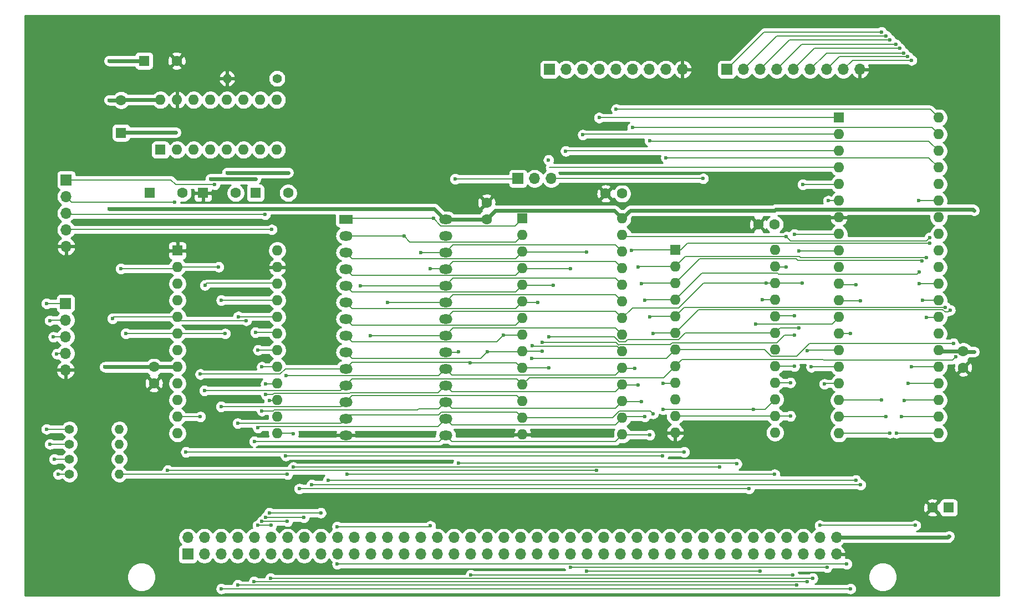
<source format=gbr>
G04 #@! TF.GenerationSoftware,KiCad,Pcbnew,5.1.5+dfsg1-2build2*
G04 #@! TF.CreationDate,2021-06-23T14:51:19-04:00*
G04 #@! TF.ProjectId,MemoryAndPeripherals,4d656d6f-7279-4416-9e64-506572697068,1*
G04 #@! TF.SameCoordinates,Original*
G04 #@! TF.FileFunction,Copper,L2,Bot*
G04 #@! TF.FilePolarity,Positive*
%FSLAX46Y46*%
G04 Gerber Fmt 4.6, Leading zero omitted, Abs format (unit mm)*
G04 Created by KiCad (PCBNEW 5.1.5+dfsg1-2build2) date 2021-06-23 14:51:19*
%MOMM*%
%LPD*%
G04 APERTURE LIST*
%ADD10R,1.600000X1.600000*%
%ADD11C,1.600000*%
%ADD12R,1.700000X1.700000*%
%ADD13O,1.700000X1.700000*%
%ADD14C,1.400000*%
%ADD15O,1.400000X1.400000*%
%ADD16R,2.000000X1.440000*%
%ADD17O,2.000000X1.440000*%
%ADD18O,1.600000X1.600000*%
%ADD19C,0.600000*%
%ADD20C,0.600000*%
%ADD21C,0.200000*%
%ADD22C,0.254000*%
G04 APERTURE END LIST*
D10*
X141700000Y-75900000D03*
D11*
X139200000Y-75900000D03*
X71100000Y-31800000D03*
X71100000Y-29300000D03*
X89300000Y-27900000D03*
X91800000Y-27900000D03*
X143900000Y-52000000D03*
X143900000Y-54500000D03*
X112600000Y-32600000D03*
X115100000Y-32600000D03*
X20300000Y-54400000D03*
X20300000Y-56900000D03*
X24700000Y-27800000D03*
D10*
X19700000Y-27800000D03*
X35800000Y-27800000D03*
D11*
X40800000Y-27800000D03*
X15300000Y-13600000D03*
D10*
X15300000Y-18600000D03*
X18800000Y-7600000D03*
D11*
X23800000Y-7600000D03*
D10*
X27800000Y-27800000D03*
D11*
X32800000Y-27800000D03*
D12*
X6800000Y-44700000D03*
D13*
X6800000Y-47240000D03*
X6800000Y-49780000D03*
X6800000Y-52320000D03*
X6800000Y-54860000D03*
X6900000Y-35960000D03*
X6900000Y-33420000D03*
X6900000Y-30880000D03*
X6900000Y-28340000D03*
D12*
X6900000Y-25800000D03*
D13*
X101020000Y-8900000D03*
X98480000Y-8900000D03*
X95940000Y-8900000D03*
X93400000Y-8900000D03*
X90860000Y-8900000D03*
X88320000Y-8900000D03*
X85780000Y-8900000D03*
X83240000Y-8900000D03*
D12*
X80700000Y-8900000D03*
X107800000Y-8900000D03*
D13*
X110340000Y-8900000D03*
X112880000Y-8900000D03*
X115420000Y-8900000D03*
X117960000Y-8900000D03*
X120500000Y-8900000D03*
X123040000Y-8900000D03*
X125580000Y-8900000D03*
X128120000Y-8900000D03*
D14*
X7400000Y-63900000D03*
D15*
X15020000Y-63900000D03*
X15020000Y-66200000D03*
D14*
X7400000Y-66200000D03*
X7400000Y-68500000D03*
D15*
X15020000Y-68500000D03*
X15020000Y-70800000D03*
D14*
X7400000Y-70800000D03*
X39100000Y-10300000D03*
D15*
X31480000Y-10300000D03*
D16*
X49600000Y-31800000D03*
D17*
X64840000Y-31800000D03*
X49600000Y-34340000D03*
X64840000Y-34340000D03*
X49600000Y-36880000D03*
X64840000Y-36880000D03*
X49600000Y-39420000D03*
X64840000Y-39420000D03*
X49600000Y-41960000D03*
X64840000Y-41960000D03*
X49600000Y-44500000D03*
X64840000Y-44500000D03*
X49600000Y-47040000D03*
X64840000Y-47040000D03*
X49600000Y-49580000D03*
X64840000Y-49580000D03*
X49600000Y-52120000D03*
X64840000Y-52120000D03*
X49600000Y-54660000D03*
X64840000Y-54660000D03*
X49600000Y-57200000D03*
X64840000Y-57200000D03*
X49600000Y-59740000D03*
X64840000Y-59740000D03*
X49600000Y-62280000D03*
X64840000Y-62280000D03*
X49600000Y-64820000D03*
X64840000Y-64820000D03*
D10*
X76600000Y-31700000D03*
D18*
X91840000Y-64720000D03*
X76600000Y-34240000D03*
X91840000Y-62180000D03*
X76600000Y-36780000D03*
X91840000Y-59640000D03*
X76600000Y-39320000D03*
X91840000Y-57100000D03*
X76600000Y-41860000D03*
X91840000Y-54560000D03*
X76600000Y-44400000D03*
X91840000Y-52020000D03*
X76600000Y-46940000D03*
X91840000Y-49480000D03*
X76600000Y-49480000D03*
X91840000Y-46940000D03*
X76600000Y-52020000D03*
X91840000Y-44400000D03*
X76600000Y-54560000D03*
X91840000Y-41860000D03*
X76600000Y-57100000D03*
X91840000Y-39320000D03*
X76600000Y-59640000D03*
X91840000Y-36780000D03*
X76600000Y-62180000D03*
X91840000Y-34240000D03*
X76600000Y-64720000D03*
X91840000Y-31700000D03*
X140140000Y-16300000D03*
X124900000Y-64560000D03*
X140140000Y-18840000D03*
X124900000Y-62020000D03*
X140140000Y-21380000D03*
X124900000Y-59480000D03*
X140140000Y-23920000D03*
X124900000Y-56940000D03*
X140140000Y-26460000D03*
X124900000Y-54400000D03*
X140140000Y-29000000D03*
X124900000Y-51860000D03*
X140140000Y-31540000D03*
X124900000Y-49320000D03*
X140140000Y-34080000D03*
X124900000Y-46780000D03*
X140140000Y-36620000D03*
X124900000Y-44240000D03*
X140140000Y-39160000D03*
X124900000Y-41700000D03*
X140140000Y-41700000D03*
X124900000Y-39160000D03*
X140140000Y-44240000D03*
X124900000Y-36620000D03*
X140140000Y-46780000D03*
X124900000Y-34080000D03*
X140140000Y-49320000D03*
X124900000Y-31540000D03*
X140140000Y-51860000D03*
X124900000Y-29000000D03*
X140140000Y-54400000D03*
X124900000Y-26460000D03*
X140140000Y-56940000D03*
X124900000Y-23920000D03*
X140140000Y-59480000D03*
X124900000Y-21380000D03*
X140140000Y-62020000D03*
X124900000Y-18840000D03*
X140140000Y-64560000D03*
D10*
X124900000Y-16300000D03*
D18*
X115140000Y-36500000D03*
X99900000Y-64440000D03*
X115140000Y-39040000D03*
X99900000Y-61900000D03*
X115140000Y-41580000D03*
X99900000Y-59360000D03*
X115140000Y-44120000D03*
X99900000Y-56820000D03*
X115140000Y-46660000D03*
X99900000Y-54280000D03*
X115140000Y-49200000D03*
X99900000Y-51740000D03*
X115140000Y-51740000D03*
X99900000Y-49200000D03*
X115140000Y-54280000D03*
X99900000Y-46660000D03*
X115140000Y-56820000D03*
X99900000Y-44120000D03*
X115140000Y-59360000D03*
X99900000Y-41580000D03*
X115140000Y-61900000D03*
X99900000Y-39040000D03*
X115140000Y-64440000D03*
D10*
X99900000Y-36500000D03*
X23900000Y-36600000D03*
D18*
X39140000Y-64540000D03*
X23900000Y-39140000D03*
X39140000Y-62000000D03*
X23900000Y-41680000D03*
X39140000Y-59460000D03*
X23900000Y-44220000D03*
X39140000Y-56920000D03*
X23900000Y-46760000D03*
X39140000Y-54380000D03*
X23900000Y-49300000D03*
X39140000Y-51840000D03*
X23900000Y-51840000D03*
X39140000Y-49300000D03*
X23900000Y-54380000D03*
X39140000Y-46760000D03*
X23900000Y-56920000D03*
X39140000Y-44220000D03*
X23900000Y-59460000D03*
X39140000Y-41680000D03*
X23900000Y-62000000D03*
X39140000Y-39140000D03*
X23900000Y-64540000D03*
X39140000Y-36600000D03*
D10*
X21300000Y-21200000D03*
D18*
X39080000Y-13580000D03*
X23840000Y-21200000D03*
X36540000Y-13580000D03*
X26380000Y-21200000D03*
X34000000Y-13580000D03*
X28920000Y-21200000D03*
X31460000Y-13580000D03*
X31460000Y-21200000D03*
X28920000Y-13580000D03*
X34000000Y-21200000D03*
X26380000Y-13580000D03*
X36540000Y-21200000D03*
X23840000Y-13580000D03*
X39080000Y-21200000D03*
X21300000Y-13580000D03*
D12*
X25470000Y-83000000D03*
D13*
X25470000Y-80460000D03*
X28010000Y-83000000D03*
X28010000Y-80460000D03*
X30550000Y-83000000D03*
X30550000Y-80460000D03*
X33090000Y-83000000D03*
X33090000Y-80460000D03*
X35630000Y-83000000D03*
X35630000Y-80460000D03*
X38170000Y-83000000D03*
X38170000Y-80460000D03*
X40710000Y-83000000D03*
X40710000Y-80460000D03*
X43250000Y-83000000D03*
X43250000Y-80460000D03*
X45790000Y-83000000D03*
X45790000Y-80460000D03*
X48330000Y-83000000D03*
X48330000Y-80460000D03*
X50870000Y-83000000D03*
X50870000Y-80460000D03*
X53410000Y-83000000D03*
X53410000Y-80460000D03*
X55950000Y-83000000D03*
X55950000Y-80460000D03*
X58490000Y-83000000D03*
X58490000Y-80460000D03*
X61030000Y-83000000D03*
X61030000Y-80460000D03*
X63570000Y-83000000D03*
X63570000Y-80460000D03*
X66110000Y-83000000D03*
X66110000Y-80460000D03*
X68650000Y-83000000D03*
X68650000Y-80460000D03*
X71190000Y-83000000D03*
X71190000Y-80460000D03*
X73730000Y-83000000D03*
X73730000Y-80460000D03*
X76270000Y-83000000D03*
X76270000Y-80460000D03*
X78810000Y-83000000D03*
X78810000Y-80460000D03*
X81350000Y-83000000D03*
X81350000Y-80460000D03*
X83890000Y-83000000D03*
X83890000Y-80460000D03*
X86430000Y-83000000D03*
X86430000Y-80460000D03*
X88970000Y-83000000D03*
X88970000Y-80460000D03*
X91510000Y-83000000D03*
X91510000Y-80460000D03*
X94050000Y-83000000D03*
X94050000Y-80460000D03*
X96590000Y-83000000D03*
X96590000Y-80460000D03*
X99130000Y-83000000D03*
X99130000Y-80460000D03*
X101670000Y-83000000D03*
X101670000Y-80460000D03*
X104210000Y-83000000D03*
X104210000Y-80460000D03*
X106750000Y-83000000D03*
X106750000Y-80460000D03*
X109290000Y-83000000D03*
X109290000Y-80460000D03*
X111830000Y-83000000D03*
X111830000Y-80460000D03*
X114370000Y-83000000D03*
X114370000Y-80460000D03*
X116910000Y-83000000D03*
X116910000Y-80460000D03*
X119450000Y-83000000D03*
X119450000Y-80460000D03*
X121990000Y-83000000D03*
X121990000Y-80460000D03*
X124530000Y-83000000D03*
X124530000Y-80460000D03*
D12*
X75895200Y-25603200D03*
D13*
X78435200Y-25603200D03*
X80975200Y-25603200D03*
D19*
X115062000Y-30480000D03*
X145542000Y-52070000D03*
X145542000Y-30480000D03*
X141732000Y-80264000D03*
X13500000Y-30200000D03*
X13500000Y-7600000D03*
X13500000Y-13600000D03*
X12800000Y-54400000D03*
X117500000Y-61900000D03*
X117412999Y-30312999D03*
X117500000Y-56800000D03*
X76606400Y-75641200D03*
X28100000Y-41900000D03*
X28010000Y-57990000D03*
X142800000Y-52800000D03*
X126700000Y-49300000D03*
X126700000Y-88300000D03*
X30600000Y-88300000D03*
X30600000Y-44200000D03*
X30550000Y-60450000D03*
X77978000Y-53086000D03*
X142400000Y-50800000D03*
X120100000Y-51900000D03*
X118500000Y-87754000D03*
X33100000Y-87700000D03*
X33200000Y-46700000D03*
X33090000Y-63010000D03*
X96539000Y-49276000D03*
X141900000Y-45700000D03*
X96539000Y-61539000D03*
X120700000Y-54400000D03*
X120100000Y-87227000D03*
X35600000Y-87200000D03*
X35800000Y-49100000D03*
X35630000Y-65770000D03*
X96012000Y-46736000D03*
X96012000Y-64770000D03*
X141200000Y-45300000D03*
X122700000Y-57000000D03*
X120900000Y-86700000D03*
X38100000Y-86700000D03*
X36200000Y-51800000D03*
X38200000Y-78600000D03*
X36157000Y-78600000D03*
X36200000Y-63700000D03*
X95307000Y-44196000D03*
X95250000Y-61976000D03*
X137173000Y-41700000D03*
X137173000Y-39900000D03*
X112200000Y-47800000D03*
X111200000Y-73000000D03*
X42500000Y-73000000D03*
X36800000Y-54400000D03*
X40700000Y-78000000D03*
X36800000Y-78000000D03*
X36800000Y-61100000D03*
X94780000Y-41656000D03*
X94742000Y-59690000D03*
X137700000Y-44200000D03*
X137600000Y-38227000D03*
X44400000Y-72400000D03*
X128200000Y-72400000D03*
X128200000Y-44300000D03*
X37400000Y-57000000D03*
X43200000Y-77400000D03*
X37400000Y-77400000D03*
X37400000Y-58600000D03*
X94253000Y-39116000D03*
X94234000Y-57150000D03*
X138273000Y-37700000D03*
X138273000Y-46800000D03*
X46900000Y-71700000D03*
X127500000Y-71700000D03*
X127500000Y-41800000D03*
X37927000Y-59500000D03*
X45800000Y-76700000D03*
X37927000Y-76700000D03*
X40500000Y-55700000D03*
X93218000Y-36576000D03*
X93726000Y-54610000D03*
X138800000Y-35500000D03*
X48300000Y-84500000D03*
X126100000Y-84500000D03*
X48300000Y-78800000D03*
X62500000Y-78700000D03*
X62500000Y-39400000D03*
X49800000Y-70800000D03*
X115100000Y-70800000D03*
X51800000Y-42000000D03*
X53400000Y-49600000D03*
X56000000Y-44500000D03*
X58500000Y-34400000D03*
X61100000Y-36900000D03*
X63000000Y-31700000D03*
X66294000Y-25654000D03*
X118100000Y-54300000D03*
X117900000Y-86200000D03*
X68700000Y-86200000D03*
X68600000Y-53800000D03*
X27400000Y-55500000D03*
X27400000Y-62000000D03*
X80600000Y-49800000D03*
X80600000Y-54500000D03*
X118800000Y-48400000D03*
X118800000Y-36700000D03*
X71200000Y-52100000D03*
X79600000Y-52000000D03*
X118100000Y-49500000D03*
X118100000Y-34100000D03*
X118100000Y-46600000D03*
X79610000Y-50600000D03*
X73700000Y-49500000D03*
X78900000Y-44500000D03*
X81300000Y-41900000D03*
X123300000Y-29000000D03*
X123100000Y-85027000D03*
X83900000Y-85027000D03*
X83900000Y-39400000D03*
X113200000Y-44100000D03*
X112900000Y-85600000D03*
X86400000Y-85600000D03*
X86400000Y-36800000D03*
X87900000Y-70227000D03*
X22400000Y-70200000D03*
X41600000Y-64600000D03*
X106700000Y-69700000D03*
X41600000Y-69700000D03*
X66800000Y-52100000D03*
X66800000Y-69100000D03*
X109300000Y-69200000D03*
X98044000Y-56896000D03*
X111847001Y-60872999D03*
X98044000Y-60883800D03*
X98018600Y-67970400D03*
X40436800Y-67970400D03*
X113780000Y-41580000D03*
X119327000Y-41600000D03*
X119400000Y-26500000D03*
X116900000Y-39100000D03*
X116900000Y-34500000D03*
X138800000Y-34600000D03*
X137100000Y-29000000D03*
X136600000Y-78600000D03*
X122000000Y-78600000D03*
X35814000Y-25654000D03*
X28956000Y-25654000D03*
X31500000Y-24700000D03*
X40800000Y-24700000D03*
X23622000Y-18542000D03*
X3900000Y-63900000D03*
X3900000Y-44700000D03*
X4427000Y-47300000D03*
X4400000Y-66200000D03*
X4954000Y-49800000D03*
X5100000Y-68500000D03*
X5481000Y-52400000D03*
X5700000Y-70800000D03*
X38300000Y-33400000D03*
X37300000Y-31100000D03*
X23500000Y-29200000D03*
X29600000Y-26500000D03*
X98500000Y-22400000D03*
X96000000Y-19800000D03*
X93400000Y-17800000D03*
X90900000Y-15000000D03*
X88300000Y-16300000D03*
X85800000Y-18900000D03*
X83200000Y-21400000D03*
X80573000Y-22757000D03*
X131400000Y-59400000D03*
X131400000Y-3200000D03*
X132100000Y-62000000D03*
X132100000Y-3800000D03*
X132700000Y-64500000D03*
X132700000Y-4400000D03*
X133700000Y-64500000D03*
X133600000Y-5100000D03*
X134500000Y-62000000D03*
X134200000Y-5700000D03*
X134900000Y-59500000D03*
X134800000Y-6400000D03*
X135500000Y-56900000D03*
X135400000Y-6973000D03*
X136000000Y-54400000D03*
X136000000Y-7500000D03*
X15240000Y-39370000D03*
X30200000Y-39100000D03*
X16002000Y-49276000D03*
X31200000Y-49300000D03*
X13970000Y-46990000D03*
X34400000Y-47300000D03*
X40700000Y-70800000D03*
X101300000Y-67400000D03*
X25200000Y-67400000D03*
X104190800Y-25603200D03*
X78105000Y-51181000D03*
D20*
X23880000Y-54400000D02*
X23900000Y-54380000D01*
X20300000Y-54400000D02*
X23880000Y-54400000D01*
X15320000Y-13580000D02*
X15300000Y-13600000D01*
X21300000Y-13580000D02*
X15320000Y-13580000D01*
X64840000Y-31800000D02*
X71100000Y-31800000D01*
X71100000Y-31800000D02*
X72427001Y-30472999D01*
X77741601Y-30472999D02*
X77748602Y-30480000D01*
X72427001Y-30472999D02*
X77741601Y-30472999D01*
X90620000Y-30480000D02*
X91840000Y-31700000D01*
X77748602Y-30480000D02*
X90620000Y-30480000D01*
X91840000Y-31700000D02*
X93060000Y-30480000D01*
X93060000Y-30480000D02*
X115062000Y-30480000D01*
X143970000Y-52070000D02*
X143900000Y-52000000D01*
X145542000Y-52070000D02*
X143970000Y-52070000D01*
X140280000Y-52000000D02*
X140140000Y-51860000D01*
X143900000Y-52000000D02*
X140280000Y-52000000D01*
X115229001Y-30312999D02*
X115062000Y-30480000D01*
X145542000Y-30480000D02*
X145374999Y-30312999D01*
X141536000Y-80460000D02*
X141732000Y-80264000D01*
X124530000Y-80460000D02*
X141536000Y-80460000D01*
X64840000Y-31800000D02*
X64700000Y-31800000D01*
X64700000Y-31800000D02*
X63100000Y-30200000D01*
X63100000Y-30200000D02*
X13500000Y-30200000D01*
X13500000Y-7600000D02*
X18800000Y-7600000D01*
X15300000Y-13600000D02*
X13500000Y-13600000D01*
X12800000Y-54400000D02*
X20300000Y-54400000D01*
D21*
X115140000Y-61900000D02*
X117500000Y-61900000D01*
D20*
X117412999Y-30312999D02*
X115229001Y-30312999D01*
X145374999Y-30312999D02*
X117412999Y-30312999D01*
D21*
X117480000Y-56820000D02*
X117500000Y-56800000D01*
X115140000Y-56820000D02*
X117480000Y-56820000D01*
X115140000Y-61900000D02*
X99900000Y-61900000D01*
D20*
X124960000Y-31600000D02*
X124900000Y-31540000D01*
D21*
X28100000Y-41900000D02*
X28400000Y-41600000D01*
X39060000Y-41600000D02*
X39140000Y-41680000D01*
X28400000Y-41600000D02*
X39060000Y-41600000D01*
X48810000Y-57990000D02*
X28010000Y-57990000D01*
X49600000Y-57200000D02*
X48810000Y-57990000D01*
X50547010Y-56252990D02*
X49600000Y-57200000D01*
X75752990Y-56252990D02*
X50547010Y-56252990D01*
X76600000Y-57100000D02*
X75752990Y-56252990D01*
X98107001Y-56072999D02*
X99900000Y-54280000D01*
X77627001Y-56072999D02*
X98107001Y-56072999D01*
X76600000Y-57100000D02*
X77627001Y-56072999D01*
X142800000Y-52800000D02*
X142700000Y-52900000D01*
X100699999Y-53480001D02*
X99900000Y-54280000D01*
X100927001Y-53252999D02*
X100699999Y-53480001D01*
X122597001Y-53372999D02*
X122477001Y-53252999D01*
X142227001Y-53372999D02*
X122597001Y-53372999D01*
X122477001Y-53252999D02*
X100927001Y-53252999D01*
X142800000Y-52800000D02*
X142227001Y-53372999D01*
X126680000Y-49320000D02*
X126700000Y-49300000D01*
X124900000Y-49320000D02*
X126680000Y-49320000D01*
X126700000Y-88300000D02*
X30600000Y-88300000D01*
X39120000Y-44200000D02*
X39140000Y-44220000D01*
X30600000Y-44200000D02*
X39120000Y-44200000D01*
X48852999Y-60487001D02*
X30587001Y-60487001D01*
X49600000Y-59740000D02*
X48852999Y-60487001D01*
X30587001Y-60487001D02*
X30550000Y-60450000D01*
X98554000Y-53086000D02*
X77978000Y-53086000D01*
X99900000Y-51740000D02*
X98554000Y-53086000D01*
X50547010Y-58792990D02*
X49600000Y-59740000D01*
X75752990Y-58792990D02*
X50547010Y-58792990D01*
X76600000Y-59640000D02*
X75752990Y-58792990D01*
X142400000Y-50800000D02*
X120420038Y-50800000D01*
X118453037Y-52767001D02*
X114557001Y-52767001D01*
X120420038Y-50800000D02*
X118453037Y-52767001D01*
X113530000Y-51740000D02*
X99900000Y-51740000D01*
X114557001Y-52767001D02*
X113530000Y-51740000D01*
X120140000Y-51860000D02*
X120100000Y-51900000D01*
X124900000Y-51860000D02*
X120140000Y-51860000D01*
X33154000Y-87754000D02*
X33100000Y-87700000D01*
X118500000Y-87754000D02*
X33154000Y-87754000D01*
X39080000Y-46700000D02*
X39140000Y-46760000D01*
X33200000Y-46700000D02*
X39080000Y-46700000D01*
X33107001Y-63027001D02*
X33090000Y-63010000D01*
X48852999Y-63027001D02*
X33107001Y-63027001D01*
X49600000Y-62280000D02*
X48852999Y-63027001D01*
X96615000Y-49200000D02*
X96539000Y-49276000D01*
X99900000Y-49200000D02*
X96615000Y-49200000D01*
X103467001Y-45632999D02*
X99900000Y-49200000D01*
X140753037Y-45632999D02*
X103467001Y-45632999D01*
X141120037Y-45999999D02*
X140753037Y-45632999D01*
X141600001Y-45999999D02*
X141120037Y-45999999D01*
X141900000Y-45700000D02*
X141600001Y-45999999D01*
X96152999Y-61152999D02*
X96539000Y-61539000D01*
X91347039Y-61152999D02*
X96152999Y-61152999D01*
X90320038Y-62180000D02*
X91347039Y-61152999D01*
X76600000Y-62180000D02*
X90320038Y-62180000D01*
X75752990Y-61332990D02*
X76600000Y-62180000D01*
X64167736Y-61332990D02*
X75752990Y-61332990D01*
X63800726Y-61700000D02*
X64167736Y-61332990D01*
X50180000Y-61700000D02*
X63800726Y-61700000D01*
X49600000Y-62280000D02*
X50180000Y-61700000D01*
X124900000Y-54400000D02*
X120700000Y-54400000D01*
X35627000Y-87227000D02*
X35600000Y-87200000D01*
X120100000Y-87227000D02*
X35627000Y-87227000D01*
X38940000Y-49100000D02*
X39140000Y-49300000D01*
X35800000Y-49100000D02*
X38940000Y-49100000D01*
X63890000Y-65770000D02*
X35630000Y-65770000D01*
X64840000Y-64820000D02*
X63890000Y-65770000D01*
X96088000Y-46660000D02*
X96012000Y-46736000D01*
X99900000Y-46660000D02*
X96088000Y-46660000D01*
X91890000Y-64770000D02*
X91840000Y-64720000D01*
X96012000Y-64770000D02*
X91890000Y-64770000D01*
X65767001Y-65747001D02*
X64840000Y-64820000D01*
X90812999Y-65747001D02*
X65767001Y-65747001D01*
X91840000Y-64720000D02*
X90812999Y-65747001D01*
X101260000Y-45300000D02*
X99900000Y-46660000D01*
X141200000Y-45300000D02*
X101260000Y-45300000D01*
X122760000Y-56940000D02*
X122700000Y-57000000D01*
X124900000Y-56940000D02*
X122760000Y-56940000D01*
X120900000Y-86700000D02*
X118300000Y-86700000D01*
X118152961Y-86727001D02*
X117427001Y-86727001D01*
X118179962Y-86700000D02*
X118152961Y-86727001D01*
X118300000Y-86700000D02*
X118179962Y-86700000D01*
X38127001Y-86727001D02*
X38100000Y-86700000D01*
X117427001Y-86727001D02*
X38127001Y-86727001D01*
X39100000Y-51800000D02*
X39140000Y-51840000D01*
X36200000Y-51800000D02*
X39100000Y-51800000D01*
X38200000Y-78600000D02*
X36157000Y-78600000D01*
X95383000Y-44120000D02*
X95307000Y-44196000D01*
X99900000Y-44120000D02*
X95383000Y-44120000D01*
X92044000Y-61976000D02*
X91840000Y-62180000D01*
X95250000Y-61976000D02*
X92044000Y-61976000D01*
X65767001Y-63207001D02*
X64840000Y-62280000D01*
X90812999Y-63207001D02*
X65767001Y-63207001D01*
X91840000Y-62180000D02*
X90812999Y-63207001D01*
X140140000Y-41700000D02*
X137173000Y-41700000D01*
X115699999Y-40199999D02*
X115567001Y-40067001D01*
X136873001Y-40199999D02*
X115699999Y-40199999D01*
X137173000Y-39900000D02*
X136873001Y-40199999D01*
X103952999Y-40067001D02*
X99900000Y-44120000D01*
X115567001Y-40067001D02*
X103952999Y-40067001D01*
X64840000Y-62360000D02*
X64840000Y-62280000D01*
X63700000Y-63500000D02*
X64840000Y-62360000D01*
X39920000Y-63500000D02*
X63700000Y-63500000D01*
X39907001Y-63512999D02*
X39920000Y-63500000D01*
X36387001Y-63512999D02*
X39907001Y-63512999D01*
X36200000Y-63700000D02*
X36387001Y-63512999D01*
X124900000Y-46780000D02*
X123880000Y-47800000D01*
X123880000Y-47800000D02*
X112200000Y-47800000D01*
X111200000Y-73000000D02*
X42500000Y-73000000D01*
X39120000Y-54400000D02*
X39140000Y-54380000D01*
X36800000Y-54400000D02*
X39120000Y-54400000D01*
X40700000Y-78000000D02*
X36800000Y-78000000D01*
X64840000Y-59740000D02*
X63765989Y-60814011D01*
X94856000Y-41580000D02*
X94780000Y-41656000D01*
X99900000Y-41580000D02*
X94856000Y-41580000D01*
X91890000Y-59690000D02*
X91840000Y-59640000D01*
X94742000Y-59690000D02*
X91890000Y-59690000D01*
X65767001Y-60667001D02*
X64840000Y-59740000D01*
X90812999Y-60667001D02*
X65767001Y-60667001D01*
X91840000Y-59640000D02*
X90812999Y-60667001D01*
X137740000Y-44240000D02*
X137700000Y-44200000D01*
X140140000Y-44240000D02*
X137740000Y-44240000D01*
X118632999Y-38132999D02*
X118354011Y-37854011D01*
X137505999Y-38132999D02*
X118632999Y-38132999D01*
X137600000Y-38227000D02*
X137505999Y-38132999D01*
X103625989Y-37854011D02*
X99900000Y-41580000D01*
X118354011Y-37854011D02*
X103625989Y-37854011D01*
X38520038Y-61100000D02*
X38647039Y-60972999D01*
X36800000Y-61100000D02*
X38520038Y-61100000D01*
X38647039Y-60972999D02*
X60567001Y-60972999D01*
X60725989Y-60814011D02*
X63765989Y-60814011D01*
X60567001Y-60972999D02*
X60725989Y-60814011D01*
X44400000Y-72400000D02*
X80700000Y-72400000D01*
X80700000Y-72400000D02*
X128200000Y-72400000D01*
X124960000Y-44300000D02*
X124900000Y-44240000D01*
X128200000Y-44300000D02*
X124960000Y-44300000D01*
X39060000Y-57000000D02*
X39140000Y-56920000D01*
X37400000Y-57000000D02*
X39060000Y-57000000D01*
X43200000Y-77400000D02*
X37400000Y-77400000D01*
X94329000Y-39040000D02*
X94253000Y-39116000D01*
X99900000Y-39040000D02*
X94329000Y-39040000D01*
X91890000Y-57150000D02*
X91840000Y-57100000D01*
X94234000Y-57150000D02*
X91890000Y-57150000D01*
X65767001Y-58127001D02*
X64840000Y-57200000D01*
X90812999Y-58127001D02*
X65767001Y-58127001D01*
X91840000Y-57100000D02*
X90812999Y-58127001D01*
X101427001Y-37527001D02*
X118872999Y-37527001D01*
X101420000Y-37520000D02*
X101427001Y-37527001D01*
X99900000Y-39040000D02*
X101420000Y-37520000D01*
X119045998Y-37700000D02*
X138273000Y-37700000D01*
X118872999Y-37527001D02*
X119045998Y-37700000D01*
X140120000Y-46800000D02*
X140140000Y-46780000D01*
X138273000Y-46800000D02*
X140120000Y-46800000D01*
X63722990Y-58317010D02*
X64840000Y-57200000D01*
X63715980Y-58310000D02*
X63722990Y-58317010D01*
X50170000Y-58430000D02*
X50290000Y-58310000D01*
X40370000Y-58430000D02*
X50170000Y-58430000D01*
X50290000Y-58310000D02*
X63715980Y-58310000D01*
X40367001Y-58432999D02*
X40370000Y-58430000D01*
X38647039Y-58432999D02*
X40367001Y-58432999D01*
X38480038Y-58600000D02*
X38647039Y-58432999D01*
X37400000Y-58600000D02*
X38480038Y-58600000D01*
X46900000Y-71700000D02*
X127500000Y-71700000D01*
X125000000Y-41800000D02*
X124900000Y-41700000D01*
X127500000Y-41800000D02*
X125000000Y-41800000D01*
X39100000Y-59500000D02*
X39140000Y-59460000D01*
X37927000Y-59500000D02*
X39100000Y-59500000D01*
X45800000Y-76700000D02*
X37927000Y-76700000D01*
X93294000Y-36500000D02*
X93218000Y-36576000D01*
X99900000Y-36500000D02*
X93294000Y-36500000D01*
X91890000Y-54610000D02*
X91840000Y-54560000D01*
X93726000Y-54610000D02*
X91890000Y-54610000D01*
X90812999Y-55587001D02*
X65767001Y-55587001D01*
X65767001Y-55587001D02*
X64840000Y-54660000D01*
X91840000Y-54560000D02*
X90812999Y-55587001D01*
X99900000Y-36500000D02*
X100800000Y-36500000D01*
X138772999Y-35472999D02*
X138800000Y-35500000D01*
X101827001Y-35472999D02*
X138772999Y-35472999D01*
X100800000Y-36500000D02*
X101827001Y-35472999D01*
X40500000Y-55700000D02*
X63810000Y-55700000D01*
X63810000Y-55700000D02*
X64190000Y-55320000D01*
X64190000Y-55310000D02*
X64840000Y-54660000D01*
X64190000Y-55320000D02*
X64190000Y-55310000D01*
X48300000Y-84500000D02*
X126100000Y-84500000D01*
X62400000Y-78800000D02*
X62500000Y-78700000D01*
X48300000Y-78800000D02*
X62400000Y-78800000D01*
X64820000Y-39400000D02*
X64840000Y-39420000D01*
X62500000Y-39400000D02*
X64820000Y-39400000D01*
X90812999Y-38292999D02*
X91840000Y-39320000D01*
X65967001Y-38292999D02*
X90812999Y-38292999D01*
X64840000Y-39420000D02*
X65967001Y-38292999D01*
X49800000Y-70800000D02*
X115100000Y-70800000D01*
X64800000Y-42000000D02*
X64840000Y-41960000D01*
X51800000Y-42000000D02*
X64800000Y-42000000D01*
X90812999Y-40832999D02*
X91840000Y-41860000D01*
X65967001Y-40832999D02*
X90812999Y-40832999D01*
X64840000Y-41960000D02*
X65967001Y-40832999D01*
X64820000Y-49600000D02*
X64840000Y-49580000D01*
X53400000Y-49600000D02*
X64820000Y-49600000D01*
X90812999Y-48452999D02*
X91840000Y-49480000D01*
X65967001Y-48452999D02*
X90812999Y-48452999D01*
X64840000Y-49580000D02*
X65967001Y-48452999D01*
X56000000Y-44500000D02*
X64840000Y-44500000D01*
X90812999Y-43372999D02*
X91840000Y-44400000D01*
X65967001Y-43372999D02*
X90812999Y-43372999D01*
X64840000Y-44500000D02*
X65967001Y-43372999D01*
X49660000Y-34400000D02*
X49600000Y-34340000D01*
X58500000Y-34400000D02*
X49660000Y-34400000D01*
X75552990Y-35287010D02*
X76600000Y-34240000D01*
X59387010Y-35287010D02*
X75552990Y-35287010D01*
X58500000Y-34400000D02*
X59387010Y-35287010D01*
X64820000Y-36900000D02*
X64840000Y-36880000D01*
X61100000Y-36900000D02*
X64820000Y-36900000D01*
X90812999Y-35752999D02*
X91840000Y-36780000D01*
X65967001Y-35752999D02*
X90812999Y-35752999D01*
X64840000Y-36880000D02*
X65967001Y-35752999D01*
X49700000Y-31700000D02*
X49600000Y-31800000D01*
X63000000Y-31700000D02*
X49700000Y-31700000D01*
X64127001Y-32827001D02*
X63000000Y-31700000D01*
X75472999Y-32827001D02*
X64127001Y-32827001D01*
X76600000Y-31700000D02*
X75472999Y-32827001D01*
X75844400Y-25654000D02*
X75895200Y-25603200D01*
X66294000Y-25654000D02*
X75844400Y-25654000D01*
X118080000Y-54280000D02*
X118100000Y-54300000D01*
X115140000Y-54280000D02*
X118080000Y-54280000D01*
X117900000Y-86200000D02*
X68700000Y-86200000D01*
X68600000Y-53800000D02*
X75600000Y-53800000D01*
X76360000Y-54560000D02*
X76600000Y-54560000D01*
X75600000Y-53800000D02*
X76360000Y-54560000D01*
X68512990Y-53712990D02*
X64112990Y-53712990D01*
X68600000Y-53800000D02*
X68512990Y-53712990D01*
X64112990Y-53712990D02*
X64100000Y-53700000D01*
X50560000Y-53700000D02*
X49600000Y-54660000D01*
X64100000Y-53700000D02*
X50560000Y-53700000D01*
X39539962Y-55500000D02*
X27400000Y-55500000D01*
X40379962Y-54660000D02*
X39539962Y-55500000D01*
X49600000Y-54660000D02*
X40379962Y-54660000D01*
X27400000Y-62000000D02*
X23900000Y-62000000D01*
X90640038Y-49800000D02*
X80600000Y-49800000D01*
X91347039Y-50507001D02*
X90640038Y-49800000D01*
X92612961Y-50227001D02*
X92332961Y-50507001D01*
X100392961Y-50227001D02*
X92612961Y-50227001D01*
X92332961Y-50507001D02*
X91347039Y-50507001D01*
X101419962Y-49200000D02*
X100392961Y-50227001D01*
X76660000Y-54500000D02*
X76600000Y-54560000D01*
X80600000Y-54500000D02*
X76660000Y-54500000D01*
X115140000Y-49200000D02*
X101419962Y-49200000D01*
X115140000Y-49200000D02*
X115940000Y-48400000D01*
X115940000Y-48400000D02*
X118800000Y-48400000D01*
X124820000Y-36700000D02*
X124900000Y-36620000D01*
X118800000Y-36700000D02*
X124820000Y-36700000D01*
X76520000Y-52100000D02*
X76600000Y-52020000D01*
X71200000Y-52100000D02*
X76520000Y-52100000D01*
X50547010Y-53067010D02*
X49600000Y-52120000D01*
X70232990Y-53067010D02*
X50547010Y-53067010D01*
X71200000Y-52100000D02*
X70232990Y-53067010D01*
X79580000Y-52020000D02*
X79600000Y-52000000D01*
X76600000Y-52020000D02*
X79580000Y-52020000D01*
X115751551Y-50385989D02*
X116600000Y-49537540D01*
X99127039Y-50992999D02*
X99420038Y-50700000D01*
X91311249Y-51028789D02*
X91347039Y-50992999D01*
X91347039Y-50992999D02*
X99127039Y-50992999D01*
X90882461Y-50600001D02*
X91311249Y-51028789D01*
X79900000Y-50600000D02*
X90882461Y-50600001D01*
X99420038Y-50700000D02*
X100477540Y-50700000D01*
X118062460Y-49537540D02*
X118100000Y-49500000D01*
X116600000Y-49537540D02*
X118062460Y-49537540D01*
X124880000Y-34100000D02*
X124900000Y-34080000D01*
X118100000Y-34100000D02*
X124880000Y-34100000D01*
X115200000Y-46600000D02*
X115140000Y-46660000D01*
X118100000Y-46600000D02*
X115200000Y-46600000D01*
X115751551Y-50385989D02*
X115751551Y-50388449D01*
X115751551Y-50388449D02*
X115430000Y-50710000D01*
X100487540Y-50710000D02*
X100477540Y-50700000D01*
X115430000Y-50710000D02*
X100487540Y-50710000D01*
X79900000Y-50600000D02*
X79610000Y-50600000D01*
X76580000Y-49500000D02*
X76600000Y-49480000D01*
X73700000Y-49500000D02*
X76580000Y-49500000D01*
X50547010Y-50527010D02*
X49600000Y-49580000D01*
X72672990Y-50527010D02*
X50547010Y-50527010D01*
X73700000Y-49500000D02*
X72672990Y-50527010D01*
X50547010Y-47987010D02*
X49600000Y-47040000D01*
X75552990Y-47987010D02*
X50547010Y-47987010D01*
X76600000Y-46940000D02*
X75552990Y-47987010D01*
X76700000Y-44500000D02*
X76600000Y-44400000D01*
X78900000Y-44500000D02*
X76700000Y-44500000D01*
X75552990Y-45447010D02*
X50547010Y-45447010D01*
X50547010Y-45447010D02*
X49600000Y-44500000D01*
X76600000Y-44400000D02*
X75552990Y-45447010D01*
X76640000Y-41900000D02*
X76600000Y-41860000D01*
X81300000Y-41900000D02*
X76640000Y-41900000D01*
X50547010Y-42907010D02*
X49600000Y-41960000D01*
X75552990Y-42907010D02*
X50547010Y-42907010D01*
X76600000Y-41860000D02*
X75552990Y-42907010D01*
X124900000Y-29000000D02*
X123300000Y-29000000D01*
X123100000Y-85027000D02*
X83900000Y-85027000D01*
X76680000Y-39400000D02*
X76600000Y-39320000D01*
X83900000Y-39400000D02*
X76680000Y-39400000D01*
X76600000Y-39320000D02*
X75552990Y-40367010D01*
X50547010Y-40367010D02*
X49600000Y-39420000D01*
X75552990Y-40367010D02*
X50547010Y-40367010D01*
X113220000Y-44120000D02*
X113200000Y-44100000D01*
X115140000Y-44120000D02*
X113220000Y-44120000D01*
X112900000Y-85600000D02*
X86400000Y-85600000D01*
X76620000Y-36800000D02*
X76600000Y-36780000D01*
X86400000Y-36800000D02*
X76620000Y-36800000D01*
X50547010Y-37827010D02*
X49600000Y-36880000D01*
X75552990Y-37827010D02*
X50547010Y-37827010D01*
X76600000Y-36780000D02*
X75552990Y-37827010D01*
X22427000Y-70227000D02*
X22400000Y-70200000D01*
X87900000Y-70227000D02*
X22427000Y-70227000D01*
X41540000Y-64540000D02*
X41600000Y-64600000D01*
X39140000Y-64540000D02*
X41540000Y-64540000D01*
X106700000Y-69700000D02*
X41600000Y-69700000D01*
X66780000Y-52120000D02*
X66800000Y-52100000D01*
X64840000Y-52120000D02*
X66780000Y-52120000D01*
X109200000Y-69100000D02*
X109300000Y-69200000D01*
X66800000Y-69100000D02*
X109200000Y-69100000D01*
X99824000Y-56896000D02*
X99900000Y-56820000D01*
X98044000Y-56896000D02*
X99824000Y-56896000D01*
X113627001Y-60872999D02*
X115140000Y-59360000D01*
X111847001Y-60872999D02*
X113627001Y-60872999D01*
X98054801Y-60872999D02*
X98044000Y-60883800D01*
X111847001Y-60872999D02*
X98054801Y-60872999D01*
X98018600Y-67970400D02*
X68935600Y-67970400D01*
X68935600Y-67970400D02*
X40436800Y-67970400D01*
X65967001Y-45912999D02*
X64840000Y-47040000D01*
X90812999Y-45912999D02*
X65967001Y-45912999D01*
X91840000Y-46940000D02*
X90812999Y-45912999D01*
X93380000Y-45400000D02*
X100400000Y-45400000D01*
X100400000Y-45400000D02*
X104220000Y-41580000D01*
X91840000Y-46940000D02*
X93380000Y-45400000D01*
X113780000Y-41580000D02*
X115140000Y-41580000D01*
X104220000Y-41580000D02*
X113780000Y-41580000D01*
X119307000Y-41580000D02*
X119327000Y-41600000D01*
X115140000Y-41580000D02*
X119307000Y-41580000D01*
X124860000Y-26500000D02*
X124900000Y-26460000D01*
X119400000Y-26500000D02*
X124860000Y-26500000D01*
X115200000Y-39100000D02*
X115140000Y-39040000D01*
X116900000Y-39100000D02*
X115200000Y-39100000D01*
X92100000Y-34500000D02*
X91840000Y-34240000D01*
X116900000Y-34500000D02*
X92100000Y-34500000D01*
X138292999Y-35107001D02*
X138800000Y-34600000D01*
X117507001Y-35107001D02*
X138292999Y-35107001D01*
X116900000Y-34500000D02*
X117507001Y-35107001D01*
X140140000Y-29000000D02*
X137100000Y-29000000D01*
X136600000Y-78600000D02*
X122000000Y-78600000D01*
D20*
X35814000Y-25654000D02*
X28956000Y-25654000D01*
X31500000Y-24700000D02*
X40800000Y-24700000D01*
X15358000Y-18542000D02*
X15300000Y-18600000D01*
X23622000Y-18542000D02*
X15358000Y-18542000D01*
D21*
X7400000Y-63900000D02*
X3900000Y-63900000D01*
X3900000Y-44700000D02*
X6800000Y-44700000D01*
X4487000Y-47240000D02*
X4427000Y-47300000D01*
X6800000Y-47240000D02*
X4487000Y-47240000D01*
X4400000Y-66200000D02*
X7400000Y-66200000D01*
X4974000Y-49780000D02*
X4954000Y-49800000D01*
X6800000Y-49780000D02*
X4974000Y-49780000D01*
X5100000Y-68500000D02*
X7400000Y-68500000D01*
X5561000Y-52320000D02*
X5481000Y-52400000D01*
X6800000Y-52320000D02*
X5561000Y-52320000D01*
X5700000Y-70800000D02*
X7400000Y-70800000D01*
X6920000Y-33400000D02*
X6900000Y-33420000D01*
X38300000Y-33400000D02*
X6920000Y-33400000D01*
X7120000Y-31100000D02*
X6900000Y-30880000D01*
X37300000Y-31100000D02*
X7120000Y-31100000D01*
X7760000Y-29200000D02*
X6900000Y-28340000D01*
X23500000Y-29200000D02*
X7760000Y-29200000D01*
X6900000Y-25800000D02*
X22900000Y-25800000D01*
X23600000Y-26500000D02*
X29600000Y-26500000D01*
X22900000Y-25800000D02*
X23600000Y-26500000D01*
X138627001Y-22407001D02*
X125392961Y-22407001D01*
X140140000Y-23920000D02*
X138627001Y-22407001D01*
X98507001Y-22407001D02*
X98500000Y-22400000D01*
X125392961Y-22407001D02*
X98507001Y-22407001D01*
X138627001Y-19867001D02*
X125392961Y-19867001D01*
X140140000Y-21380000D02*
X138627001Y-19867001D01*
X96067001Y-19867001D02*
X96000000Y-19800000D01*
X125392961Y-19867001D02*
X96067001Y-19867001D01*
X139100000Y-17800000D02*
X93400000Y-17800000D01*
X140140000Y-18840000D02*
X139100000Y-17800000D01*
X140140000Y-16300000D02*
X138840000Y-15000000D01*
X138840000Y-15000000D02*
X90900000Y-15000000D01*
X124900000Y-16300000D02*
X88300000Y-16300000D01*
X85860000Y-18840000D02*
X85800000Y-18900000D01*
X124900000Y-18840000D02*
X85860000Y-18840000D01*
X83220000Y-21380000D02*
X83200000Y-21400000D01*
X124900000Y-21380000D02*
X83220000Y-21380000D01*
X80593000Y-22777000D02*
X80573000Y-22757000D01*
X124900000Y-23920000D02*
X80720000Y-23920000D01*
X131320000Y-59480000D02*
X131400000Y-59400000D01*
X124900000Y-59480000D02*
X131320000Y-59480000D01*
X113500000Y-3200000D02*
X107800000Y-8900000D01*
X131400000Y-3200000D02*
X113500000Y-3200000D01*
X132080000Y-62020000D02*
X132100000Y-62000000D01*
X124900000Y-62020000D02*
X132080000Y-62020000D01*
X115440000Y-3800000D02*
X110340000Y-8900000D01*
X132100000Y-3800000D02*
X115440000Y-3800000D01*
X132640000Y-64560000D02*
X132700000Y-64500000D01*
X124900000Y-64560000D02*
X132640000Y-64560000D01*
X117380000Y-4400000D02*
X112880000Y-8900000D01*
X132700000Y-4400000D02*
X117380000Y-4400000D01*
X133760000Y-64560000D02*
X133700000Y-64500000D01*
X140140000Y-64560000D02*
X133760000Y-64560000D01*
X119220000Y-5100000D02*
X115420000Y-8900000D01*
X133600000Y-5100000D02*
X119220000Y-5100000D01*
X134520000Y-62020000D02*
X134500000Y-62000000D01*
X140140000Y-62020000D02*
X134520000Y-62020000D01*
X121160000Y-5700000D02*
X117960000Y-8900000D01*
X134200000Y-5700000D02*
X121160000Y-5700000D01*
X134920000Y-59480000D02*
X134900000Y-59500000D01*
X140140000Y-59480000D02*
X134920000Y-59480000D01*
X123000000Y-6400000D02*
X120500000Y-8900000D01*
X134800000Y-6400000D02*
X123000000Y-6400000D01*
X135540000Y-56940000D02*
X135500000Y-56900000D01*
X140140000Y-56940000D02*
X135540000Y-56940000D01*
X124967000Y-6973000D02*
X123040000Y-8900000D01*
X135400000Y-6973000D02*
X124967000Y-6973000D01*
X140140000Y-54400000D02*
X136000000Y-54400000D01*
X126980000Y-7500000D02*
X125580000Y-8900000D01*
X136000000Y-7500000D02*
X126980000Y-7500000D01*
X23670000Y-39370000D02*
X23900000Y-39140000D01*
X15240000Y-39370000D02*
X23670000Y-39370000D01*
X23940000Y-39100000D02*
X23900000Y-39140000D01*
X30200000Y-39100000D02*
X23940000Y-39100000D01*
X23876000Y-49276000D02*
X23900000Y-49300000D01*
X16002000Y-49276000D02*
X23876000Y-49276000D01*
X31200000Y-49300000D02*
X23900000Y-49300000D01*
X14200000Y-46760000D02*
X13970000Y-46990000D01*
X23900000Y-46760000D02*
X14200000Y-46760000D01*
X24440000Y-47300000D02*
X23900000Y-46760000D01*
X34400000Y-47300000D02*
X24440000Y-47300000D01*
X15020000Y-70800000D02*
X40700000Y-70800000D01*
X101300000Y-67400000D02*
X25200000Y-67400000D01*
X104190800Y-25603200D02*
X80975200Y-25603200D01*
X78144001Y-51220001D02*
X78105000Y-51181000D01*
X91040001Y-51220001D02*
X78144001Y-51220001D01*
X91840000Y-52020000D02*
X91040001Y-51220001D01*
D22*
G36*
X149345950Y-89345950D02*
G01*
X654050Y-89345950D01*
X654050Y-86279872D01*
X16165000Y-86279872D01*
X16165000Y-86720128D01*
X16250890Y-87151925D01*
X16419369Y-87558669D01*
X16663962Y-87924729D01*
X16975271Y-88236038D01*
X17341331Y-88480631D01*
X17748075Y-88649110D01*
X18179872Y-88735000D01*
X18620128Y-88735000D01*
X19051925Y-88649110D01*
X19458669Y-88480631D01*
X19824729Y-88236038D01*
X20136038Y-87924729D01*
X20380631Y-87558669D01*
X20549110Y-87151925D01*
X20635000Y-86720128D01*
X20635000Y-86279872D01*
X20549110Y-85848075D01*
X20380631Y-85441331D01*
X20136038Y-85075271D01*
X19824729Y-84763962D01*
X19458669Y-84519369D01*
X19051925Y-84350890D01*
X18620128Y-84265000D01*
X18179872Y-84265000D01*
X17748075Y-84350890D01*
X17341331Y-84519369D01*
X16975271Y-84763962D01*
X16663962Y-85075271D01*
X16419369Y-85441331D01*
X16250890Y-85848075D01*
X16165000Y-86279872D01*
X654050Y-86279872D01*
X654050Y-82150000D01*
X23981928Y-82150000D01*
X23981928Y-83850000D01*
X23994188Y-83974482D01*
X24030498Y-84094180D01*
X24089463Y-84204494D01*
X24168815Y-84301185D01*
X24265506Y-84380537D01*
X24375820Y-84439502D01*
X24495518Y-84475812D01*
X24620000Y-84488072D01*
X26320000Y-84488072D01*
X26444482Y-84475812D01*
X26564180Y-84439502D01*
X26674494Y-84380537D01*
X26771185Y-84301185D01*
X26850537Y-84204494D01*
X26909502Y-84094180D01*
X26931513Y-84021620D01*
X27063368Y-84153475D01*
X27306589Y-84315990D01*
X27576842Y-84427932D01*
X27863740Y-84485000D01*
X28156260Y-84485000D01*
X28443158Y-84427932D01*
X28713411Y-84315990D01*
X28956632Y-84153475D01*
X29163475Y-83946632D01*
X29280000Y-83772240D01*
X29396525Y-83946632D01*
X29603368Y-84153475D01*
X29846589Y-84315990D01*
X30116842Y-84427932D01*
X30403740Y-84485000D01*
X30696260Y-84485000D01*
X30983158Y-84427932D01*
X31253411Y-84315990D01*
X31496632Y-84153475D01*
X31703475Y-83946632D01*
X31820000Y-83772240D01*
X31936525Y-83946632D01*
X32143368Y-84153475D01*
X32386589Y-84315990D01*
X32656842Y-84427932D01*
X32943740Y-84485000D01*
X33236260Y-84485000D01*
X33523158Y-84427932D01*
X33793411Y-84315990D01*
X34036632Y-84153475D01*
X34243475Y-83946632D01*
X34360000Y-83772240D01*
X34476525Y-83946632D01*
X34683368Y-84153475D01*
X34926589Y-84315990D01*
X35196842Y-84427932D01*
X35483740Y-84485000D01*
X35776260Y-84485000D01*
X36063158Y-84427932D01*
X36333411Y-84315990D01*
X36576632Y-84153475D01*
X36783475Y-83946632D01*
X36900000Y-83772240D01*
X37016525Y-83946632D01*
X37223368Y-84153475D01*
X37466589Y-84315990D01*
X37736842Y-84427932D01*
X38023740Y-84485000D01*
X38316260Y-84485000D01*
X38603158Y-84427932D01*
X38873411Y-84315990D01*
X39116632Y-84153475D01*
X39323475Y-83946632D01*
X39440000Y-83772240D01*
X39556525Y-83946632D01*
X39763368Y-84153475D01*
X40006589Y-84315990D01*
X40276842Y-84427932D01*
X40563740Y-84485000D01*
X40856260Y-84485000D01*
X41143158Y-84427932D01*
X41413411Y-84315990D01*
X41656632Y-84153475D01*
X41863475Y-83946632D01*
X41980000Y-83772240D01*
X42096525Y-83946632D01*
X42303368Y-84153475D01*
X42546589Y-84315990D01*
X42816842Y-84427932D01*
X43103740Y-84485000D01*
X43396260Y-84485000D01*
X43683158Y-84427932D01*
X43953411Y-84315990D01*
X44196632Y-84153475D01*
X44403475Y-83946632D01*
X44520000Y-83772240D01*
X44636525Y-83946632D01*
X44843368Y-84153475D01*
X45086589Y-84315990D01*
X45356842Y-84427932D01*
X45643740Y-84485000D01*
X45936260Y-84485000D01*
X46223158Y-84427932D01*
X46493411Y-84315990D01*
X46736632Y-84153475D01*
X46943475Y-83946632D01*
X47060000Y-83772240D01*
X47176525Y-83946632D01*
X47383368Y-84153475D01*
X47421066Y-84178664D01*
X47400932Y-84227271D01*
X47365000Y-84407911D01*
X47365000Y-84592089D01*
X47400932Y-84772729D01*
X47471414Y-84942889D01*
X47573738Y-85096028D01*
X47703972Y-85226262D01*
X47857111Y-85328586D01*
X48027271Y-85399068D01*
X48207911Y-85435000D01*
X48392089Y-85435000D01*
X48572729Y-85399068D01*
X48742889Y-85328586D01*
X48882951Y-85235000D01*
X82988056Y-85235000D01*
X83000932Y-85299729D01*
X83069389Y-85465000D01*
X69282951Y-85465000D01*
X69142889Y-85371414D01*
X68972729Y-85300932D01*
X68792089Y-85265000D01*
X68607911Y-85265000D01*
X68427271Y-85300932D01*
X68257111Y-85371414D01*
X68103972Y-85473738D01*
X67973738Y-85603972D01*
X67871414Y-85757111D01*
X67800932Y-85927271D01*
X67788056Y-85992001D01*
X38714291Y-85992001D01*
X38696028Y-85973738D01*
X38542889Y-85871414D01*
X38372729Y-85800932D01*
X38192089Y-85765000D01*
X38007911Y-85765000D01*
X37827271Y-85800932D01*
X37657111Y-85871414D01*
X37503972Y-85973738D01*
X37373738Y-86103972D01*
X37271414Y-86257111D01*
X37200932Y-86427271D01*
X37188056Y-86492000D01*
X36214290Y-86492000D01*
X36196028Y-86473738D01*
X36042889Y-86371414D01*
X35872729Y-86300932D01*
X35692089Y-86265000D01*
X35507911Y-86265000D01*
X35327271Y-86300932D01*
X35157111Y-86371414D01*
X35003972Y-86473738D01*
X34873738Y-86603972D01*
X34771414Y-86757111D01*
X34700932Y-86927271D01*
X34682686Y-87019000D01*
X33741290Y-87019000D01*
X33696028Y-86973738D01*
X33542889Y-86871414D01*
X33372729Y-86800932D01*
X33192089Y-86765000D01*
X33007911Y-86765000D01*
X32827271Y-86800932D01*
X32657111Y-86871414D01*
X32503972Y-86973738D01*
X32373738Y-87103972D01*
X32271414Y-87257111D01*
X32200932Y-87427271D01*
X32173536Y-87565000D01*
X31182951Y-87565000D01*
X31042889Y-87471414D01*
X30872729Y-87400932D01*
X30692089Y-87365000D01*
X30507911Y-87365000D01*
X30327271Y-87400932D01*
X30157111Y-87471414D01*
X30003972Y-87573738D01*
X29873738Y-87703972D01*
X29771414Y-87857111D01*
X29700932Y-88027271D01*
X29665000Y-88207911D01*
X29665000Y-88392089D01*
X29700932Y-88572729D01*
X29771414Y-88742889D01*
X29873738Y-88896028D01*
X30003972Y-89026262D01*
X30157111Y-89128586D01*
X30327271Y-89199068D01*
X30507911Y-89235000D01*
X30692089Y-89235000D01*
X30872729Y-89199068D01*
X31042889Y-89128586D01*
X31182951Y-89035000D01*
X126117049Y-89035000D01*
X126257111Y-89128586D01*
X126427271Y-89199068D01*
X126607911Y-89235000D01*
X126792089Y-89235000D01*
X126972729Y-89199068D01*
X127142889Y-89128586D01*
X127296028Y-89026262D01*
X127426262Y-88896028D01*
X127528586Y-88742889D01*
X127599068Y-88572729D01*
X127635000Y-88392089D01*
X127635000Y-88207911D01*
X127599068Y-88027271D01*
X127528586Y-87857111D01*
X127426262Y-87703972D01*
X127296028Y-87573738D01*
X127142889Y-87471414D01*
X126972729Y-87400932D01*
X126792089Y-87365000D01*
X126607911Y-87365000D01*
X126427271Y-87400932D01*
X126257111Y-87471414D01*
X126117049Y-87565000D01*
X121254977Y-87565000D01*
X121342889Y-87528586D01*
X121496028Y-87426262D01*
X121626262Y-87296028D01*
X121728586Y-87142889D01*
X121799068Y-86972729D01*
X121835000Y-86792089D01*
X121835000Y-86607911D01*
X121799068Y-86427271D01*
X121738014Y-86279872D01*
X129365000Y-86279872D01*
X129365000Y-86720128D01*
X129450890Y-87151925D01*
X129619369Y-87558669D01*
X129863962Y-87924729D01*
X130175271Y-88236038D01*
X130541331Y-88480631D01*
X130948075Y-88649110D01*
X131379872Y-88735000D01*
X131820128Y-88735000D01*
X132251925Y-88649110D01*
X132658669Y-88480631D01*
X133024729Y-88236038D01*
X133336038Y-87924729D01*
X133580631Y-87558669D01*
X133749110Y-87151925D01*
X133835000Y-86720128D01*
X133835000Y-86279872D01*
X133749110Y-85848075D01*
X133580631Y-85441331D01*
X133336038Y-85075271D01*
X133024729Y-84763962D01*
X132658669Y-84519369D01*
X132251925Y-84350890D01*
X131820128Y-84265000D01*
X131379872Y-84265000D01*
X130948075Y-84350890D01*
X130541331Y-84519369D01*
X130175271Y-84763962D01*
X129863962Y-85075271D01*
X129619369Y-85441331D01*
X129450890Y-85848075D01*
X129365000Y-86279872D01*
X121738014Y-86279872D01*
X121728586Y-86257111D01*
X121626262Y-86103972D01*
X121496028Y-85973738D01*
X121342889Y-85871414D01*
X121172729Y-85800932D01*
X120992089Y-85765000D01*
X120807911Y-85765000D01*
X120627271Y-85800932D01*
X120457111Y-85871414D01*
X120317049Y-85965000D01*
X118806573Y-85965000D01*
X118799068Y-85927271D01*
X118730611Y-85762000D01*
X122517049Y-85762000D01*
X122657111Y-85855586D01*
X122827271Y-85926068D01*
X123007911Y-85962000D01*
X123192089Y-85962000D01*
X123372729Y-85926068D01*
X123542889Y-85855586D01*
X123696028Y-85753262D01*
X123826262Y-85623028D01*
X123928586Y-85469889D01*
X123999068Y-85299729D01*
X124011944Y-85235000D01*
X125517049Y-85235000D01*
X125657111Y-85328586D01*
X125827271Y-85399068D01*
X126007911Y-85435000D01*
X126192089Y-85435000D01*
X126372729Y-85399068D01*
X126542889Y-85328586D01*
X126696028Y-85226262D01*
X126826262Y-85096028D01*
X126928586Y-84942889D01*
X126999068Y-84772729D01*
X127035000Y-84592089D01*
X127035000Y-84407911D01*
X126999068Y-84227271D01*
X126928586Y-84057111D01*
X126826262Y-83903972D01*
X126696028Y-83773738D01*
X126542889Y-83671414D01*
X126372729Y-83600932D01*
X126192089Y-83565000D01*
X126007911Y-83565000D01*
X125889288Y-83588596D01*
X125971481Y-83356891D01*
X125850814Y-83127000D01*
X124657000Y-83127000D01*
X124657000Y-83147000D01*
X124403000Y-83147000D01*
X124403000Y-83127000D01*
X124383000Y-83127000D01*
X124383000Y-82873000D01*
X124403000Y-82873000D01*
X124403000Y-82853000D01*
X124657000Y-82853000D01*
X124657000Y-82873000D01*
X125850814Y-82873000D01*
X125971481Y-82643109D01*
X125874157Y-82368748D01*
X125725178Y-82118645D01*
X125530269Y-81902412D01*
X125300594Y-81731100D01*
X125476632Y-81613475D01*
X125683475Y-81406632D01*
X125691247Y-81395000D01*
X141490068Y-81395000D01*
X141536000Y-81399524D01*
X141581932Y-81395000D01*
X141719292Y-81381471D01*
X141895540Y-81328007D01*
X142057972Y-81241186D01*
X142200344Y-81124344D01*
X142229631Y-81088658D01*
X142328023Y-80990265D01*
X142328028Y-80990262D01*
X142458262Y-80860028D01*
X142483912Y-80821640D01*
X142513185Y-80785971D01*
X142534938Y-80745274D01*
X142560586Y-80706889D01*
X142578252Y-80664238D01*
X142600006Y-80623540D01*
X142613403Y-80579376D01*
X142631068Y-80536729D01*
X142640073Y-80491459D01*
X142653471Y-80447292D01*
X142657995Y-80401359D01*
X142667000Y-80356089D01*
X142667000Y-80309932D01*
X142671524Y-80264000D01*
X142667000Y-80218068D01*
X142667000Y-80171911D01*
X142657995Y-80126641D01*
X142653471Y-80080708D01*
X142640073Y-80036541D01*
X142631068Y-79991271D01*
X142613403Y-79948624D01*
X142600006Y-79904460D01*
X142578252Y-79863762D01*
X142560586Y-79821111D01*
X142534938Y-79782726D01*
X142513185Y-79742029D01*
X142483911Y-79706359D01*
X142458262Y-79667972D01*
X142425615Y-79635325D01*
X142396343Y-79599657D01*
X142360675Y-79570385D01*
X142328028Y-79537738D01*
X142289641Y-79512089D01*
X142253971Y-79482815D01*
X142213274Y-79461062D01*
X142174889Y-79435414D01*
X142132238Y-79417748D01*
X142091540Y-79395994D01*
X142047376Y-79382597D01*
X142004729Y-79364932D01*
X141959459Y-79355927D01*
X141915292Y-79342529D01*
X141869359Y-79338005D01*
X141824089Y-79329000D01*
X141777932Y-79329000D01*
X141732000Y-79324476D01*
X141686068Y-79329000D01*
X141639911Y-79329000D01*
X141594641Y-79338005D01*
X141548708Y-79342529D01*
X141504541Y-79355927D01*
X141459271Y-79364932D01*
X141416624Y-79382597D01*
X141372460Y-79395994D01*
X141331762Y-79417748D01*
X141289111Y-79435414D01*
X141250726Y-79461062D01*
X141210029Y-79482815D01*
X141174360Y-79512088D01*
X141155036Y-79525000D01*
X136742362Y-79525000D01*
X136872729Y-79499068D01*
X137042889Y-79428586D01*
X137196028Y-79326262D01*
X137326262Y-79196028D01*
X137428586Y-79042889D01*
X137499068Y-78872729D01*
X137535000Y-78692089D01*
X137535000Y-78507911D01*
X137499068Y-78327271D01*
X137428586Y-78157111D01*
X137326262Y-78003972D01*
X137196028Y-77873738D01*
X137042889Y-77771414D01*
X136872729Y-77700932D01*
X136692089Y-77665000D01*
X136507911Y-77665000D01*
X136327271Y-77700932D01*
X136157111Y-77771414D01*
X136017049Y-77865000D01*
X122582951Y-77865000D01*
X122442889Y-77771414D01*
X122272729Y-77700932D01*
X122092089Y-77665000D01*
X121907911Y-77665000D01*
X121727271Y-77700932D01*
X121557111Y-77771414D01*
X121403972Y-77873738D01*
X121273738Y-78003972D01*
X121171414Y-78157111D01*
X121100932Y-78327271D01*
X121065000Y-78507911D01*
X121065000Y-78692089D01*
X121100932Y-78872729D01*
X121171414Y-79042889D01*
X121253675Y-79166002D01*
X121043368Y-79306525D01*
X120836525Y-79513368D01*
X120720000Y-79687760D01*
X120603475Y-79513368D01*
X120396632Y-79306525D01*
X120153411Y-79144010D01*
X119883158Y-79032068D01*
X119596260Y-78975000D01*
X119303740Y-78975000D01*
X119016842Y-79032068D01*
X118746589Y-79144010D01*
X118503368Y-79306525D01*
X118296525Y-79513368D01*
X118180000Y-79687760D01*
X118063475Y-79513368D01*
X117856632Y-79306525D01*
X117613411Y-79144010D01*
X117343158Y-79032068D01*
X117056260Y-78975000D01*
X116763740Y-78975000D01*
X116476842Y-79032068D01*
X116206589Y-79144010D01*
X115963368Y-79306525D01*
X115756525Y-79513368D01*
X115640000Y-79687760D01*
X115523475Y-79513368D01*
X115316632Y-79306525D01*
X115073411Y-79144010D01*
X114803158Y-79032068D01*
X114516260Y-78975000D01*
X114223740Y-78975000D01*
X113936842Y-79032068D01*
X113666589Y-79144010D01*
X113423368Y-79306525D01*
X113216525Y-79513368D01*
X113100000Y-79687760D01*
X112983475Y-79513368D01*
X112776632Y-79306525D01*
X112533411Y-79144010D01*
X112263158Y-79032068D01*
X111976260Y-78975000D01*
X111683740Y-78975000D01*
X111396842Y-79032068D01*
X111126589Y-79144010D01*
X110883368Y-79306525D01*
X110676525Y-79513368D01*
X110560000Y-79687760D01*
X110443475Y-79513368D01*
X110236632Y-79306525D01*
X109993411Y-79144010D01*
X109723158Y-79032068D01*
X109436260Y-78975000D01*
X109143740Y-78975000D01*
X108856842Y-79032068D01*
X108586589Y-79144010D01*
X108343368Y-79306525D01*
X108136525Y-79513368D01*
X108020000Y-79687760D01*
X107903475Y-79513368D01*
X107696632Y-79306525D01*
X107453411Y-79144010D01*
X107183158Y-79032068D01*
X106896260Y-78975000D01*
X106603740Y-78975000D01*
X106316842Y-79032068D01*
X106046589Y-79144010D01*
X105803368Y-79306525D01*
X105596525Y-79513368D01*
X105480000Y-79687760D01*
X105363475Y-79513368D01*
X105156632Y-79306525D01*
X104913411Y-79144010D01*
X104643158Y-79032068D01*
X104356260Y-78975000D01*
X104063740Y-78975000D01*
X103776842Y-79032068D01*
X103506589Y-79144010D01*
X103263368Y-79306525D01*
X103056525Y-79513368D01*
X102940000Y-79687760D01*
X102823475Y-79513368D01*
X102616632Y-79306525D01*
X102373411Y-79144010D01*
X102103158Y-79032068D01*
X101816260Y-78975000D01*
X101523740Y-78975000D01*
X101236842Y-79032068D01*
X100966589Y-79144010D01*
X100723368Y-79306525D01*
X100516525Y-79513368D01*
X100400000Y-79687760D01*
X100283475Y-79513368D01*
X100076632Y-79306525D01*
X99833411Y-79144010D01*
X99563158Y-79032068D01*
X99276260Y-78975000D01*
X98983740Y-78975000D01*
X98696842Y-79032068D01*
X98426589Y-79144010D01*
X98183368Y-79306525D01*
X97976525Y-79513368D01*
X97860000Y-79687760D01*
X97743475Y-79513368D01*
X97536632Y-79306525D01*
X97293411Y-79144010D01*
X97023158Y-79032068D01*
X96736260Y-78975000D01*
X96443740Y-78975000D01*
X96156842Y-79032068D01*
X95886589Y-79144010D01*
X95643368Y-79306525D01*
X95436525Y-79513368D01*
X95320000Y-79687760D01*
X95203475Y-79513368D01*
X94996632Y-79306525D01*
X94753411Y-79144010D01*
X94483158Y-79032068D01*
X94196260Y-78975000D01*
X93903740Y-78975000D01*
X93616842Y-79032068D01*
X93346589Y-79144010D01*
X93103368Y-79306525D01*
X92896525Y-79513368D01*
X92780000Y-79687760D01*
X92663475Y-79513368D01*
X92456632Y-79306525D01*
X92213411Y-79144010D01*
X91943158Y-79032068D01*
X91656260Y-78975000D01*
X91363740Y-78975000D01*
X91076842Y-79032068D01*
X90806589Y-79144010D01*
X90563368Y-79306525D01*
X90356525Y-79513368D01*
X90240000Y-79687760D01*
X90123475Y-79513368D01*
X89916632Y-79306525D01*
X89673411Y-79144010D01*
X89403158Y-79032068D01*
X89116260Y-78975000D01*
X88823740Y-78975000D01*
X88536842Y-79032068D01*
X88266589Y-79144010D01*
X88023368Y-79306525D01*
X87816525Y-79513368D01*
X87700000Y-79687760D01*
X87583475Y-79513368D01*
X87376632Y-79306525D01*
X87133411Y-79144010D01*
X86863158Y-79032068D01*
X86576260Y-78975000D01*
X86283740Y-78975000D01*
X85996842Y-79032068D01*
X85726589Y-79144010D01*
X85483368Y-79306525D01*
X85276525Y-79513368D01*
X85160000Y-79687760D01*
X85043475Y-79513368D01*
X84836632Y-79306525D01*
X84593411Y-79144010D01*
X84323158Y-79032068D01*
X84036260Y-78975000D01*
X83743740Y-78975000D01*
X83456842Y-79032068D01*
X83186589Y-79144010D01*
X82943368Y-79306525D01*
X82736525Y-79513368D01*
X82620000Y-79687760D01*
X82503475Y-79513368D01*
X82296632Y-79306525D01*
X82053411Y-79144010D01*
X81783158Y-79032068D01*
X81496260Y-78975000D01*
X81203740Y-78975000D01*
X80916842Y-79032068D01*
X80646589Y-79144010D01*
X80403368Y-79306525D01*
X80196525Y-79513368D01*
X80080000Y-79687760D01*
X79963475Y-79513368D01*
X79756632Y-79306525D01*
X79513411Y-79144010D01*
X79243158Y-79032068D01*
X78956260Y-78975000D01*
X78663740Y-78975000D01*
X78376842Y-79032068D01*
X78106589Y-79144010D01*
X77863368Y-79306525D01*
X77656525Y-79513368D01*
X77540000Y-79687760D01*
X77423475Y-79513368D01*
X77216632Y-79306525D01*
X76973411Y-79144010D01*
X76703158Y-79032068D01*
X76416260Y-78975000D01*
X76123740Y-78975000D01*
X75836842Y-79032068D01*
X75566589Y-79144010D01*
X75323368Y-79306525D01*
X75116525Y-79513368D01*
X75000000Y-79687760D01*
X74883475Y-79513368D01*
X74676632Y-79306525D01*
X74433411Y-79144010D01*
X74163158Y-79032068D01*
X73876260Y-78975000D01*
X73583740Y-78975000D01*
X73296842Y-79032068D01*
X73026589Y-79144010D01*
X72783368Y-79306525D01*
X72576525Y-79513368D01*
X72460000Y-79687760D01*
X72343475Y-79513368D01*
X72136632Y-79306525D01*
X71893411Y-79144010D01*
X71623158Y-79032068D01*
X71336260Y-78975000D01*
X71043740Y-78975000D01*
X70756842Y-79032068D01*
X70486589Y-79144010D01*
X70243368Y-79306525D01*
X70036525Y-79513368D01*
X69920000Y-79687760D01*
X69803475Y-79513368D01*
X69596632Y-79306525D01*
X69353411Y-79144010D01*
X69083158Y-79032068D01*
X68796260Y-78975000D01*
X68503740Y-78975000D01*
X68216842Y-79032068D01*
X67946589Y-79144010D01*
X67703368Y-79306525D01*
X67496525Y-79513368D01*
X67380000Y-79687760D01*
X67263475Y-79513368D01*
X67056632Y-79306525D01*
X66813411Y-79144010D01*
X66543158Y-79032068D01*
X66256260Y-78975000D01*
X65963740Y-78975000D01*
X65676842Y-79032068D01*
X65406589Y-79144010D01*
X65163368Y-79306525D01*
X64956525Y-79513368D01*
X64840000Y-79687760D01*
X64723475Y-79513368D01*
X64516632Y-79306525D01*
X64273411Y-79144010D01*
X64003158Y-79032068D01*
X63716260Y-78975000D01*
X63423740Y-78975000D01*
X63395828Y-78980552D01*
X63399068Y-78972729D01*
X63435000Y-78792089D01*
X63435000Y-78607911D01*
X63399068Y-78427271D01*
X63328586Y-78257111D01*
X63226262Y-78103972D01*
X63096028Y-77973738D01*
X62942889Y-77871414D01*
X62772729Y-77800932D01*
X62592089Y-77765000D01*
X62407911Y-77765000D01*
X62227271Y-77800932D01*
X62057111Y-77871414D01*
X61903972Y-77973738D01*
X61812710Y-78065000D01*
X48882951Y-78065000D01*
X48742889Y-77971414D01*
X48572729Y-77900932D01*
X48392089Y-77865000D01*
X48207911Y-77865000D01*
X48027271Y-77900932D01*
X47857111Y-77971414D01*
X47703972Y-78073738D01*
X47573738Y-78203972D01*
X47471414Y-78357111D01*
X47400932Y-78527271D01*
X47365000Y-78707911D01*
X47365000Y-78892089D01*
X47400932Y-79072729D01*
X47471414Y-79242889D01*
X47473634Y-79246211D01*
X47383368Y-79306525D01*
X47176525Y-79513368D01*
X47060000Y-79687760D01*
X46943475Y-79513368D01*
X46736632Y-79306525D01*
X46493411Y-79144010D01*
X46223158Y-79032068D01*
X45936260Y-78975000D01*
X45643740Y-78975000D01*
X45356842Y-79032068D01*
X45086589Y-79144010D01*
X44843368Y-79306525D01*
X44636525Y-79513368D01*
X44520000Y-79687760D01*
X44403475Y-79513368D01*
X44196632Y-79306525D01*
X43953411Y-79144010D01*
X43683158Y-79032068D01*
X43396260Y-78975000D01*
X43103740Y-78975000D01*
X42816842Y-79032068D01*
X42546589Y-79144010D01*
X42303368Y-79306525D01*
X42096525Y-79513368D01*
X41980000Y-79687760D01*
X41863475Y-79513368D01*
X41656632Y-79306525D01*
X41413411Y-79144010D01*
X41143158Y-79032068D01*
X40856260Y-78975000D01*
X40563740Y-78975000D01*
X40276842Y-79032068D01*
X40006589Y-79144010D01*
X39763368Y-79306525D01*
X39556525Y-79513368D01*
X39440000Y-79687760D01*
X39323475Y-79513368D01*
X39116632Y-79306525D01*
X38933978Y-79184480D01*
X39028586Y-79042889D01*
X39099068Y-78872729D01*
X39126464Y-78735000D01*
X40117049Y-78735000D01*
X40257111Y-78828586D01*
X40427271Y-78899068D01*
X40607911Y-78935000D01*
X40792089Y-78935000D01*
X40972729Y-78899068D01*
X41142889Y-78828586D01*
X41296028Y-78726262D01*
X41426262Y-78596028D01*
X41528586Y-78442889D01*
X41599068Y-78272729D01*
X41626464Y-78135000D01*
X42617049Y-78135000D01*
X42757111Y-78228586D01*
X42927271Y-78299068D01*
X43107911Y-78335000D01*
X43292089Y-78335000D01*
X43472729Y-78299068D01*
X43642889Y-78228586D01*
X43796028Y-78126262D01*
X43926262Y-77996028D01*
X44028586Y-77842889D01*
X44099068Y-77672729D01*
X44135000Y-77492089D01*
X44135000Y-77435000D01*
X45217049Y-77435000D01*
X45357111Y-77528586D01*
X45527271Y-77599068D01*
X45707911Y-77635000D01*
X45892089Y-77635000D01*
X46072729Y-77599068D01*
X46242889Y-77528586D01*
X46396028Y-77426262D01*
X46526262Y-77296028D01*
X46628586Y-77142889D01*
X46699068Y-76972729D01*
X46714986Y-76892702D01*
X138386903Y-76892702D01*
X138458486Y-77136671D01*
X138713996Y-77257571D01*
X138988184Y-77326300D01*
X139270512Y-77340217D01*
X139550130Y-77298787D01*
X139816292Y-77203603D01*
X139941514Y-77136671D01*
X140013097Y-76892702D01*
X139200000Y-76079605D01*
X138386903Y-76892702D01*
X46714986Y-76892702D01*
X46735000Y-76792089D01*
X46735000Y-76607911D01*
X46699068Y-76427271D01*
X46628586Y-76257111D01*
X46526262Y-76103972D01*
X46396028Y-75973738D01*
X46391200Y-75970512D01*
X137759783Y-75970512D01*
X137801213Y-76250130D01*
X137896397Y-76516292D01*
X137963329Y-76641514D01*
X138207298Y-76713097D01*
X139020395Y-75900000D01*
X139379605Y-75900000D01*
X140192702Y-76713097D01*
X140261928Y-76692785D01*
X140261928Y-76700000D01*
X140274188Y-76824482D01*
X140310498Y-76944180D01*
X140369463Y-77054494D01*
X140448815Y-77151185D01*
X140545506Y-77230537D01*
X140655820Y-77289502D01*
X140775518Y-77325812D01*
X140900000Y-77338072D01*
X142500000Y-77338072D01*
X142624482Y-77325812D01*
X142744180Y-77289502D01*
X142854494Y-77230537D01*
X142951185Y-77151185D01*
X143030537Y-77054494D01*
X143089502Y-76944180D01*
X143125812Y-76824482D01*
X143138072Y-76700000D01*
X143138072Y-75100000D01*
X143125812Y-74975518D01*
X143089502Y-74855820D01*
X143030537Y-74745506D01*
X142951185Y-74648815D01*
X142854494Y-74569463D01*
X142744180Y-74510498D01*
X142624482Y-74474188D01*
X142500000Y-74461928D01*
X140900000Y-74461928D01*
X140775518Y-74474188D01*
X140655820Y-74510498D01*
X140545506Y-74569463D01*
X140448815Y-74648815D01*
X140369463Y-74745506D01*
X140310498Y-74855820D01*
X140274188Y-74975518D01*
X140261928Y-75100000D01*
X140261928Y-75107215D01*
X140192702Y-75086903D01*
X139379605Y-75900000D01*
X139020395Y-75900000D01*
X138207298Y-75086903D01*
X137963329Y-75158486D01*
X137842429Y-75413996D01*
X137773700Y-75688184D01*
X137759783Y-75970512D01*
X46391200Y-75970512D01*
X46242889Y-75871414D01*
X46072729Y-75800932D01*
X45892089Y-75765000D01*
X45707911Y-75765000D01*
X45527271Y-75800932D01*
X45357111Y-75871414D01*
X45217049Y-75965000D01*
X38509951Y-75965000D01*
X38369889Y-75871414D01*
X38199729Y-75800932D01*
X38019089Y-75765000D01*
X37834911Y-75765000D01*
X37654271Y-75800932D01*
X37484111Y-75871414D01*
X37330972Y-75973738D01*
X37200738Y-76103972D01*
X37098414Y-76257111D01*
X37027932Y-76427271D01*
X37003044Y-76552388D01*
X36957111Y-76571414D01*
X36803972Y-76673738D01*
X36673738Y-76803972D01*
X36571414Y-76957111D01*
X36508646Y-77108646D01*
X36357111Y-77171414D01*
X36203972Y-77273738D01*
X36073738Y-77403972D01*
X35971414Y-77557111D01*
X35914317Y-77694955D01*
X35884271Y-77700932D01*
X35714111Y-77771414D01*
X35560972Y-77873738D01*
X35430738Y-78003972D01*
X35328414Y-78157111D01*
X35257932Y-78327271D01*
X35222000Y-78507911D01*
X35222000Y-78692089D01*
X35257932Y-78872729D01*
X35314258Y-79008712D01*
X35196842Y-79032068D01*
X34926589Y-79144010D01*
X34683368Y-79306525D01*
X34476525Y-79513368D01*
X34360000Y-79687760D01*
X34243475Y-79513368D01*
X34036632Y-79306525D01*
X33793411Y-79144010D01*
X33523158Y-79032068D01*
X33236260Y-78975000D01*
X32943740Y-78975000D01*
X32656842Y-79032068D01*
X32386589Y-79144010D01*
X32143368Y-79306525D01*
X31936525Y-79513368D01*
X31820000Y-79687760D01*
X31703475Y-79513368D01*
X31496632Y-79306525D01*
X31253411Y-79144010D01*
X30983158Y-79032068D01*
X30696260Y-78975000D01*
X30403740Y-78975000D01*
X30116842Y-79032068D01*
X29846589Y-79144010D01*
X29603368Y-79306525D01*
X29396525Y-79513368D01*
X29280000Y-79687760D01*
X29163475Y-79513368D01*
X28956632Y-79306525D01*
X28713411Y-79144010D01*
X28443158Y-79032068D01*
X28156260Y-78975000D01*
X27863740Y-78975000D01*
X27576842Y-79032068D01*
X27306589Y-79144010D01*
X27063368Y-79306525D01*
X26856525Y-79513368D01*
X26740000Y-79687760D01*
X26623475Y-79513368D01*
X26416632Y-79306525D01*
X26173411Y-79144010D01*
X25903158Y-79032068D01*
X25616260Y-78975000D01*
X25323740Y-78975000D01*
X25036842Y-79032068D01*
X24766589Y-79144010D01*
X24523368Y-79306525D01*
X24316525Y-79513368D01*
X24154010Y-79756589D01*
X24042068Y-80026842D01*
X23985000Y-80313740D01*
X23985000Y-80606260D01*
X24042068Y-80893158D01*
X24154010Y-81163411D01*
X24316525Y-81406632D01*
X24448380Y-81538487D01*
X24375820Y-81560498D01*
X24265506Y-81619463D01*
X24168815Y-81698815D01*
X24089463Y-81795506D01*
X24030498Y-81905820D01*
X23994188Y-82025518D01*
X23981928Y-82150000D01*
X654050Y-82150000D01*
X654050Y-74907298D01*
X138386903Y-74907298D01*
X139200000Y-75720395D01*
X140013097Y-74907298D01*
X139941514Y-74663329D01*
X139686004Y-74542429D01*
X139411816Y-74473700D01*
X139129488Y-74459783D01*
X138849870Y-74501213D01*
X138583708Y-74596397D01*
X138458486Y-74663329D01*
X138386903Y-74907298D01*
X654050Y-74907298D01*
X654050Y-63807911D01*
X2965000Y-63807911D01*
X2965000Y-63992089D01*
X3000932Y-64172729D01*
X3071414Y-64342889D01*
X3173738Y-64496028D01*
X3303972Y-64626262D01*
X3457111Y-64728586D01*
X3627271Y-64799068D01*
X3807911Y-64835000D01*
X3992089Y-64835000D01*
X4172729Y-64799068D01*
X4342889Y-64728586D01*
X4482951Y-64635000D01*
X6285521Y-64635000D01*
X6363038Y-64751013D01*
X6548987Y-64936962D01*
X6718161Y-65050000D01*
X6548987Y-65163038D01*
X6363038Y-65348987D01*
X6285521Y-65465000D01*
X4982951Y-65465000D01*
X4842889Y-65371414D01*
X4672729Y-65300932D01*
X4492089Y-65265000D01*
X4307911Y-65265000D01*
X4127271Y-65300932D01*
X3957111Y-65371414D01*
X3803972Y-65473738D01*
X3673738Y-65603972D01*
X3571414Y-65757111D01*
X3500932Y-65927271D01*
X3465000Y-66107911D01*
X3465000Y-66292089D01*
X3500932Y-66472729D01*
X3571414Y-66642889D01*
X3673738Y-66796028D01*
X3803972Y-66926262D01*
X3957111Y-67028586D01*
X4127271Y-67099068D01*
X4307911Y-67135000D01*
X4492089Y-67135000D01*
X4672729Y-67099068D01*
X4842889Y-67028586D01*
X4982951Y-66935000D01*
X6285521Y-66935000D01*
X6363038Y-67051013D01*
X6548987Y-67236962D01*
X6718161Y-67350000D01*
X6548987Y-67463038D01*
X6363038Y-67648987D01*
X6285521Y-67765000D01*
X5682951Y-67765000D01*
X5542889Y-67671414D01*
X5372729Y-67600932D01*
X5192089Y-67565000D01*
X5007911Y-67565000D01*
X4827271Y-67600932D01*
X4657111Y-67671414D01*
X4503972Y-67773738D01*
X4373738Y-67903972D01*
X4271414Y-68057111D01*
X4200932Y-68227271D01*
X4165000Y-68407911D01*
X4165000Y-68592089D01*
X4200932Y-68772729D01*
X4271414Y-68942889D01*
X4373738Y-69096028D01*
X4503972Y-69226262D01*
X4657111Y-69328586D01*
X4827271Y-69399068D01*
X5007911Y-69435000D01*
X5192089Y-69435000D01*
X5372729Y-69399068D01*
X5542889Y-69328586D01*
X5682951Y-69235000D01*
X6285521Y-69235000D01*
X6363038Y-69351013D01*
X6548987Y-69536962D01*
X6718161Y-69650000D01*
X6548987Y-69763038D01*
X6363038Y-69948987D01*
X6285521Y-70065000D01*
X6282951Y-70065000D01*
X6142889Y-69971414D01*
X5972729Y-69900932D01*
X5792089Y-69865000D01*
X5607911Y-69865000D01*
X5427271Y-69900932D01*
X5257111Y-69971414D01*
X5103972Y-70073738D01*
X4973738Y-70203972D01*
X4871414Y-70357111D01*
X4800932Y-70527271D01*
X4765000Y-70707911D01*
X4765000Y-70892089D01*
X4800932Y-71072729D01*
X4871414Y-71242889D01*
X4973738Y-71396028D01*
X5103972Y-71526262D01*
X5257111Y-71628586D01*
X5427271Y-71699068D01*
X5607911Y-71735000D01*
X5792089Y-71735000D01*
X5972729Y-71699068D01*
X6142889Y-71628586D01*
X6282951Y-71535000D01*
X6285521Y-71535000D01*
X6363038Y-71651013D01*
X6548987Y-71836962D01*
X6767641Y-71983061D01*
X7010595Y-72083696D01*
X7268514Y-72135000D01*
X7531486Y-72135000D01*
X7789405Y-72083696D01*
X8032359Y-71983061D01*
X8251013Y-71836962D01*
X8436962Y-71651013D01*
X8583061Y-71432359D01*
X8683696Y-71189405D01*
X8735000Y-70931486D01*
X8735000Y-70668514D01*
X8683696Y-70410595D01*
X8583061Y-70167641D01*
X8436962Y-69948987D01*
X8251013Y-69763038D01*
X8081839Y-69650000D01*
X8251013Y-69536962D01*
X8436962Y-69351013D01*
X8583061Y-69132359D01*
X8683696Y-68889405D01*
X8735000Y-68631486D01*
X8735000Y-68368514D01*
X8683696Y-68110595D01*
X8583061Y-67867641D01*
X8436962Y-67648987D01*
X8251013Y-67463038D01*
X8081839Y-67350000D01*
X8251013Y-67236962D01*
X8436962Y-67051013D01*
X8583061Y-66832359D01*
X8683696Y-66589405D01*
X8735000Y-66331486D01*
X8735000Y-66068514D01*
X8683696Y-65810595D01*
X8583061Y-65567641D01*
X8436962Y-65348987D01*
X8251013Y-65163038D01*
X8081839Y-65050000D01*
X8251013Y-64936962D01*
X8436962Y-64751013D01*
X8583061Y-64532359D01*
X8683696Y-64289405D01*
X8735000Y-64031486D01*
X8735000Y-63768514D01*
X8683696Y-63510595D01*
X8583061Y-63267641D01*
X8436962Y-63048987D01*
X8251013Y-62863038D01*
X8032359Y-62716939D01*
X7789405Y-62616304D01*
X7531486Y-62565000D01*
X7268514Y-62565000D01*
X7010595Y-62616304D01*
X6767641Y-62716939D01*
X6548987Y-62863038D01*
X6363038Y-63048987D01*
X6285521Y-63165000D01*
X4482951Y-63165000D01*
X4342889Y-63071414D01*
X4172729Y-63000932D01*
X3992089Y-62965000D01*
X3807911Y-62965000D01*
X3627271Y-63000932D01*
X3457111Y-63071414D01*
X3303972Y-63173738D01*
X3173738Y-63303972D01*
X3071414Y-63457111D01*
X3000932Y-63627271D01*
X2965000Y-63807911D01*
X654050Y-63807911D01*
X654050Y-57892702D01*
X19486903Y-57892702D01*
X19558486Y-58136671D01*
X19813996Y-58257571D01*
X20088184Y-58326300D01*
X20370512Y-58340217D01*
X20650130Y-58298787D01*
X20916292Y-58203603D01*
X21041514Y-58136671D01*
X21113097Y-57892702D01*
X20300000Y-57079605D01*
X19486903Y-57892702D01*
X654050Y-57892702D01*
X654050Y-56970512D01*
X18859783Y-56970512D01*
X18901213Y-57250130D01*
X18996397Y-57516292D01*
X19063329Y-57641514D01*
X19307298Y-57713097D01*
X20120395Y-56900000D01*
X20479605Y-56900000D01*
X21292702Y-57713097D01*
X21536671Y-57641514D01*
X21657571Y-57386004D01*
X21726300Y-57111816D01*
X21740217Y-56829488D01*
X21698787Y-56549870D01*
X21603603Y-56283708D01*
X21536671Y-56158486D01*
X21292702Y-56086903D01*
X20479605Y-56900000D01*
X20120395Y-56900000D01*
X19307298Y-56086903D01*
X19063329Y-56158486D01*
X18942429Y-56413996D01*
X18873700Y-56688184D01*
X18859783Y-56970512D01*
X654050Y-56970512D01*
X654050Y-55216890D01*
X5358524Y-55216890D01*
X5403175Y-55364099D01*
X5528359Y-55626920D01*
X5702412Y-55860269D01*
X5918645Y-56055178D01*
X6168748Y-56204157D01*
X6443109Y-56301481D01*
X6673000Y-56180814D01*
X6673000Y-54987000D01*
X6927000Y-54987000D01*
X6927000Y-56180814D01*
X7156891Y-56301481D01*
X7431252Y-56204157D01*
X7681355Y-56055178D01*
X7897588Y-55860269D01*
X8071641Y-55626920D01*
X8196825Y-55364099D01*
X8241476Y-55216890D01*
X8120155Y-54987000D01*
X6927000Y-54987000D01*
X6673000Y-54987000D01*
X5479845Y-54987000D01*
X5358524Y-55216890D01*
X654050Y-55216890D01*
X654050Y-44607911D01*
X2965000Y-44607911D01*
X2965000Y-44792089D01*
X3000932Y-44972729D01*
X3071414Y-45142889D01*
X3173738Y-45296028D01*
X3303972Y-45426262D01*
X3457111Y-45528586D01*
X3627271Y-45599068D01*
X3807911Y-45635000D01*
X3992089Y-45635000D01*
X4172729Y-45599068D01*
X4342889Y-45528586D01*
X4482951Y-45435000D01*
X5311928Y-45435000D01*
X5311928Y-45550000D01*
X5324188Y-45674482D01*
X5360498Y-45794180D01*
X5419463Y-45904494D01*
X5498815Y-46001185D01*
X5595506Y-46080537D01*
X5705820Y-46139502D01*
X5778380Y-46161513D01*
X5646525Y-46293368D01*
X5505117Y-46505000D01*
X4920154Y-46505000D01*
X4869889Y-46471414D01*
X4699729Y-46400932D01*
X4519089Y-46365000D01*
X4334911Y-46365000D01*
X4154271Y-46400932D01*
X3984111Y-46471414D01*
X3830972Y-46573738D01*
X3700738Y-46703972D01*
X3598414Y-46857111D01*
X3527932Y-47027271D01*
X3492000Y-47207911D01*
X3492000Y-47392089D01*
X3527932Y-47572729D01*
X3598414Y-47742889D01*
X3700738Y-47896028D01*
X3830972Y-48026262D01*
X3984111Y-48128586D01*
X4154271Y-48199068D01*
X4334911Y-48235000D01*
X4519089Y-48235000D01*
X4699729Y-48199068D01*
X4869889Y-48128586D01*
X5023028Y-48026262D01*
X5074290Y-47975000D01*
X5505117Y-47975000D01*
X5646525Y-48186632D01*
X5853368Y-48393475D01*
X6027760Y-48510000D01*
X5853368Y-48626525D01*
X5646525Y-48833368D01*
X5505704Y-49044122D01*
X5396889Y-48971414D01*
X5226729Y-48900932D01*
X5046089Y-48865000D01*
X4861911Y-48865000D01*
X4681271Y-48900932D01*
X4511111Y-48971414D01*
X4357972Y-49073738D01*
X4227738Y-49203972D01*
X4125414Y-49357111D01*
X4054932Y-49527271D01*
X4019000Y-49707911D01*
X4019000Y-49892089D01*
X4054932Y-50072729D01*
X4125414Y-50242889D01*
X4227738Y-50396028D01*
X4357972Y-50526262D01*
X4511111Y-50628586D01*
X4681271Y-50699068D01*
X4861911Y-50735000D01*
X5046089Y-50735000D01*
X5226729Y-50699068D01*
X5396889Y-50628586D01*
X5524182Y-50543532D01*
X5646525Y-50726632D01*
X5853368Y-50933475D01*
X6027760Y-51050000D01*
X5853368Y-51166525D01*
X5646525Y-51373368D01*
X5583866Y-51467144D01*
X5573089Y-51465000D01*
X5388911Y-51465000D01*
X5208271Y-51500932D01*
X5038111Y-51571414D01*
X4884972Y-51673738D01*
X4754738Y-51803972D01*
X4652414Y-51957111D01*
X4581932Y-52127271D01*
X4546000Y-52307911D01*
X4546000Y-52492089D01*
X4581932Y-52672729D01*
X4652414Y-52842889D01*
X4754738Y-52996028D01*
X4884972Y-53126262D01*
X5038111Y-53228586D01*
X5208271Y-53299068D01*
X5388911Y-53335000D01*
X5573089Y-53335000D01*
X5691366Y-53311473D01*
X5853368Y-53473475D01*
X6035534Y-53595195D01*
X5918645Y-53664822D01*
X5702412Y-53859731D01*
X5528359Y-54093080D01*
X5403175Y-54355901D01*
X5358524Y-54503110D01*
X5479845Y-54733000D01*
X6673000Y-54733000D01*
X6673000Y-54713000D01*
X6927000Y-54713000D01*
X6927000Y-54733000D01*
X8120155Y-54733000D01*
X8241476Y-54503110D01*
X8196825Y-54355901D01*
X8071641Y-54093080D01*
X7897588Y-53859731D01*
X7681355Y-53664822D01*
X7564466Y-53595195D01*
X7746632Y-53473475D01*
X7953475Y-53266632D01*
X8115990Y-53023411D01*
X8227932Y-52753158D01*
X8285000Y-52466260D01*
X8285000Y-52173740D01*
X8227932Y-51886842D01*
X8115990Y-51616589D01*
X7953475Y-51373368D01*
X7746632Y-51166525D01*
X7572240Y-51050000D01*
X7746632Y-50933475D01*
X7953475Y-50726632D01*
X8115990Y-50483411D01*
X8227932Y-50213158D01*
X8285000Y-49926260D01*
X8285000Y-49633740D01*
X8227932Y-49346842D01*
X8115990Y-49076589D01*
X7953475Y-48833368D01*
X7746632Y-48626525D01*
X7572240Y-48510000D01*
X7746632Y-48393475D01*
X7953475Y-48186632D01*
X8115990Y-47943411D01*
X8227932Y-47673158D01*
X8285000Y-47386260D01*
X8285000Y-47093740D01*
X8227932Y-46806842D01*
X8115990Y-46536589D01*
X7953475Y-46293368D01*
X7821620Y-46161513D01*
X7894180Y-46139502D01*
X8004494Y-46080537D01*
X8101185Y-46001185D01*
X8180537Y-45904494D01*
X8239502Y-45794180D01*
X8275812Y-45674482D01*
X8288072Y-45550000D01*
X8288072Y-43850000D01*
X8275812Y-43725518D01*
X8239502Y-43605820D01*
X8180537Y-43495506D01*
X8101185Y-43398815D01*
X8004494Y-43319463D01*
X7894180Y-43260498D01*
X7774482Y-43224188D01*
X7650000Y-43211928D01*
X5950000Y-43211928D01*
X5825518Y-43224188D01*
X5705820Y-43260498D01*
X5595506Y-43319463D01*
X5498815Y-43398815D01*
X5419463Y-43495506D01*
X5360498Y-43605820D01*
X5324188Y-43725518D01*
X5311928Y-43850000D01*
X5311928Y-43965000D01*
X4482951Y-43965000D01*
X4342889Y-43871414D01*
X4172729Y-43800932D01*
X3992089Y-43765000D01*
X3807911Y-43765000D01*
X3627271Y-43800932D01*
X3457111Y-43871414D01*
X3303972Y-43973738D01*
X3173738Y-44103972D01*
X3071414Y-44257111D01*
X3000932Y-44427271D01*
X2965000Y-44607911D01*
X654050Y-44607911D01*
X654050Y-36316890D01*
X5458524Y-36316890D01*
X5503175Y-36464099D01*
X5628359Y-36726920D01*
X5802412Y-36960269D01*
X6018645Y-37155178D01*
X6268748Y-37304157D01*
X6543109Y-37401481D01*
X6773000Y-37280814D01*
X6773000Y-36087000D01*
X7027000Y-36087000D01*
X7027000Y-37280814D01*
X7256891Y-37401481D01*
X7531252Y-37304157D01*
X7781355Y-37155178D01*
X7997588Y-36960269D01*
X8171641Y-36726920D01*
X8296825Y-36464099D01*
X8341476Y-36316890D01*
X8220155Y-36087000D01*
X7027000Y-36087000D01*
X6773000Y-36087000D01*
X5579845Y-36087000D01*
X5458524Y-36316890D01*
X654050Y-36316890D01*
X654050Y-24950000D01*
X5411928Y-24950000D01*
X5411928Y-26650000D01*
X5424188Y-26774482D01*
X5460498Y-26894180D01*
X5519463Y-27004494D01*
X5598815Y-27101185D01*
X5695506Y-27180537D01*
X5805820Y-27239502D01*
X5878380Y-27261513D01*
X5746525Y-27393368D01*
X5584010Y-27636589D01*
X5472068Y-27906842D01*
X5415000Y-28193740D01*
X5415000Y-28486260D01*
X5472068Y-28773158D01*
X5584010Y-29043411D01*
X5746525Y-29286632D01*
X5953368Y-29493475D01*
X6127760Y-29610000D01*
X5953368Y-29726525D01*
X5746525Y-29933368D01*
X5584010Y-30176589D01*
X5472068Y-30446842D01*
X5415000Y-30733740D01*
X5415000Y-31026260D01*
X5472068Y-31313158D01*
X5584010Y-31583411D01*
X5746525Y-31826632D01*
X5953368Y-32033475D01*
X6127760Y-32150000D01*
X5953368Y-32266525D01*
X5746525Y-32473368D01*
X5584010Y-32716589D01*
X5472068Y-32986842D01*
X5415000Y-33273740D01*
X5415000Y-33566260D01*
X5472068Y-33853158D01*
X5584010Y-34123411D01*
X5746525Y-34366632D01*
X5953368Y-34573475D01*
X6135534Y-34695195D01*
X6018645Y-34764822D01*
X5802412Y-34959731D01*
X5628359Y-35193080D01*
X5503175Y-35455901D01*
X5458524Y-35603110D01*
X5579845Y-35833000D01*
X6773000Y-35833000D01*
X6773000Y-35813000D01*
X7027000Y-35813000D01*
X7027000Y-35833000D01*
X8220155Y-35833000D01*
X8237570Y-35800000D01*
X22461928Y-35800000D01*
X22465000Y-36314250D01*
X22623750Y-36473000D01*
X23773000Y-36473000D01*
X23773000Y-35323750D01*
X24027000Y-35323750D01*
X24027000Y-36473000D01*
X25176250Y-36473000D01*
X25190585Y-36458665D01*
X37705000Y-36458665D01*
X37705000Y-36741335D01*
X37760147Y-37018574D01*
X37868320Y-37279727D01*
X38025363Y-37514759D01*
X38225241Y-37714637D01*
X38460273Y-37871680D01*
X38470865Y-37876067D01*
X38284869Y-37987615D01*
X38076481Y-38176586D01*
X37908963Y-38402580D01*
X37788754Y-38656913D01*
X37748096Y-38790961D01*
X37870085Y-39013000D01*
X39013000Y-39013000D01*
X39013000Y-38993000D01*
X39267000Y-38993000D01*
X39267000Y-39013000D01*
X40409915Y-39013000D01*
X40531904Y-38790961D01*
X40491246Y-38656913D01*
X40371037Y-38402580D01*
X40203519Y-38176586D01*
X39995131Y-37987615D01*
X39809135Y-37876067D01*
X39819727Y-37871680D01*
X40054759Y-37714637D01*
X40254637Y-37514759D01*
X40411680Y-37279727D01*
X40519853Y-37018574D01*
X40575000Y-36741335D01*
X40575000Y-36458665D01*
X40519853Y-36181426D01*
X40411680Y-35920273D01*
X40254637Y-35685241D01*
X40054759Y-35485363D01*
X39819727Y-35328320D01*
X39558574Y-35220147D01*
X39281335Y-35165000D01*
X38998665Y-35165000D01*
X38721426Y-35220147D01*
X38460273Y-35328320D01*
X38225241Y-35485363D01*
X38025363Y-35685241D01*
X37868320Y-35920273D01*
X37760147Y-36181426D01*
X37705000Y-36458665D01*
X25190585Y-36458665D01*
X25335000Y-36314250D01*
X25338072Y-35800000D01*
X25325812Y-35675518D01*
X25289502Y-35555820D01*
X25230537Y-35445506D01*
X25151185Y-35348815D01*
X25054494Y-35269463D01*
X24944180Y-35210498D01*
X24824482Y-35174188D01*
X24700000Y-35161928D01*
X24185750Y-35165000D01*
X24027000Y-35323750D01*
X23773000Y-35323750D01*
X23614250Y-35165000D01*
X23100000Y-35161928D01*
X22975518Y-35174188D01*
X22855820Y-35210498D01*
X22745506Y-35269463D01*
X22648815Y-35348815D01*
X22569463Y-35445506D01*
X22510498Y-35555820D01*
X22474188Y-35675518D01*
X22461928Y-35800000D01*
X8237570Y-35800000D01*
X8341476Y-35603110D01*
X8296825Y-35455901D01*
X8171641Y-35193080D01*
X7997588Y-34959731D01*
X7781355Y-34764822D01*
X7664466Y-34695195D01*
X7846632Y-34573475D01*
X8053475Y-34366632D01*
X8208246Y-34135000D01*
X37717049Y-34135000D01*
X37857111Y-34228586D01*
X38027271Y-34299068D01*
X38207911Y-34335000D01*
X38392089Y-34335000D01*
X38572729Y-34299068D01*
X38742889Y-34228586D01*
X38896028Y-34126262D01*
X39026262Y-33996028D01*
X39128586Y-33842889D01*
X39199068Y-33672729D01*
X39235000Y-33492089D01*
X39235000Y-33307911D01*
X39199068Y-33127271D01*
X39128586Y-32957111D01*
X39026262Y-32803972D01*
X38896028Y-32673738D01*
X38742889Y-32571414D01*
X38572729Y-32500932D01*
X38392089Y-32465000D01*
X38207911Y-32465000D01*
X38027271Y-32500932D01*
X37857111Y-32571414D01*
X37717049Y-32665000D01*
X8181519Y-32665000D01*
X8053475Y-32473368D01*
X7846632Y-32266525D01*
X7672240Y-32150000D01*
X7846632Y-32033475D01*
X8045107Y-31835000D01*
X36717049Y-31835000D01*
X36857111Y-31928586D01*
X37027271Y-31999068D01*
X37207911Y-32035000D01*
X37392089Y-32035000D01*
X37572729Y-31999068D01*
X37742889Y-31928586D01*
X37896028Y-31826262D01*
X38026262Y-31696028D01*
X38128586Y-31542889D01*
X38199068Y-31372729D01*
X38235000Y-31192089D01*
X38235000Y-31135000D01*
X47961928Y-31135000D01*
X47961928Y-32520000D01*
X47974188Y-32644482D01*
X48010498Y-32764180D01*
X48069463Y-32874494D01*
X48148815Y-32971185D01*
X48245506Y-33050537D01*
X48355820Y-33109502D01*
X48475518Y-33145812D01*
X48600000Y-33158072D01*
X48656796Y-33158072D01*
X48563560Y-33207908D01*
X48357235Y-33377235D01*
X48187908Y-33583560D01*
X48062086Y-33818955D01*
X47984606Y-34074374D01*
X47958444Y-34340000D01*
X47984606Y-34605626D01*
X48062086Y-34861045D01*
X48187908Y-35096440D01*
X48357235Y-35302765D01*
X48563560Y-35472092D01*
X48798955Y-35597914D01*
X48838797Y-35610000D01*
X48798955Y-35622086D01*
X48563560Y-35747908D01*
X48357235Y-35917235D01*
X48187908Y-36123560D01*
X48062086Y-36358955D01*
X47984606Y-36614374D01*
X47958444Y-36880000D01*
X47984606Y-37145626D01*
X48062086Y-37401045D01*
X48187908Y-37636440D01*
X48357235Y-37842765D01*
X48563560Y-38012092D01*
X48798955Y-38137914D01*
X48838797Y-38150000D01*
X48798955Y-38162086D01*
X48563560Y-38287908D01*
X48357235Y-38457235D01*
X48187908Y-38663560D01*
X48062086Y-38898955D01*
X47984606Y-39154374D01*
X47958444Y-39420000D01*
X47984606Y-39685626D01*
X48062086Y-39941045D01*
X48187908Y-40176440D01*
X48357235Y-40382765D01*
X48563560Y-40552092D01*
X48798955Y-40677914D01*
X48838797Y-40690000D01*
X48798955Y-40702086D01*
X48563560Y-40827908D01*
X48357235Y-40997235D01*
X48187908Y-41203560D01*
X48062086Y-41438955D01*
X47984606Y-41694374D01*
X47958444Y-41960000D01*
X47984606Y-42225626D01*
X48062086Y-42481045D01*
X48187908Y-42716440D01*
X48357235Y-42922765D01*
X48563560Y-43092092D01*
X48798955Y-43217914D01*
X48838797Y-43230000D01*
X48798955Y-43242086D01*
X48563560Y-43367908D01*
X48357235Y-43537235D01*
X48187908Y-43743560D01*
X48062086Y-43978955D01*
X47984606Y-44234374D01*
X47958444Y-44500000D01*
X47984606Y-44765626D01*
X48062086Y-45021045D01*
X48187908Y-45256440D01*
X48357235Y-45462765D01*
X48563560Y-45632092D01*
X48798955Y-45757914D01*
X48838797Y-45770000D01*
X48798955Y-45782086D01*
X48563560Y-45907908D01*
X48357235Y-46077235D01*
X48187908Y-46283560D01*
X48062086Y-46518955D01*
X47984606Y-46774374D01*
X47958444Y-47040000D01*
X47984606Y-47305626D01*
X48062086Y-47561045D01*
X48187908Y-47796440D01*
X48357235Y-48002765D01*
X48563560Y-48172092D01*
X48798955Y-48297914D01*
X48838797Y-48310000D01*
X48798955Y-48322086D01*
X48563560Y-48447908D01*
X48357235Y-48617235D01*
X48187908Y-48823560D01*
X48062086Y-49058955D01*
X47984606Y-49314374D01*
X47958444Y-49580000D01*
X47984606Y-49845626D01*
X48062086Y-50101045D01*
X48187908Y-50336440D01*
X48357235Y-50542765D01*
X48563560Y-50712092D01*
X48798955Y-50837914D01*
X48838797Y-50850000D01*
X48798955Y-50862086D01*
X48563560Y-50987908D01*
X48357235Y-51157235D01*
X48187908Y-51363560D01*
X48062086Y-51598955D01*
X47984606Y-51854374D01*
X47958444Y-52120000D01*
X47984606Y-52385626D01*
X48062086Y-52641045D01*
X48187908Y-52876440D01*
X48357235Y-53082765D01*
X48563560Y-53252092D01*
X48798955Y-53377914D01*
X48838797Y-53390000D01*
X48798955Y-53402086D01*
X48563560Y-53527908D01*
X48357235Y-53697235D01*
X48187908Y-53903560D01*
X48176448Y-53925000D01*
X40504765Y-53925000D01*
X40411680Y-53700273D01*
X40254637Y-53465241D01*
X40054759Y-53265363D01*
X39822241Y-53110000D01*
X40054759Y-52954637D01*
X40254637Y-52754759D01*
X40411680Y-52519727D01*
X40519853Y-52258574D01*
X40575000Y-51981335D01*
X40575000Y-51698665D01*
X40519853Y-51421426D01*
X40411680Y-51160273D01*
X40254637Y-50925241D01*
X40054759Y-50725363D01*
X39822241Y-50570000D01*
X40054759Y-50414637D01*
X40254637Y-50214759D01*
X40411680Y-49979727D01*
X40519853Y-49718574D01*
X40575000Y-49441335D01*
X40575000Y-49158665D01*
X40519853Y-48881426D01*
X40411680Y-48620273D01*
X40254637Y-48385241D01*
X40054759Y-48185363D01*
X39822241Y-48030000D01*
X40054759Y-47874637D01*
X40254637Y-47674759D01*
X40411680Y-47439727D01*
X40519853Y-47178574D01*
X40575000Y-46901335D01*
X40575000Y-46618665D01*
X40519853Y-46341426D01*
X40411680Y-46080273D01*
X40254637Y-45845241D01*
X40054759Y-45645363D01*
X39822241Y-45490000D01*
X40054759Y-45334637D01*
X40254637Y-45134759D01*
X40411680Y-44899727D01*
X40519853Y-44638574D01*
X40575000Y-44361335D01*
X40575000Y-44078665D01*
X40519853Y-43801426D01*
X40411680Y-43540273D01*
X40254637Y-43305241D01*
X40054759Y-43105363D01*
X39822241Y-42950000D01*
X40054759Y-42794637D01*
X40254637Y-42594759D01*
X40411680Y-42359727D01*
X40519853Y-42098574D01*
X40575000Y-41821335D01*
X40575000Y-41538665D01*
X40519853Y-41261426D01*
X40411680Y-41000273D01*
X40254637Y-40765241D01*
X40054759Y-40565363D01*
X39819727Y-40408320D01*
X39809135Y-40403933D01*
X39995131Y-40292385D01*
X40203519Y-40103414D01*
X40371037Y-39877420D01*
X40491246Y-39623087D01*
X40531904Y-39489039D01*
X40409915Y-39267000D01*
X39267000Y-39267000D01*
X39267000Y-39287000D01*
X39013000Y-39287000D01*
X39013000Y-39267000D01*
X37870085Y-39267000D01*
X37748096Y-39489039D01*
X37788754Y-39623087D01*
X37908963Y-39877420D01*
X38076481Y-40103414D01*
X38284869Y-40292385D01*
X38470865Y-40403933D01*
X38460273Y-40408320D01*
X38225241Y-40565363D01*
X38025363Y-40765241D01*
X37958706Y-40865000D01*
X28436104Y-40865000D01*
X28399999Y-40861444D01*
X28255914Y-40875635D01*
X28213886Y-40888384D01*
X28117367Y-40917663D01*
X28028806Y-40965000D01*
X28007911Y-40965000D01*
X27827271Y-41000932D01*
X27657111Y-41071414D01*
X27503972Y-41173738D01*
X27373738Y-41303972D01*
X27271414Y-41457111D01*
X27200932Y-41627271D01*
X27165000Y-41807911D01*
X27165000Y-41992089D01*
X27200932Y-42172729D01*
X27271414Y-42342889D01*
X27373738Y-42496028D01*
X27503972Y-42626262D01*
X27657111Y-42728586D01*
X27827271Y-42799068D01*
X28007911Y-42835000D01*
X28192089Y-42835000D01*
X28372729Y-42799068D01*
X28542889Y-42728586D01*
X28696028Y-42626262D01*
X28826262Y-42496028D01*
X28928586Y-42342889D01*
X28931854Y-42335000D01*
X37858078Y-42335000D01*
X37868320Y-42359727D01*
X38025363Y-42594759D01*
X38225241Y-42794637D01*
X38457759Y-42950000D01*
X38225241Y-43105363D01*
X38025363Y-43305241D01*
X37918616Y-43465000D01*
X31182951Y-43465000D01*
X31042889Y-43371414D01*
X30872729Y-43300932D01*
X30692089Y-43265000D01*
X30507911Y-43265000D01*
X30327271Y-43300932D01*
X30157111Y-43371414D01*
X30003972Y-43473738D01*
X29873738Y-43603972D01*
X29771414Y-43757111D01*
X29700932Y-43927271D01*
X29665000Y-44107911D01*
X29665000Y-44292089D01*
X29700932Y-44472729D01*
X29771414Y-44642889D01*
X29873738Y-44796028D01*
X30003972Y-44926262D01*
X30157111Y-45028586D01*
X30327271Y-45099068D01*
X30507911Y-45135000D01*
X30692089Y-45135000D01*
X30872729Y-45099068D01*
X31042889Y-45028586D01*
X31182951Y-44935000D01*
X37891889Y-44935000D01*
X38025363Y-45134759D01*
X38225241Y-45334637D01*
X38457759Y-45490000D01*
X38225241Y-45645363D01*
X38025363Y-45845241D01*
X37945343Y-45965000D01*
X33782951Y-45965000D01*
X33642889Y-45871414D01*
X33472729Y-45800932D01*
X33292089Y-45765000D01*
X33107911Y-45765000D01*
X32927271Y-45800932D01*
X32757111Y-45871414D01*
X32603972Y-45973738D01*
X32473738Y-46103972D01*
X32371414Y-46257111D01*
X32300932Y-46427271D01*
X32273536Y-46565000D01*
X25324325Y-46565000D01*
X25279853Y-46341426D01*
X25171680Y-46080273D01*
X25014637Y-45845241D01*
X24814759Y-45645363D01*
X24582241Y-45490000D01*
X24814759Y-45334637D01*
X25014637Y-45134759D01*
X25171680Y-44899727D01*
X25279853Y-44638574D01*
X25335000Y-44361335D01*
X25335000Y-44078665D01*
X25279853Y-43801426D01*
X25171680Y-43540273D01*
X25014637Y-43305241D01*
X24814759Y-43105363D01*
X24582241Y-42950000D01*
X24814759Y-42794637D01*
X25014637Y-42594759D01*
X25171680Y-42359727D01*
X25279853Y-42098574D01*
X25335000Y-41821335D01*
X25335000Y-41538665D01*
X25279853Y-41261426D01*
X25171680Y-41000273D01*
X25014637Y-40765241D01*
X24814759Y-40565363D01*
X24582241Y-40410000D01*
X24814759Y-40254637D01*
X25014637Y-40054759D01*
X25161475Y-39835000D01*
X29617049Y-39835000D01*
X29757111Y-39928586D01*
X29927271Y-39999068D01*
X30107911Y-40035000D01*
X30292089Y-40035000D01*
X30472729Y-39999068D01*
X30642889Y-39928586D01*
X30796028Y-39826262D01*
X30926262Y-39696028D01*
X31028586Y-39542889D01*
X31099068Y-39372729D01*
X31135000Y-39192089D01*
X31135000Y-39007911D01*
X31099068Y-38827271D01*
X31028586Y-38657111D01*
X30926262Y-38503972D01*
X30796028Y-38373738D01*
X30642889Y-38271414D01*
X30472729Y-38200932D01*
X30292089Y-38165000D01*
X30107911Y-38165000D01*
X29927271Y-38200932D01*
X29757111Y-38271414D01*
X29617049Y-38365000D01*
X25108021Y-38365000D01*
X25014637Y-38225241D01*
X24816039Y-38026643D01*
X24824482Y-38025812D01*
X24944180Y-37989502D01*
X25054494Y-37930537D01*
X25151185Y-37851185D01*
X25230537Y-37754494D01*
X25289502Y-37644180D01*
X25325812Y-37524482D01*
X25338072Y-37400000D01*
X25335000Y-36885750D01*
X25176250Y-36727000D01*
X24027000Y-36727000D01*
X24027000Y-36747000D01*
X23773000Y-36747000D01*
X23773000Y-36727000D01*
X22623750Y-36727000D01*
X22465000Y-36885750D01*
X22461928Y-37400000D01*
X22474188Y-37524482D01*
X22510498Y-37644180D01*
X22569463Y-37754494D01*
X22648815Y-37851185D01*
X22745506Y-37930537D01*
X22855820Y-37989502D01*
X22975518Y-38025812D01*
X22983961Y-38026643D01*
X22785363Y-38225241D01*
X22628320Y-38460273D01*
X22555946Y-38635000D01*
X15822951Y-38635000D01*
X15682889Y-38541414D01*
X15512729Y-38470932D01*
X15332089Y-38435000D01*
X15147911Y-38435000D01*
X14967271Y-38470932D01*
X14797111Y-38541414D01*
X14643972Y-38643738D01*
X14513738Y-38773972D01*
X14411414Y-38927111D01*
X14340932Y-39097271D01*
X14305000Y-39277911D01*
X14305000Y-39462089D01*
X14340932Y-39642729D01*
X14411414Y-39812889D01*
X14513738Y-39966028D01*
X14643972Y-40096262D01*
X14797111Y-40198586D01*
X14967271Y-40269068D01*
X15147911Y-40305000D01*
X15332089Y-40305000D01*
X15512729Y-40269068D01*
X15682889Y-40198586D01*
X15822951Y-40105000D01*
X22835604Y-40105000D01*
X22985241Y-40254637D01*
X23217759Y-40410000D01*
X22985241Y-40565363D01*
X22785363Y-40765241D01*
X22628320Y-41000273D01*
X22520147Y-41261426D01*
X22465000Y-41538665D01*
X22465000Y-41821335D01*
X22520147Y-42098574D01*
X22628320Y-42359727D01*
X22785363Y-42594759D01*
X22985241Y-42794637D01*
X23217759Y-42950000D01*
X22985241Y-43105363D01*
X22785363Y-43305241D01*
X22628320Y-43540273D01*
X22520147Y-43801426D01*
X22465000Y-44078665D01*
X22465000Y-44361335D01*
X22520147Y-44638574D01*
X22628320Y-44899727D01*
X22785363Y-45134759D01*
X22985241Y-45334637D01*
X23217759Y-45490000D01*
X22985241Y-45645363D01*
X22785363Y-45845241D01*
X22665252Y-46025000D01*
X14236096Y-46025000D01*
X14199999Y-46021445D01*
X14163902Y-46025000D01*
X14163895Y-46025000D01*
X14070132Y-46034235D01*
X14055914Y-46035635D01*
X14036765Y-46041444D01*
X13992077Y-46055000D01*
X13877911Y-46055000D01*
X13697271Y-46090932D01*
X13527111Y-46161414D01*
X13373972Y-46263738D01*
X13243738Y-46393972D01*
X13141414Y-46547111D01*
X13070932Y-46717271D01*
X13035000Y-46897911D01*
X13035000Y-47082089D01*
X13070932Y-47262729D01*
X13141414Y-47432889D01*
X13243738Y-47586028D01*
X13373972Y-47716262D01*
X13527111Y-47818586D01*
X13697271Y-47889068D01*
X13877911Y-47925000D01*
X14062089Y-47925000D01*
X14242729Y-47889068D01*
X14412889Y-47818586D01*
X14566028Y-47716262D01*
X14696262Y-47586028D01*
X14757085Y-47495000D01*
X22665252Y-47495000D01*
X22785363Y-47674759D01*
X22985241Y-47874637D01*
X23217759Y-48030000D01*
X22985241Y-48185363D01*
X22785363Y-48385241D01*
X22681288Y-48541000D01*
X16584951Y-48541000D01*
X16444889Y-48447414D01*
X16274729Y-48376932D01*
X16094089Y-48341000D01*
X15909911Y-48341000D01*
X15729271Y-48376932D01*
X15559111Y-48447414D01*
X15405972Y-48549738D01*
X15275738Y-48679972D01*
X15173414Y-48833111D01*
X15102932Y-49003271D01*
X15067000Y-49183911D01*
X15067000Y-49368089D01*
X15102932Y-49548729D01*
X15173414Y-49718889D01*
X15275738Y-49872028D01*
X15405972Y-50002262D01*
X15559111Y-50104586D01*
X15729271Y-50175068D01*
X15909911Y-50211000D01*
X16094089Y-50211000D01*
X16274729Y-50175068D01*
X16444889Y-50104586D01*
X16584951Y-50011000D01*
X22649216Y-50011000D01*
X22785363Y-50214759D01*
X22985241Y-50414637D01*
X23217759Y-50570000D01*
X22985241Y-50725363D01*
X22785363Y-50925241D01*
X22628320Y-51160273D01*
X22520147Y-51421426D01*
X22465000Y-51698665D01*
X22465000Y-51981335D01*
X22520147Y-52258574D01*
X22628320Y-52519727D01*
X22785363Y-52754759D01*
X22985241Y-52954637D01*
X23217759Y-53110000D01*
X22985241Y-53265363D01*
X22785604Y-53465000D01*
X21394396Y-53465000D01*
X21214759Y-53285363D01*
X20979727Y-53128320D01*
X20718574Y-53020147D01*
X20441335Y-52965000D01*
X20158665Y-52965000D01*
X19881426Y-53020147D01*
X19620273Y-53128320D01*
X19385241Y-53285363D01*
X19205604Y-53465000D01*
X12707911Y-53465000D01*
X12662641Y-53474005D01*
X12616708Y-53478529D01*
X12572538Y-53491928D01*
X12527271Y-53500932D01*
X12484631Y-53518594D01*
X12440460Y-53531993D01*
X12399752Y-53553752D01*
X12357111Y-53571414D01*
X12318736Y-53597055D01*
X12278028Y-53618814D01*
X12242347Y-53648097D01*
X12203972Y-53673738D01*
X12171335Y-53706375D01*
X12135656Y-53735656D01*
X12106376Y-53771334D01*
X12073738Y-53803972D01*
X12048097Y-53842347D01*
X12018814Y-53878028D01*
X11997055Y-53918736D01*
X11971414Y-53957111D01*
X11953752Y-53999752D01*
X11931993Y-54040460D01*
X11918594Y-54084631D01*
X11900932Y-54127271D01*
X11891928Y-54172538D01*
X11878529Y-54216708D01*
X11874005Y-54262641D01*
X11865000Y-54307911D01*
X11865000Y-54354068D01*
X11860476Y-54400000D01*
X11865000Y-54445932D01*
X11865000Y-54492089D01*
X11874005Y-54537359D01*
X11878529Y-54583292D01*
X11891928Y-54627462D01*
X11900932Y-54672729D01*
X11918594Y-54715369D01*
X11931993Y-54759540D01*
X11953752Y-54800248D01*
X11971414Y-54842889D01*
X11997055Y-54881264D01*
X12018814Y-54921972D01*
X12048097Y-54957653D01*
X12073738Y-54996028D01*
X12106375Y-55028665D01*
X12135656Y-55064344D01*
X12171335Y-55093625D01*
X12203972Y-55126262D01*
X12242347Y-55151903D01*
X12278028Y-55181186D01*
X12318736Y-55202945D01*
X12357111Y-55228586D01*
X12399752Y-55246248D01*
X12440460Y-55268007D01*
X12484631Y-55281406D01*
X12527271Y-55299068D01*
X12572538Y-55308072D01*
X12616708Y-55321471D01*
X12662641Y-55325995D01*
X12707911Y-55335000D01*
X19205604Y-55335000D01*
X19385241Y-55514637D01*
X19585869Y-55648692D01*
X19558486Y-55663329D01*
X19486903Y-55907298D01*
X20300000Y-56720395D01*
X21113097Y-55907298D01*
X21041514Y-55663329D01*
X21012659Y-55649676D01*
X21214759Y-55514637D01*
X21394396Y-55335000D01*
X22825604Y-55335000D01*
X22985241Y-55494637D01*
X23217759Y-55650000D01*
X22985241Y-55805363D01*
X22785363Y-56005241D01*
X22628320Y-56240273D01*
X22520147Y-56501426D01*
X22465000Y-56778665D01*
X22465000Y-57061335D01*
X22520147Y-57338574D01*
X22628320Y-57599727D01*
X22785363Y-57834759D01*
X22985241Y-58034637D01*
X23217759Y-58190000D01*
X22985241Y-58345363D01*
X22785363Y-58545241D01*
X22628320Y-58780273D01*
X22520147Y-59041426D01*
X22465000Y-59318665D01*
X22465000Y-59601335D01*
X22520147Y-59878574D01*
X22628320Y-60139727D01*
X22785363Y-60374759D01*
X22985241Y-60574637D01*
X23217759Y-60730000D01*
X22985241Y-60885363D01*
X22785363Y-61085241D01*
X22628320Y-61320273D01*
X22520147Y-61581426D01*
X22465000Y-61858665D01*
X22465000Y-62141335D01*
X22520147Y-62418574D01*
X22628320Y-62679727D01*
X22785363Y-62914759D01*
X22985241Y-63114637D01*
X23217759Y-63270000D01*
X22985241Y-63425363D01*
X22785363Y-63625241D01*
X22628320Y-63860273D01*
X22520147Y-64121426D01*
X22465000Y-64398665D01*
X22465000Y-64681335D01*
X22520147Y-64958574D01*
X22628320Y-65219727D01*
X22785363Y-65454759D01*
X22985241Y-65654637D01*
X23220273Y-65811680D01*
X23481426Y-65919853D01*
X23758665Y-65975000D01*
X24041335Y-65975000D01*
X24318574Y-65919853D01*
X24579727Y-65811680D01*
X24814759Y-65654637D01*
X25014637Y-65454759D01*
X25171680Y-65219727D01*
X25279853Y-64958574D01*
X25335000Y-64681335D01*
X25335000Y-64398665D01*
X25279853Y-64121426D01*
X25171680Y-63860273D01*
X25014637Y-63625241D01*
X24814759Y-63425363D01*
X24582241Y-63270000D01*
X24814759Y-63114637D01*
X25014637Y-62914759D01*
X25134748Y-62735000D01*
X26817049Y-62735000D01*
X26957111Y-62828586D01*
X27127271Y-62899068D01*
X27307911Y-62935000D01*
X27492089Y-62935000D01*
X27672729Y-62899068D01*
X27842889Y-62828586D01*
X27996028Y-62726262D01*
X28126262Y-62596028D01*
X28228586Y-62442889D01*
X28299068Y-62272729D01*
X28335000Y-62092089D01*
X28335000Y-61907911D01*
X28299068Y-61727271D01*
X28228586Y-61557111D01*
X28126262Y-61403972D01*
X27996028Y-61273738D01*
X27842889Y-61171414D01*
X27672729Y-61100932D01*
X27492089Y-61065000D01*
X27307911Y-61065000D01*
X27127271Y-61100932D01*
X26957111Y-61171414D01*
X26817049Y-61265000D01*
X25134748Y-61265000D01*
X25014637Y-61085241D01*
X24814759Y-60885363D01*
X24582241Y-60730000D01*
X24814759Y-60574637D01*
X25014637Y-60374759D01*
X25171680Y-60139727D01*
X25279853Y-59878574D01*
X25335000Y-59601335D01*
X25335000Y-59318665D01*
X25279853Y-59041426D01*
X25171680Y-58780273D01*
X25014637Y-58545241D01*
X24814759Y-58345363D01*
X24582241Y-58190000D01*
X24814759Y-58034637D01*
X25014637Y-57834759D01*
X25171680Y-57599727D01*
X25279853Y-57338574D01*
X25335000Y-57061335D01*
X25335000Y-56778665D01*
X25279853Y-56501426D01*
X25171680Y-56240273D01*
X25014637Y-56005241D01*
X24814759Y-55805363D01*
X24582241Y-55650000D01*
X24814759Y-55494637D01*
X25014637Y-55294759D01*
X25171680Y-55059727D01*
X25279853Y-54798574D01*
X25335000Y-54521335D01*
X25335000Y-54238665D01*
X25279853Y-53961426D01*
X25171680Y-53700273D01*
X25014637Y-53465241D01*
X24814759Y-53265363D01*
X24582241Y-53110000D01*
X24814759Y-52954637D01*
X25014637Y-52754759D01*
X25171680Y-52519727D01*
X25279853Y-52258574D01*
X25335000Y-51981335D01*
X25335000Y-51698665D01*
X25279853Y-51421426D01*
X25171680Y-51160273D01*
X25014637Y-50925241D01*
X24814759Y-50725363D01*
X24582241Y-50570000D01*
X24814759Y-50414637D01*
X25014637Y-50214759D01*
X25134748Y-50035000D01*
X30617049Y-50035000D01*
X30757111Y-50128586D01*
X30927271Y-50199068D01*
X31107911Y-50235000D01*
X31292089Y-50235000D01*
X31472729Y-50199068D01*
X31642889Y-50128586D01*
X31796028Y-50026262D01*
X31926262Y-49896028D01*
X32028586Y-49742889D01*
X32099068Y-49572729D01*
X32135000Y-49392089D01*
X32135000Y-49207911D01*
X32099068Y-49027271D01*
X32028586Y-48857111D01*
X31926262Y-48703972D01*
X31796028Y-48573738D01*
X31642889Y-48471414D01*
X31472729Y-48400932D01*
X31292089Y-48365000D01*
X31107911Y-48365000D01*
X30927271Y-48400932D01*
X30757111Y-48471414D01*
X30617049Y-48565000D01*
X25134748Y-48565000D01*
X25014637Y-48385241D01*
X24814759Y-48185363D01*
X24589724Y-48035000D01*
X33817049Y-48035000D01*
X33957111Y-48128586D01*
X34127271Y-48199068D01*
X34307911Y-48235000D01*
X34492089Y-48235000D01*
X34672729Y-48199068D01*
X34842889Y-48128586D01*
X34996028Y-48026262D01*
X35126262Y-47896028D01*
X35228586Y-47742889D01*
X35299068Y-47572729D01*
X35326464Y-47435000D01*
X37866362Y-47435000D01*
X37868320Y-47439727D01*
X38025363Y-47674759D01*
X38225241Y-47874637D01*
X38457759Y-48030000D01*
X38225241Y-48185363D01*
X38045604Y-48365000D01*
X36382951Y-48365000D01*
X36242889Y-48271414D01*
X36072729Y-48200932D01*
X35892089Y-48165000D01*
X35707911Y-48165000D01*
X35527271Y-48200932D01*
X35357111Y-48271414D01*
X35203972Y-48373738D01*
X35073738Y-48503972D01*
X34971414Y-48657111D01*
X34900932Y-48827271D01*
X34865000Y-49007911D01*
X34865000Y-49192089D01*
X34900932Y-49372729D01*
X34971414Y-49542889D01*
X35073738Y-49696028D01*
X35203972Y-49826262D01*
X35357111Y-49928586D01*
X35527271Y-49999068D01*
X35707911Y-50035000D01*
X35892089Y-50035000D01*
X36072729Y-49999068D01*
X36242889Y-49928586D01*
X36382951Y-49835000D01*
X37808372Y-49835000D01*
X37868320Y-49979727D01*
X38025363Y-50214759D01*
X38225241Y-50414637D01*
X38457759Y-50570000D01*
X38225241Y-50725363D01*
X38025363Y-50925241D01*
X37931979Y-51065000D01*
X36782951Y-51065000D01*
X36642889Y-50971414D01*
X36472729Y-50900932D01*
X36292089Y-50865000D01*
X36107911Y-50865000D01*
X35927271Y-50900932D01*
X35757111Y-50971414D01*
X35603972Y-51073738D01*
X35473738Y-51203972D01*
X35371414Y-51357111D01*
X35300932Y-51527271D01*
X35265000Y-51707911D01*
X35265000Y-51892089D01*
X35300932Y-52072729D01*
X35371414Y-52242889D01*
X35473738Y-52396028D01*
X35603972Y-52526262D01*
X35757111Y-52628586D01*
X35927271Y-52699068D01*
X36107911Y-52735000D01*
X36292089Y-52735000D01*
X36472729Y-52699068D01*
X36642889Y-52628586D01*
X36782951Y-52535000D01*
X37878525Y-52535000D01*
X38025363Y-52754759D01*
X38225241Y-52954637D01*
X38457759Y-53110000D01*
X38225241Y-53265363D01*
X38025363Y-53465241D01*
X37891889Y-53665000D01*
X37382951Y-53665000D01*
X37242889Y-53571414D01*
X37072729Y-53500932D01*
X36892089Y-53465000D01*
X36707911Y-53465000D01*
X36527271Y-53500932D01*
X36357111Y-53571414D01*
X36203972Y-53673738D01*
X36073738Y-53803972D01*
X35971414Y-53957111D01*
X35900932Y-54127271D01*
X35865000Y-54307911D01*
X35865000Y-54492089D01*
X35900932Y-54672729D01*
X35939152Y-54765000D01*
X27982951Y-54765000D01*
X27842889Y-54671414D01*
X27672729Y-54600932D01*
X27492089Y-54565000D01*
X27307911Y-54565000D01*
X27127271Y-54600932D01*
X26957111Y-54671414D01*
X26803972Y-54773738D01*
X26673738Y-54903972D01*
X26571414Y-55057111D01*
X26500932Y-55227271D01*
X26465000Y-55407911D01*
X26465000Y-55592089D01*
X26500932Y-55772729D01*
X26571414Y-55942889D01*
X26673738Y-56096028D01*
X26803972Y-56226262D01*
X26957111Y-56328586D01*
X27127271Y-56399068D01*
X27307911Y-56435000D01*
X27492089Y-56435000D01*
X27672729Y-56399068D01*
X27842889Y-56328586D01*
X27982951Y-56235000D01*
X36861948Y-56235000D01*
X36803972Y-56273738D01*
X36673738Y-56403972D01*
X36571414Y-56557111D01*
X36500932Y-56727271D01*
X36465000Y-56907911D01*
X36465000Y-57092089D01*
X36497405Y-57255000D01*
X28592951Y-57255000D01*
X28452889Y-57161414D01*
X28282729Y-57090932D01*
X28102089Y-57055000D01*
X27917911Y-57055000D01*
X27737271Y-57090932D01*
X27567111Y-57161414D01*
X27413972Y-57263738D01*
X27283738Y-57393972D01*
X27181414Y-57547111D01*
X27110932Y-57717271D01*
X27075000Y-57897911D01*
X27075000Y-58082089D01*
X27110932Y-58262729D01*
X27181414Y-58432889D01*
X27283738Y-58586028D01*
X27413972Y-58716262D01*
X27567111Y-58818586D01*
X27737271Y-58889068D01*
X27917911Y-58925000D01*
X28102089Y-58925000D01*
X28282729Y-58889068D01*
X28452889Y-58818586D01*
X28592951Y-58725000D01*
X36471546Y-58725000D01*
X36500932Y-58872729D01*
X36571414Y-59042889D01*
X36673738Y-59196028D01*
X36803972Y-59326262D01*
X36957111Y-59428586D01*
X36992000Y-59443037D01*
X36992000Y-59592089D01*
X37023809Y-59752001D01*
X31174291Y-59752001D01*
X31146028Y-59723738D01*
X30992889Y-59621414D01*
X30822729Y-59550932D01*
X30642089Y-59515000D01*
X30457911Y-59515000D01*
X30277271Y-59550932D01*
X30107111Y-59621414D01*
X29953972Y-59723738D01*
X29823738Y-59853972D01*
X29721414Y-60007111D01*
X29650932Y-60177271D01*
X29615000Y-60357911D01*
X29615000Y-60542089D01*
X29650932Y-60722729D01*
X29721414Y-60892889D01*
X29823738Y-61046028D01*
X29953972Y-61176262D01*
X30107111Y-61278586D01*
X30277271Y-61349068D01*
X30457911Y-61385000D01*
X30642089Y-61385000D01*
X30822729Y-61349068D01*
X30992889Y-61278586D01*
X31077575Y-61222001D01*
X35870950Y-61222001D01*
X35900932Y-61372729D01*
X35971414Y-61542889D01*
X36073738Y-61696028D01*
X36203972Y-61826262D01*
X36357111Y-61928586D01*
X36527271Y-61999068D01*
X36707911Y-62035000D01*
X36892089Y-62035000D01*
X37072729Y-61999068D01*
X37242889Y-61928586D01*
X37382951Y-61835000D01*
X37709707Y-61835000D01*
X37705000Y-61858665D01*
X37705000Y-62141335D01*
X37734970Y-62292001D01*
X33694291Y-62292001D01*
X33686028Y-62283738D01*
X33532889Y-62181414D01*
X33362729Y-62110932D01*
X33182089Y-62075000D01*
X32997911Y-62075000D01*
X32817271Y-62110932D01*
X32647111Y-62181414D01*
X32493972Y-62283738D01*
X32363738Y-62413972D01*
X32261414Y-62567111D01*
X32190932Y-62737271D01*
X32155000Y-62917911D01*
X32155000Y-63102089D01*
X32190932Y-63282729D01*
X32261414Y-63452889D01*
X32363738Y-63606028D01*
X32493972Y-63736262D01*
X32647111Y-63838586D01*
X32817271Y-63909068D01*
X32997911Y-63945000D01*
X33182089Y-63945000D01*
X33362729Y-63909068D01*
X33532889Y-63838586D01*
X33647507Y-63762001D01*
X35265000Y-63762001D01*
X35265000Y-63792089D01*
X35300932Y-63972729D01*
X35371414Y-64142889D01*
X35473738Y-64296028D01*
X35603972Y-64426262D01*
X35757111Y-64528586D01*
X35927271Y-64599068D01*
X36107911Y-64635000D01*
X36292089Y-64635000D01*
X36472729Y-64599068D01*
X36642889Y-64528586D01*
X36796028Y-64426262D01*
X36926262Y-64296028D01*
X36958354Y-64247999D01*
X37734970Y-64247999D01*
X37705000Y-64398665D01*
X37705000Y-64681335D01*
X37760147Y-64958574D01*
X37791804Y-65035000D01*
X36212951Y-65035000D01*
X36072889Y-64941414D01*
X35902729Y-64870932D01*
X35722089Y-64835000D01*
X35537911Y-64835000D01*
X35357271Y-64870932D01*
X35187111Y-64941414D01*
X35033972Y-65043738D01*
X34903738Y-65173972D01*
X34801414Y-65327111D01*
X34730932Y-65497271D01*
X34695000Y-65677911D01*
X34695000Y-65862089D01*
X34730932Y-66042729D01*
X34801414Y-66212889D01*
X34903738Y-66366028D01*
X35033972Y-66496262D01*
X35187111Y-66598586D01*
X35347450Y-66665000D01*
X25782951Y-66665000D01*
X25642889Y-66571414D01*
X25472729Y-66500932D01*
X25292089Y-66465000D01*
X25107911Y-66465000D01*
X24927271Y-66500932D01*
X24757111Y-66571414D01*
X24603972Y-66673738D01*
X24473738Y-66803972D01*
X24371414Y-66957111D01*
X24300932Y-67127271D01*
X24265000Y-67307911D01*
X24265000Y-67492089D01*
X24300932Y-67672729D01*
X24371414Y-67842889D01*
X24473738Y-67996028D01*
X24603972Y-68126262D01*
X24757111Y-68228586D01*
X24927271Y-68299068D01*
X25107911Y-68335000D01*
X25292089Y-68335000D01*
X25472729Y-68299068D01*
X25642889Y-68228586D01*
X25782951Y-68135000D01*
X39516224Y-68135000D01*
X39537732Y-68243129D01*
X39608214Y-68413289D01*
X39710538Y-68566428D01*
X39840772Y-68696662D01*
X39993911Y-68798986D01*
X40164071Y-68869468D01*
X40344711Y-68905400D01*
X40528889Y-68905400D01*
X40709529Y-68869468D01*
X40879689Y-68798986D01*
X41019751Y-68705400D01*
X65951412Y-68705400D01*
X65900932Y-68827271D01*
X65873536Y-68965000D01*
X42182951Y-68965000D01*
X42042889Y-68871414D01*
X41872729Y-68800932D01*
X41692089Y-68765000D01*
X41507911Y-68765000D01*
X41327271Y-68800932D01*
X41157111Y-68871414D01*
X41003972Y-68973738D01*
X40873738Y-69103972D01*
X40771414Y-69257111D01*
X40700932Y-69427271D01*
X40688056Y-69492000D01*
X23014290Y-69492000D01*
X22996028Y-69473738D01*
X22842889Y-69371414D01*
X22672729Y-69300932D01*
X22492089Y-69265000D01*
X22307911Y-69265000D01*
X22127271Y-69300932D01*
X21957111Y-69371414D01*
X21803972Y-69473738D01*
X21673738Y-69603972D01*
X21571414Y-69757111D01*
X21500932Y-69927271D01*
X21473536Y-70065000D01*
X16134479Y-70065000D01*
X16056962Y-69948987D01*
X15871013Y-69763038D01*
X15701839Y-69650000D01*
X15871013Y-69536962D01*
X16056962Y-69351013D01*
X16203061Y-69132359D01*
X16303696Y-68889405D01*
X16355000Y-68631486D01*
X16355000Y-68368514D01*
X16303696Y-68110595D01*
X16203061Y-67867641D01*
X16056962Y-67648987D01*
X15871013Y-67463038D01*
X15701839Y-67350000D01*
X15871013Y-67236962D01*
X16056962Y-67051013D01*
X16203061Y-66832359D01*
X16303696Y-66589405D01*
X16355000Y-66331486D01*
X16355000Y-66068514D01*
X16303696Y-65810595D01*
X16203061Y-65567641D01*
X16056962Y-65348987D01*
X15871013Y-65163038D01*
X15701839Y-65050000D01*
X15871013Y-64936962D01*
X16056962Y-64751013D01*
X16203061Y-64532359D01*
X16303696Y-64289405D01*
X16355000Y-64031486D01*
X16355000Y-63768514D01*
X16303696Y-63510595D01*
X16203061Y-63267641D01*
X16056962Y-63048987D01*
X15871013Y-62863038D01*
X15652359Y-62716939D01*
X15409405Y-62616304D01*
X15151486Y-62565000D01*
X14888514Y-62565000D01*
X14630595Y-62616304D01*
X14387641Y-62716939D01*
X14168987Y-62863038D01*
X13983038Y-63048987D01*
X13836939Y-63267641D01*
X13736304Y-63510595D01*
X13685000Y-63768514D01*
X13685000Y-64031486D01*
X13736304Y-64289405D01*
X13836939Y-64532359D01*
X13983038Y-64751013D01*
X14168987Y-64936962D01*
X14338161Y-65050000D01*
X14168987Y-65163038D01*
X13983038Y-65348987D01*
X13836939Y-65567641D01*
X13736304Y-65810595D01*
X13685000Y-66068514D01*
X13685000Y-66331486D01*
X13736304Y-66589405D01*
X13836939Y-66832359D01*
X13983038Y-67051013D01*
X14168987Y-67236962D01*
X14338161Y-67350000D01*
X14168987Y-67463038D01*
X13983038Y-67648987D01*
X13836939Y-67867641D01*
X13736304Y-68110595D01*
X13685000Y-68368514D01*
X13685000Y-68631486D01*
X13736304Y-68889405D01*
X13836939Y-69132359D01*
X13983038Y-69351013D01*
X14168987Y-69536962D01*
X14338161Y-69650000D01*
X14168987Y-69763038D01*
X13983038Y-69948987D01*
X13836939Y-70167641D01*
X13736304Y-70410595D01*
X13685000Y-70668514D01*
X13685000Y-70931486D01*
X13736304Y-71189405D01*
X13836939Y-71432359D01*
X13983038Y-71651013D01*
X14168987Y-71836962D01*
X14387641Y-71983061D01*
X14630595Y-72083696D01*
X14888514Y-72135000D01*
X15151486Y-72135000D01*
X15409405Y-72083696D01*
X15652359Y-71983061D01*
X15871013Y-71836962D01*
X16056962Y-71651013D01*
X16134479Y-71535000D01*
X40117049Y-71535000D01*
X40257111Y-71628586D01*
X40427271Y-71699068D01*
X40607911Y-71735000D01*
X40792089Y-71735000D01*
X40972729Y-71699068D01*
X41142889Y-71628586D01*
X41296028Y-71526262D01*
X41426262Y-71396028D01*
X41528586Y-71242889D01*
X41599068Y-71072729D01*
X41621094Y-70962000D01*
X46321539Y-70962000D01*
X46303972Y-70973738D01*
X46173738Y-71103972D01*
X46071414Y-71257111D01*
X46000932Y-71427271D01*
X45965000Y-71607911D01*
X45965000Y-71665000D01*
X44982951Y-71665000D01*
X44842889Y-71571414D01*
X44672729Y-71500932D01*
X44492089Y-71465000D01*
X44307911Y-71465000D01*
X44127271Y-71500932D01*
X43957111Y-71571414D01*
X43803972Y-71673738D01*
X43673738Y-71803972D01*
X43571414Y-71957111D01*
X43500932Y-72127271D01*
X43473536Y-72265000D01*
X43082951Y-72265000D01*
X42942889Y-72171414D01*
X42772729Y-72100932D01*
X42592089Y-72065000D01*
X42407911Y-72065000D01*
X42227271Y-72100932D01*
X42057111Y-72171414D01*
X41903972Y-72273738D01*
X41773738Y-72403972D01*
X41671414Y-72557111D01*
X41600932Y-72727271D01*
X41565000Y-72907911D01*
X41565000Y-73092089D01*
X41600932Y-73272729D01*
X41671414Y-73442889D01*
X41773738Y-73596028D01*
X41903972Y-73726262D01*
X42057111Y-73828586D01*
X42227271Y-73899068D01*
X42407911Y-73935000D01*
X42592089Y-73935000D01*
X42772729Y-73899068D01*
X42942889Y-73828586D01*
X43082951Y-73735000D01*
X110617049Y-73735000D01*
X110757111Y-73828586D01*
X110927271Y-73899068D01*
X111107911Y-73935000D01*
X111292089Y-73935000D01*
X111472729Y-73899068D01*
X111642889Y-73828586D01*
X111796028Y-73726262D01*
X111926262Y-73596028D01*
X112028586Y-73442889D01*
X112099068Y-73272729D01*
X112126464Y-73135000D01*
X127617049Y-73135000D01*
X127757111Y-73228586D01*
X127927271Y-73299068D01*
X128107911Y-73335000D01*
X128292089Y-73335000D01*
X128472729Y-73299068D01*
X128642889Y-73228586D01*
X128796028Y-73126262D01*
X128926262Y-72996028D01*
X129028586Y-72842889D01*
X129099068Y-72672729D01*
X129135000Y-72492089D01*
X129135000Y-72307911D01*
X129099068Y-72127271D01*
X129028586Y-71957111D01*
X128926262Y-71803972D01*
X128796028Y-71673738D01*
X128642889Y-71571414D01*
X128472729Y-71500932D01*
X128411289Y-71488711D01*
X128399068Y-71427271D01*
X128328586Y-71257111D01*
X128226262Y-71103972D01*
X128096028Y-70973738D01*
X127942889Y-70871414D01*
X127772729Y-70800932D01*
X127592089Y-70765000D01*
X127407911Y-70765000D01*
X127227271Y-70800932D01*
X127057111Y-70871414D01*
X126917049Y-70965000D01*
X116020497Y-70965000D01*
X116035000Y-70892089D01*
X116035000Y-70707911D01*
X115999068Y-70527271D01*
X115928586Y-70357111D01*
X115826262Y-70203972D01*
X115696028Y-70073738D01*
X115542889Y-69971414D01*
X115372729Y-69900932D01*
X115192089Y-69865000D01*
X115007911Y-69865000D01*
X114827271Y-69900932D01*
X114657111Y-69971414D01*
X114517049Y-70065000D01*
X109654977Y-70065000D01*
X109742889Y-70028586D01*
X109896028Y-69926262D01*
X110026262Y-69796028D01*
X110128586Y-69642889D01*
X110199068Y-69472729D01*
X110235000Y-69292089D01*
X110235000Y-69107911D01*
X110199068Y-68927271D01*
X110128586Y-68757111D01*
X110026262Y-68603972D01*
X109896028Y-68473738D01*
X109742889Y-68371414D01*
X109572729Y-68300932D01*
X109392089Y-68265000D01*
X109207911Y-68265000D01*
X109027271Y-68300932D01*
X108872596Y-68365000D01*
X98867188Y-68365000D01*
X98917668Y-68243129D01*
X98939176Y-68135000D01*
X100717049Y-68135000D01*
X100857111Y-68228586D01*
X101027271Y-68299068D01*
X101207911Y-68335000D01*
X101392089Y-68335000D01*
X101572729Y-68299068D01*
X101742889Y-68228586D01*
X101896028Y-68126262D01*
X102026262Y-67996028D01*
X102128586Y-67842889D01*
X102199068Y-67672729D01*
X102235000Y-67492089D01*
X102235000Y-67307911D01*
X102199068Y-67127271D01*
X102128586Y-66957111D01*
X102026262Y-66803972D01*
X101896028Y-66673738D01*
X101742889Y-66571414D01*
X101572729Y-66500932D01*
X101392089Y-66465000D01*
X101207911Y-66465000D01*
X101027271Y-66500932D01*
X100857111Y-66571414D01*
X100717049Y-66665000D01*
X35912550Y-66665000D01*
X36072889Y-66598586D01*
X36212951Y-66505000D01*
X63853895Y-66505000D01*
X63890000Y-66508556D01*
X63926105Y-66505000D01*
X63967409Y-66500932D01*
X64034085Y-66494365D01*
X64172633Y-66452337D01*
X64300320Y-66384087D01*
X64412238Y-66292238D01*
X64435258Y-66264188D01*
X64524446Y-66175000D01*
X65155553Y-66175000D01*
X65221747Y-66241194D01*
X65244763Y-66269239D01*
X65356681Y-66361088D01*
X65484368Y-66429338D01*
X65622916Y-66471366D01*
X65730896Y-66482001D01*
X65730905Y-66482001D01*
X65767000Y-66485556D01*
X65803095Y-66482001D01*
X90776894Y-66482001D01*
X90812999Y-66485557D01*
X90849104Y-66482001D01*
X90957084Y-66471366D01*
X91095632Y-66429338D01*
X91223319Y-66361088D01*
X91335237Y-66269239D01*
X91358257Y-66241189D01*
X91486624Y-66112822D01*
X91698665Y-66155000D01*
X91981335Y-66155000D01*
X92258574Y-66099853D01*
X92519727Y-65991680D01*
X92754759Y-65834637D01*
X92954637Y-65634759D01*
X93041339Y-65505000D01*
X95429049Y-65505000D01*
X95569111Y-65598586D01*
X95739271Y-65669068D01*
X95919911Y-65705000D01*
X96104089Y-65705000D01*
X96284729Y-65669068D01*
X96454889Y-65598586D01*
X96608028Y-65496262D01*
X96738262Y-65366028D01*
X96840586Y-65212889D01*
X96911068Y-65042729D01*
X96947000Y-64862089D01*
X96947000Y-64789039D01*
X98508096Y-64789039D01*
X98548754Y-64923087D01*
X98668963Y-65177420D01*
X98836481Y-65403414D01*
X99044869Y-65592385D01*
X99286119Y-65737070D01*
X99550960Y-65831909D01*
X99773000Y-65710624D01*
X99773000Y-64567000D01*
X100027000Y-64567000D01*
X100027000Y-65710624D01*
X100249040Y-65831909D01*
X100513881Y-65737070D01*
X100755131Y-65592385D01*
X100963519Y-65403414D01*
X101131037Y-65177420D01*
X101251246Y-64923087D01*
X101291904Y-64789039D01*
X101169915Y-64567000D01*
X100027000Y-64567000D01*
X99773000Y-64567000D01*
X98630085Y-64567000D01*
X98508096Y-64789039D01*
X96947000Y-64789039D01*
X96947000Y-64677911D01*
X96911068Y-64497271D01*
X96840586Y-64327111D01*
X96738262Y-64173972D01*
X96608028Y-64043738D01*
X96454889Y-63941414D01*
X96284729Y-63870932D01*
X96104089Y-63835000D01*
X95919911Y-63835000D01*
X95739271Y-63870932D01*
X95569111Y-63941414D01*
X95429049Y-64035000D01*
X93108157Y-64035000D01*
X92954637Y-63805241D01*
X92754759Y-63605363D01*
X92522241Y-63450000D01*
X92754759Y-63294637D01*
X92954637Y-63094759D01*
X93111680Y-62859727D01*
X93173285Y-62711000D01*
X94667049Y-62711000D01*
X94807111Y-62804586D01*
X94977271Y-62875068D01*
X95157911Y-62911000D01*
X95342089Y-62911000D01*
X95522729Y-62875068D01*
X95692889Y-62804586D01*
X95846028Y-62702262D01*
X95976262Y-62572028D01*
X96078586Y-62418889D01*
X96099291Y-62368903D01*
X96266271Y-62438068D01*
X96446911Y-62474000D01*
X96631089Y-62474000D01*
X96811729Y-62438068D01*
X96981889Y-62367586D01*
X97135028Y-62265262D01*
X97265262Y-62135028D01*
X97367586Y-61981889D01*
X97438068Y-61811729D01*
X97474000Y-61631089D01*
X97474000Y-61627453D01*
X97601111Y-61712386D01*
X97771271Y-61782868D01*
X97951911Y-61818800D01*
X98136089Y-61818800D01*
X98316729Y-61782868D01*
X98473067Y-61718111D01*
X98465000Y-61758665D01*
X98465000Y-62041335D01*
X98520147Y-62318574D01*
X98628320Y-62579727D01*
X98785363Y-62814759D01*
X98985241Y-63014637D01*
X99220273Y-63171680D01*
X99230865Y-63176067D01*
X99044869Y-63287615D01*
X98836481Y-63476586D01*
X98668963Y-63702580D01*
X98548754Y-63956913D01*
X98508096Y-64090961D01*
X98630085Y-64313000D01*
X99773000Y-64313000D01*
X99773000Y-64293000D01*
X100027000Y-64293000D01*
X100027000Y-64313000D01*
X101169915Y-64313000D01*
X101291904Y-64090961D01*
X101251246Y-63956913D01*
X101131037Y-63702580D01*
X100963519Y-63476586D01*
X100755131Y-63287615D01*
X100569135Y-63176067D01*
X100579727Y-63171680D01*
X100814759Y-63014637D01*
X101014637Y-62814759D01*
X101134748Y-62635000D01*
X113905252Y-62635000D01*
X114025363Y-62814759D01*
X114225241Y-63014637D01*
X114457759Y-63170000D01*
X114225241Y-63325363D01*
X114025363Y-63525241D01*
X113868320Y-63760273D01*
X113760147Y-64021426D01*
X113705000Y-64298665D01*
X113705000Y-64581335D01*
X113760147Y-64858574D01*
X113868320Y-65119727D01*
X114025363Y-65354759D01*
X114225241Y-65554637D01*
X114460273Y-65711680D01*
X114721426Y-65819853D01*
X114998665Y-65875000D01*
X115281335Y-65875000D01*
X115558574Y-65819853D01*
X115819727Y-65711680D01*
X116054759Y-65554637D01*
X116254637Y-65354759D01*
X116411680Y-65119727D01*
X116519853Y-64858574D01*
X116575000Y-64581335D01*
X116575000Y-64298665D01*
X116519853Y-64021426D01*
X116411680Y-63760273D01*
X116254637Y-63525241D01*
X116054759Y-63325363D01*
X115822241Y-63170000D01*
X116054759Y-63014637D01*
X116254637Y-62814759D01*
X116374748Y-62635000D01*
X116917049Y-62635000D01*
X117057111Y-62728586D01*
X117227271Y-62799068D01*
X117407911Y-62835000D01*
X117592089Y-62835000D01*
X117772729Y-62799068D01*
X117942889Y-62728586D01*
X118096028Y-62626262D01*
X118226262Y-62496028D01*
X118328586Y-62342889D01*
X118399068Y-62172729D01*
X118435000Y-61992089D01*
X118435000Y-61807911D01*
X118399068Y-61627271D01*
X118328586Y-61457111D01*
X118226262Y-61303972D01*
X118096028Y-61173738D01*
X117942889Y-61071414D01*
X117772729Y-61000932D01*
X117592089Y-60965000D01*
X117407911Y-60965000D01*
X117227271Y-61000932D01*
X117057111Y-61071414D01*
X116917049Y-61165000D01*
X116374748Y-61165000D01*
X116254637Y-60985241D01*
X116054759Y-60785363D01*
X115822241Y-60630000D01*
X116054759Y-60474637D01*
X116254637Y-60274759D01*
X116411680Y-60039727D01*
X116519853Y-59778574D01*
X116575000Y-59501335D01*
X116575000Y-59218665D01*
X116519853Y-58941426D01*
X116411680Y-58680273D01*
X116254637Y-58445241D01*
X116054759Y-58245363D01*
X115822241Y-58090000D01*
X116054759Y-57934637D01*
X116254637Y-57734759D01*
X116374748Y-57555000D01*
X116946982Y-57555000D01*
X117057111Y-57628586D01*
X117227271Y-57699068D01*
X117407911Y-57735000D01*
X117592089Y-57735000D01*
X117772729Y-57699068D01*
X117942889Y-57628586D01*
X118096028Y-57526262D01*
X118226262Y-57396028D01*
X118328586Y-57242889D01*
X118399068Y-57072729D01*
X118435000Y-56892089D01*
X118435000Y-56707911D01*
X118399068Y-56527271D01*
X118328586Y-56357111D01*
X118226262Y-56203972D01*
X118096028Y-56073738D01*
X117942889Y-55971414D01*
X117772729Y-55900932D01*
X117592089Y-55865000D01*
X117407911Y-55865000D01*
X117227271Y-55900932D01*
X117057111Y-55971414D01*
X116903972Y-56073738D01*
X116892710Y-56085000D01*
X116374748Y-56085000D01*
X116254637Y-55905241D01*
X116054759Y-55705363D01*
X115822241Y-55550000D01*
X116054759Y-55394637D01*
X116254637Y-55194759D01*
X116374748Y-55015000D01*
X117492710Y-55015000D01*
X117503972Y-55026262D01*
X117657111Y-55128586D01*
X117827271Y-55199068D01*
X118007911Y-55235000D01*
X118192089Y-55235000D01*
X118372729Y-55199068D01*
X118542889Y-55128586D01*
X118696028Y-55026262D01*
X118826262Y-54896028D01*
X118928586Y-54742889D01*
X118999068Y-54572729D01*
X119035000Y-54392089D01*
X119035000Y-54207911D01*
X118999068Y-54027271D01*
X118982801Y-53987999D01*
X119858620Y-53987999D01*
X119800932Y-54127271D01*
X119765000Y-54307911D01*
X119765000Y-54492089D01*
X119800932Y-54672729D01*
X119871414Y-54842889D01*
X119973738Y-54996028D01*
X120103972Y-55126262D01*
X120257111Y-55228586D01*
X120427271Y-55299068D01*
X120607911Y-55335000D01*
X120792089Y-55335000D01*
X120972729Y-55299068D01*
X121142889Y-55228586D01*
X121282951Y-55135000D01*
X123665252Y-55135000D01*
X123785363Y-55314759D01*
X123985241Y-55514637D01*
X124217759Y-55670000D01*
X123985241Y-55825363D01*
X123785363Y-56025241D01*
X123665252Y-56205000D01*
X123193154Y-56205000D01*
X123142889Y-56171414D01*
X122972729Y-56100932D01*
X122792089Y-56065000D01*
X122607911Y-56065000D01*
X122427271Y-56100932D01*
X122257111Y-56171414D01*
X122103972Y-56273738D01*
X121973738Y-56403972D01*
X121871414Y-56557111D01*
X121800932Y-56727271D01*
X121765000Y-56907911D01*
X121765000Y-57092089D01*
X121800932Y-57272729D01*
X121871414Y-57442889D01*
X121973738Y-57596028D01*
X122103972Y-57726262D01*
X122257111Y-57828586D01*
X122427271Y-57899068D01*
X122607911Y-57935000D01*
X122792089Y-57935000D01*
X122972729Y-57899068D01*
X123142889Y-57828586D01*
X123296028Y-57726262D01*
X123347290Y-57675000D01*
X123665252Y-57675000D01*
X123785363Y-57854759D01*
X123985241Y-58054637D01*
X124217759Y-58210000D01*
X123985241Y-58365363D01*
X123785363Y-58565241D01*
X123628320Y-58800273D01*
X123520147Y-59061426D01*
X123465000Y-59338665D01*
X123465000Y-59621335D01*
X123520147Y-59898574D01*
X123628320Y-60159727D01*
X123785363Y-60394759D01*
X123985241Y-60594637D01*
X124217759Y-60750000D01*
X123985241Y-60905363D01*
X123785363Y-61105241D01*
X123628320Y-61340273D01*
X123520147Y-61601426D01*
X123465000Y-61878665D01*
X123465000Y-62161335D01*
X123520147Y-62438574D01*
X123628320Y-62699727D01*
X123785363Y-62934759D01*
X123985241Y-63134637D01*
X124217759Y-63290000D01*
X123985241Y-63445363D01*
X123785363Y-63645241D01*
X123628320Y-63880273D01*
X123520147Y-64141426D01*
X123465000Y-64418665D01*
X123465000Y-64701335D01*
X123520147Y-64978574D01*
X123628320Y-65239727D01*
X123785363Y-65474759D01*
X123985241Y-65674637D01*
X124220273Y-65831680D01*
X124481426Y-65939853D01*
X124758665Y-65995000D01*
X125041335Y-65995000D01*
X125318574Y-65939853D01*
X125579727Y-65831680D01*
X125814759Y-65674637D01*
X126014637Y-65474759D01*
X126134748Y-65295000D01*
X132206846Y-65295000D01*
X132257111Y-65328586D01*
X132427271Y-65399068D01*
X132607911Y-65435000D01*
X132792089Y-65435000D01*
X132972729Y-65399068D01*
X133142889Y-65328586D01*
X133200000Y-65290426D01*
X133257111Y-65328586D01*
X133427271Y-65399068D01*
X133607911Y-65435000D01*
X133792089Y-65435000D01*
X133972729Y-65399068D01*
X134142889Y-65328586D01*
X134193154Y-65295000D01*
X138905252Y-65295000D01*
X139025363Y-65474759D01*
X139225241Y-65674637D01*
X139460273Y-65831680D01*
X139721426Y-65939853D01*
X139998665Y-65995000D01*
X140281335Y-65995000D01*
X140558574Y-65939853D01*
X140819727Y-65831680D01*
X141054759Y-65674637D01*
X141254637Y-65474759D01*
X141411680Y-65239727D01*
X141519853Y-64978574D01*
X141575000Y-64701335D01*
X141575000Y-64418665D01*
X141519853Y-64141426D01*
X141411680Y-63880273D01*
X141254637Y-63645241D01*
X141054759Y-63445363D01*
X140822241Y-63290000D01*
X141054759Y-63134637D01*
X141254637Y-62934759D01*
X141411680Y-62699727D01*
X141519853Y-62438574D01*
X141575000Y-62161335D01*
X141575000Y-61878665D01*
X141519853Y-61601426D01*
X141411680Y-61340273D01*
X141254637Y-61105241D01*
X141054759Y-60905363D01*
X140822241Y-60750000D01*
X141054759Y-60594637D01*
X141254637Y-60394759D01*
X141411680Y-60159727D01*
X141519853Y-59898574D01*
X141575000Y-59621335D01*
X141575000Y-59338665D01*
X141519853Y-59061426D01*
X141411680Y-58800273D01*
X141254637Y-58565241D01*
X141054759Y-58365363D01*
X140822241Y-58210000D01*
X141054759Y-58054637D01*
X141254637Y-57854759D01*
X141411680Y-57619727D01*
X141519853Y-57358574D01*
X141575000Y-57081335D01*
X141575000Y-56798665D01*
X141519853Y-56521426D01*
X141411680Y-56260273D01*
X141254637Y-56025241D01*
X141054759Y-55825363D01*
X140822241Y-55670000D01*
X141054759Y-55514637D01*
X141076694Y-55492702D01*
X143086903Y-55492702D01*
X143158486Y-55736671D01*
X143413996Y-55857571D01*
X143688184Y-55926300D01*
X143970512Y-55940217D01*
X144250130Y-55898787D01*
X144516292Y-55803603D01*
X144641514Y-55736671D01*
X144713097Y-55492702D01*
X143900000Y-54679605D01*
X143086903Y-55492702D01*
X141076694Y-55492702D01*
X141254637Y-55314759D01*
X141411680Y-55079727D01*
X141519853Y-54818574D01*
X141575000Y-54541335D01*
X141575000Y-54258665D01*
X141545030Y-54107999D01*
X142190896Y-54107999D01*
X142227001Y-54111555D01*
X142263106Y-54107999D01*
X142371086Y-54097364D01*
X142509634Y-54055336D01*
X142535537Y-54041491D01*
X142473700Y-54288184D01*
X142459783Y-54570512D01*
X142501213Y-54850130D01*
X142596397Y-55116292D01*
X142663329Y-55241514D01*
X142907298Y-55313097D01*
X143720395Y-54500000D01*
X144079605Y-54500000D01*
X144892702Y-55313097D01*
X145136671Y-55241514D01*
X145257571Y-54986004D01*
X145326300Y-54711816D01*
X145340217Y-54429488D01*
X145298787Y-54149870D01*
X145203603Y-53883708D01*
X145136671Y-53758486D01*
X144892702Y-53686903D01*
X144079605Y-54500000D01*
X143720395Y-54500000D01*
X143706253Y-54485858D01*
X143885858Y-54306253D01*
X143900000Y-54320395D01*
X144713097Y-53507298D01*
X144641514Y-53263329D01*
X144612659Y-53249676D01*
X144814759Y-53114637D01*
X144924396Y-53005000D01*
X145634089Y-53005000D01*
X145679359Y-52995995D01*
X145725292Y-52991471D01*
X145769462Y-52978072D01*
X145814729Y-52969068D01*
X145857369Y-52951406D01*
X145901540Y-52938007D01*
X145942248Y-52916248D01*
X145984889Y-52898586D01*
X146023264Y-52872945D01*
X146063972Y-52851186D01*
X146099653Y-52821903D01*
X146138028Y-52796262D01*
X146170665Y-52763625D01*
X146206344Y-52734344D01*
X146235625Y-52698665D01*
X146268262Y-52666028D01*
X146293903Y-52627653D01*
X146323186Y-52591972D01*
X146344945Y-52551264D01*
X146370586Y-52512889D01*
X146388248Y-52470248D01*
X146410007Y-52429540D01*
X146423406Y-52385369D01*
X146441068Y-52342729D01*
X146450072Y-52297462D01*
X146463471Y-52253292D01*
X146467995Y-52207359D01*
X146477000Y-52162089D01*
X146477000Y-52115932D01*
X146481524Y-52070000D01*
X146477000Y-52024068D01*
X146477000Y-51977911D01*
X146467995Y-51932641D01*
X146463471Y-51886708D01*
X146450072Y-51842538D01*
X146441068Y-51797271D01*
X146423406Y-51754631D01*
X146410007Y-51710460D01*
X146388248Y-51669752D01*
X146370586Y-51627111D01*
X146344945Y-51588736D01*
X146323186Y-51548028D01*
X146293903Y-51512347D01*
X146268262Y-51473972D01*
X146235625Y-51441335D01*
X146206344Y-51405656D01*
X146170665Y-51376375D01*
X146138028Y-51343738D01*
X146099653Y-51318097D01*
X146063972Y-51288814D01*
X146023264Y-51267055D01*
X145984889Y-51241414D01*
X145942248Y-51223752D01*
X145901540Y-51201993D01*
X145857369Y-51188594D01*
X145814729Y-51170932D01*
X145769462Y-51161928D01*
X145725292Y-51148529D01*
X145679359Y-51144005D01*
X145634089Y-51135000D01*
X145047885Y-51135000D01*
X145014637Y-51085241D01*
X144814759Y-50885363D01*
X144579727Y-50728320D01*
X144318574Y-50620147D01*
X144041335Y-50565000D01*
X143758665Y-50565000D01*
X143481426Y-50620147D01*
X143330017Y-50682862D01*
X143299068Y-50527271D01*
X143228586Y-50357111D01*
X143126262Y-50203972D01*
X142996028Y-50073738D01*
X142842889Y-49971414D01*
X142672729Y-49900932D01*
X142492089Y-49865000D01*
X142307911Y-49865000D01*
X142127271Y-49900932D01*
X141957111Y-49971414D01*
X141817049Y-50065000D01*
X141368066Y-50065000D01*
X141411680Y-49999727D01*
X141519853Y-49738574D01*
X141575000Y-49461335D01*
X141575000Y-49178665D01*
X141519853Y-48901426D01*
X141411680Y-48640273D01*
X141254637Y-48405241D01*
X141054759Y-48205363D01*
X140822241Y-48050000D01*
X141054759Y-47894637D01*
X141254637Y-47694759D01*
X141411680Y-47459727D01*
X141519853Y-47198574D01*
X141575000Y-46921335D01*
X141575000Y-46736093D01*
X141600001Y-46738555D01*
X141636106Y-46734999D01*
X141744086Y-46724364D01*
X141882634Y-46682336D01*
X141971194Y-46635000D01*
X141992089Y-46635000D01*
X142172729Y-46599068D01*
X142342889Y-46528586D01*
X142496028Y-46426262D01*
X142626262Y-46296028D01*
X142728586Y-46142889D01*
X142799068Y-45972729D01*
X142835000Y-45792089D01*
X142835000Y-45607911D01*
X142799068Y-45427271D01*
X142728586Y-45257111D01*
X142626262Y-45103972D01*
X142496028Y-44973738D01*
X142342889Y-44871414D01*
X142172729Y-44800932D01*
X141992089Y-44765000D01*
X141967040Y-44765000D01*
X141926262Y-44703972D01*
X141796028Y-44573738D01*
X141642889Y-44471414D01*
X141563614Y-44438577D01*
X141575000Y-44381335D01*
X141575000Y-44098665D01*
X141519853Y-43821426D01*
X141411680Y-43560273D01*
X141254637Y-43325241D01*
X141054759Y-43125363D01*
X140822241Y-42970000D01*
X141054759Y-42814637D01*
X141254637Y-42614759D01*
X141411680Y-42379727D01*
X141519853Y-42118574D01*
X141575000Y-41841335D01*
X141575000Y-41558665D01*
X141519853Y-41281426D01*
X141411680Y-41020273D01*
X141254637Y-40785241D01*
X141054759Y-40585363D01*
X140822241Y-40430000D01*
X141054759Y-40274637D01*
X141254637Y-40074759D01*
X141411680Y-39839727D01*
X141519853Y-39578574D01*
X141575000Y-39301335D01*
X141575000Y-39018665D01*
X141519853Y-38741426D01*
X141411680Y-38480273D01*
X141254637Y-38245241D01*
X141054759Y-38045363D01*
X140822241Y-37890000D01*
X141054759Y-37734637D01*
X141254637Y-37534759D01*
X141411680Y-37299727D01*
X141519853Y-37038574D01*
X141575000Y-36761335D01*
X141575000Y-36478665D01*
X141519853Y-36201426D01*
X141411680Y-35940273D01*
X141254637Y-35705241D01*
X141054759Y-35505363D01*
X140822241Y-35350000D01*
X141054759Y-35194637D01*
X141254637Y-34994759D01*
X141411680Y-34759727D01*
X141519853Y-34498574D01*
X141575000Y-34221335D01*
X141575000Y-33938665D01*
X141519853Y-33661426D01*
X141411680Y-33400273D01*
X141254637Y-33165241D01*
X141054759Y-32965363D01*
X140822241Y-32810000D01*
X141054759Y-32654637D01*
X141254637Y-32454759D01*
X141411680Y-32219727D01*
X141519853Y-31958574D01*
X141575000Y-31681335D01*
X141575000Y-31398665D01*
X141545030Y-31247999D01*
X145003962Y-31247999D01*
X145020029Y-31261185D01*
X145060726Y-31282938D01*
X145099111Y-31308586D01*
X145141762Y-31326252D01*
X145182460Y-31348006D01*
X145226624Y-31361403D01*
X145269271Y-31379068D01*
X145314541Y-31388073D01*
X145358708Y-31401471D01*
X145404641Y-31405995D01*
X145449911Y-31415000D01*
X145496067Y-31415000D01*
X145541999Y-31419524D01*
X145587931Y-31415000D01*
X145634089Y-31415000D01*
X145679360Y-31405995D01*
X145725291Y-31401471D01*
X145769457Y-31388073D01*
X145814729Y-31379068D01*
X145857377Y-31361403D01*
X145901540Y-31348006D01*
X145942238Y-31326252D01*
X145984889Y-31308586D01*
X146023274Y-31282938D01*
X146063971Y-31261185D01*
X146099641Y-31231911D01*
X146138028Y-31206262D01*
X146170675Y-31173615D01*
X146206343Y-31144343D01*
X146235615Y-31108675D01*
X146268262Y-31076028D01*
X146293911Y-31037641D01*
X146323185Y-31001971D01*
X146344938Y-30961274D01*
X146370586Y-30922889D01*
X146388252Y-30880238D01*
X146410006Y-30839540D01*
X146423403Y-30795377D01*
X146441068Y-30752729D01*
X146450073Y-30707457D01*
X146463471Y-30663291D01*
X146467995Y-30617360D01*
X146477000Y-30572089D01*
X146477000Y-30525931D01*
X146481524Y-30479999D01*
X146477000Y-30434067D01*
X146477000Y-30387911D01*
X146467995Y-30342641D01*
X146463471Y-30296708D01*
X146450073Y-30252541D01*
X146441068Y-30207271D01*
X146423403Y-30164624D01*
X146410006Y-30120460D01*
X146388252Y-30079762D01*
X146370586Y-30037111D01*
X146344938Y-29998726D01*
X146323185Y-29958029D01*
X146293911Y-29922358D01*
X146268262Y-29883972D01*
X146138028Y-29753738D01*
X146138025Y-29753736D01*
X146068629Y-29684340D01*
X146039343Y-29648655D01*
X145896971Y-29531813D01*
X145734539Y-29444992D01*
X145558291Y-29391528D01*
X145420931Y-29377999D01*
X145374999Y-29373475D01*
X145329067Y-29377999D01*
X141527924Y-29377999D01*
X141575000Y-29141335D01*
X141575000Y-28858665D01*
X141519853Y-28581426D01*
X141411680Y-28320273D01*
X141254637Y-28085241D01*
X141054759Y-27885363D01*
X140822241Y-27730000D01*
X141054759Y-27574637D01*
X141254637Y-27374759D01*
X141411680Y-27139727D01*
X141519853Y-26878574D01*
X141575000Y-26601335D01*
X141575000Y-26318665D01*
X141519853Y-26041426D01*
X141411680Y-25780273D01*
X141254637Y-25545241D01*
X141054759Y-25345363D01*
X140822241Y-25190000D01*
X141054759Y-25034637D01*
X141254637Y-24834759D01*
X141411680Y-24599727D01*
X141519853Y-24338574D01*
X141575000Y-24061335D01*
X141575000Y-23778665D01*
X141519853Y-23501426D01*
X141411680Y-23240273D01*
X141254637Y-23005241D01*
X141054759Y-22805363D01*
X140822241Y-22650000D01*
X141054759Y-22494637D01*
X141254637Y-22294759D01*
X141411680Y-22059727D01*
X141519853Y-21798574D01*
X141575000Y-21521335D01*
X141575000Y-21238665D01*
X141519853Y-20961426D01*
X141411680Y-20700273D01*
X141254637Y-20465241D01*
X141054759Y-20265363D01*
X140822241Y-20110000D01*
X141054759Y-19954637D01*
X141254637Y-19754759D01*
X141411680Y-19519727D01*
X141519853Y-19258574D01*
X141575000Y-18981335D01*
X141575000Y-18698665D01*
X141519853Y-18421426D01*
X141411680Y-18160273D01*
X141254637Y-17925241D01*
X141054759Y-17725363D01*
X140822241Y-17570000D01*
X141054759Y-17414637D01*
X141254637Y-17214759D01*
X141411680Y-16979727D01*
X141519853Y-16718574D01*
X141575000Y-16441335D01*
X141575000Y-16158665D01*
X141519853Y-15881426D01*
X141411680Y-15620273D01*
X141254637Y-15385241D01*
X141054759Y-15185363D01*
X140819727Y-15028320D01*
X140558574Y-14920147D01*
X140281335Y-14865000D01*
X139998665Y-14865000D01*
X139786624Y-14907178D01*
X139385258Y-14505812D01*
X139362238Y-14477762D01*
X139250320Y-14385913D01*
X139122633Y-14317663D01*
X138984085Y-14275635D01*
X138876105Y-14265000D01*
X138840000Y-14261444D01*
X138803895Y-14265000D01*
X91482951Y-14265000D01*
X91342889Y-14171414D01*
X91172729Y-14100932D01*
X90992089Y-14065000D01*
X90807911Y-14065000D01*
X90627271Y-14100932D01*
X90457111Y-14171414D01*
X90303972Y-14273738D01*
X90173738Y-14403972D01*
X90071414Y-14557111D01*
X90000932Y-14727271D01*
X89965000Y-14907911D01*
X89965000Y-15092089D01*
X90000932Y-15272729D01*
X90071414Y-15442889D01*
X90153006Y-15565000D01*
X88882951Y-15565000D01*
X88742889Y-15471414D01*
X88572729Y-15400932D01*
X88392089Y-15365000D01*
X88207911Y-15365000D01*
X88027271Y-15400932D01*
X87857111Y-15471414D01*
X87703972Y-15573738D01*
X87573738Y-15703972D01*
X87471414Y-15857111D01*
X87400932Y-16027271D01*
X87365000Y-16207911D01*
X87365000Y-16392089D01*
X87400932Y-16572729D01*
X87471414Y-16742889D01*
X87573738Y-16896028D01*
X87703972Y-17026262D01*
X87857111Y-17128586D01*
X88027271Y-17199068D01*
X88207911Y-17235000D01*
X88392089Y-17235000D01*
X88572729Y-17199068D01*
X88742889Y-17128586D01*
X88882951Y-17035000D01*
X92861948Y-17035000D01*
X92803972Y-17073738D01*
X92673738Y-17203972D01*
X92571414Y-17357111D01*
X92500932Y-17527271D01*
X92465000Y-17707911D01*
X92465000Y-17892089D01*
X92500932Y-18072729D01*
X92514299Y-18105000D01*
X86293154Y-18105000D01*
X86242889Y-18071414D01*
X86072729Y-18000932D01*
X85892089Y-17965000D01*
X85707911Y-17965000D01*
X85527271Y-18000932D01*
X85357111Y-18071414D01*
X85203972Y-18173738D01*
X85073738Y-18303972D01*
X84971414Y-18457111D01*
X84900932Y-18627271D01*
X84865000Y-18807911D01*
X84865000Y-18992089D01*
X84900932Y-19172729D01*
X84971414Y-19342889D01*
X85073738Y-19496028D01*
X85203972Y-19626262D01*
X85357111Y-19728586D01*
X85527271Y-19799068D01*
X85707911Y-19835000D01*
X85892089Y-19835000D01*
X86072729Y-19799068D01*
X86242889Y-19728586D01*
X86396028Y-19626262D01*
X86447290Y-19575000D01*
X95091438Y-19575000D01*
X95065000Y-19707911D01*
X95065000Y-19892089D01*
X95100932Y-20072729D01*
X95171414Y-20242889D01*
X95273738Y-20396028D01*
X95403972Y-20526262D01*
X95557111Y-20628586D01*
X95596738Y-20645000D01*
X83753018Y-20645000D01*
X83642889Y-20571414D01*
X83472729Y-20500932D01*
X83292089Y-20465000D01*
X83107911Y-20465000D01*
X82927271Y-20500932D01*
X82757111Y-20571414D01*
X82603972Y-20673738D01*
X82473738Y-20803972D01*
X82371414Y-20957111D01*
X82300932Y-21127271D01*
X82265000Y-21307911D01*
X82265000Y-21492089D01*
X82300932Y-21672729D01*
X82371414Y-21842889D01*
X82473738Y-21996028D01*
X82603972Y-22126262D01*
X82757111Y-22228586D01*
X82927271Y-22299068D01*
X83107911Y-22335000D01*
X83292089Y-22335000D01*
X83472729Y-22299068D01*
X83642889Y-22228586D01*
X83796028Y-22126262D01*
X83807290Y-22115000D01*
X97606015Y-22115000D01*
X97600932Y-22127271D01*
X97565000Y-22307911D01*
X97565000Y-22492089D01*
X97600932Y-22672729D01*
X97671414Y-22842889D01*
X97773738Y-22996028D01*
X97903972Y-23126262D01*
X97991880Y-23185000D01*
X81407753Y-23185000D01*
X81472068Y-23029729D01*
X81508000Y-22849089D01*
X81508000Y-22664911D01*
X81472068Y-22484271D01*
X81401586Y-22314111D01*
X81299262Y-22160972D01*
X81169028Y-22030738D01*
X81015889Y-21928414D01*
X80845729Y-21857932D01*
X80665089Y-21822000D01*
X80480911Y-21822000D01*
X80300271Y-21857932D01*
X80130111Y-21928414D01*
X79976972Y-22030738D01*
X79846738Y-22160972D01*
X79744414Y-22314111D01*
X79673932Y-22484271D01*
X79638000Y-22664911D01*
X79638000Y-22849089D01*
X79673932Y-23029729D01*
X79744414Y-23199889D01*
X79846738Y-23353028D01*
X79976972Y-23483262D01*
X80082386Y-23553697D01*
X80037663Y-23637367D01*
X79995635Y-23775915D01*
X79981444Y-23920000D01*
X79995635Y-24064085D01*
X80037663Y-24202633D01*
X80105913Y-24330320D01*
X80141809Y-24374060D01*
X80028568Y-24449725D01*
X79821725Y-24656568D01*
X79705200Y-24830960D01*
X79588675Y-24656568D01*
X79381832Y-24449725D01*
X79138611Y-24287210D01*
X78868358Y-24175268D01*
X78581460Y-24118200D01*
X78288940Y-24118200D01*
X78002042Y-24175268D01*
X77731789Y-24287210D01*
X77488568Y-24449725D01*
X77356713Y-24581580D01*
X77334702Y-24509020D01*
X77275737Y-24398706D01*
X77196385Y-24302015D01*
X77099694Y-24222663D01*
X76989380Y-24163698D01*
X76869682Y-24127388D01*
X76745200Y-24115128D01*
X75045200Y-24115128D01*
X74920718Y-24127388D01*
X74801020Y-24163698D01*
X74690706Y-24222663D01*
X74594015Y-24302015D01*
X74514663Y-24398706D01*
X74455698Y-24509020D01*
X74419388Y-24628718D01*
X74407128Y-24753200D01*
X74407128Y-24919000D01*
X66876951Y-24919000D01*
X66736889Y-24825414D01*
X66566729Y-24754932D01*
X66386089Y-24719000D01*
X66201911Y-24719000D01*
X66021271Y-24754932D01*
X65851111Y-24825414D01*
X65697972Y-24927738D01*
X65567738Y-25057972D01*
X65465414Y-25211111D01*
X65394932Y-25381271D01*
X65359000Y-25561911D01*
X65359000Y-25746089D01*
X65394932Y-25926729D01*
X65465414Y-26096889D01*
X65567738Y-26250028D01*
X65697972Y-26380262D01*
X65851111Y-26482586D01*
X66021271Y-26553068D01*
X66201911Y-26589000D01*
X66386089Y-26589000D01*
X66566729Y-26553068D01*
X66736889Y-26482586D01*
X66876951Y-26389000D01*
X74407128Y-26389000D01*
X74407128Y-26453200D01*
X74419388Y-26577682D01*
X74455698Y-26697380D01*
X74514663Y-26807694D01*
X74594015Y-26904385D01*
X74690706Y-26983737D01*
X74801020Y-27042702D01*
X74920718Y-27079012D01*
X75045200Y-27091272D01*
X76745200Y-27091272D01*
X76869682Y-27079012D01*
X76989380Y-27042702D01*
X77099694Y-26983737D01*
X77196385Y-26904385D01*
X77275737Y-26807694D01*
X77334702Y-26697380D01*
X77356713Y-26624820D01*
X77488568Y-26756675D01*
X77731789Y-26919190D01*
X78002042Y-27031132D01*
X78288940Y-27088200D01*
X78581460Y-27088200D01*
X78868358Y-27031132D01*
X79138611Y-26919190D01*
X79381832Y-26756675D01*
X79588675Y-26549832D01*
X79705200Y-26375440D01*
X79821725Y-26549832D01*
X80028568Y-26756675D01*
X80271789Y-26919190D01*
X80542042Y-27031132D01*
X80828940Y-27088200D01*
X81121460Y-27088200D01*
X81408358Y-27031132D01*
X81678611Y-26919190D01*
X81696408Y-26907298D01*
X88486903Y-26907298D01*
X89300000Y-27720395D01*
X90113097Y-26907298D01*
X90041514Y-26663329D01*
X89786004Y-26542429D01*
X89511816Y-26473700D01*
X89229488Y-26459783D01*
X88949870Y-26501213D01*
X88683708Y-26596397D01*
X88558486Y-26663329D01*
X88486903Y-26907298D01*
X81696408Y-26907298D01*
X81921832Y-26756675D01*
X82128675Y-26549832D01*
X82270083Y-26338200D01*
X103607849Y-26338200D01*
X103747911Y-26431786D01*
X103918071Y-26502268D01*
X104098711Y-26538200D01*
X104282889Y-26538200D01*
X104463529Y-26502268D01*
X104633689Y-26431786D01*
X104786828Y-26329462D01*
X104917062Y-26199228D01*
X105019386Y-26046089D01*
X105089868Y-25875929D01*
X105125800Y-25695289D01*
X105125800Y-25511111D01*
X105089868Y-25330471D01*
X105019386Y-25160311D01*
X104917062Y-25007172D01*
X104786828Y-24876938D01*
X104633689Y-24774614D01*
X104463529Y-24704132D01*
X104282889Y-24668200D01*
X104098711Y-24668200D01*
X103918071Y-24704132D01*
X103747911Y-24774614D01*
X103607849Y-24868200D01*
X82270083Y-24868200D01*
X82128675Y-24656568D01*
X82127107Y-24655000D01*
X123665252Y-24655000D01*
X123785363Y-24834759D01*
X123985241Y-25034637D01*
X124217759Y-25190000D01*
X123985241Y-25345363D01*
X123785363Y-25545241D01*
X123638525Y-25765000D01*
X119982951Y-25765000D01*
X119842889Y-25671414D01*
X119672729Y-25600932D01*
X119492089Y-25565000D01*
X119307911Y-25565000D01*
X119127271Y-25600932D01*
X118957111Y-25671414D01*
X118803972Y-25773738D01*
X118673738Y-25903972D01*
X118571414Y-26057111D01*
X118500932Y-26227271D01*
X118465000Y-26407911D01*
X118465000Y-26592089D01*
X118500932Y-26772729D01*
X118571414Y-26942889D01*
X118673738Y-27096028D01*
X118803972Y-27226262D01*
X118957111Y-27328586D01*
X119127271Y-27399068D01*
X119307911Y-27435000D01*
X119492089Y-27435000D01*
X119672729Y-27399068D01*
X119842889Y-27328586D01*
X119982951Y-27235000D01*
X123691979Y-27235000D01*
X123785363Y-27374759D01*
X123985241Y-27574637D01*
X124217759Y-27730000D01*
X123985241Y-27885363D01*
X123785363Y-28085241D01*
X123731058Y-28166514D01*
X123572729Y-28100932D01*
X123392089Y-28065000D01*
X123207911Y-28065000D01*
X123027271Y-28100932D01*
X122857111Y-28171414D01*
X122703972Y-28273738D01*
X122573738Y-28403972D01*
X122471414Y-28557111D01*
X122400932Y-28727271D01*
X122365000Y-28907911D01*
X122365000Y-29092089D01*
X122400932Y-29272729D01*
X122444536Y-29377999D01*
X115274932Y-29377999D01*
X115229000Y-29373475D01*
X115045709Y-29391528D01*
X114869461Y-29444992D01*
X114707029Y-29531813D01*
X114690961Y-29545000D01*
X93105935Y-29545000D01*
X93060000Y-29540476D01*
X92876708Y-29558528D01*
X92700459Y-29611993D01*
X92686647Y-29619376D01*
X92538028Y-29698814D01*
X92395656Y-29815656D01*
X92366370Y-29851341D01*
X91952711Y-30265000D01*
X91727289Y-30265000D01*
X91313630Y-29851341D01*
X91284344Y-29815656D01*
X91141972Y-29698814D01*
X90979540Y-29611993D01*
X90803292Y-29558529D01*
X90665932Y-29545000D01*
X90620000Y-29540476D01*
X90574068Y-29545000D01*
X77858614Y-29545000D01*
X77787533Y-29537999D01*
X77741601Y-29533475D01*
X77695669Y-29537999D01*
X72519737Y-29537999D01*
X72526300Y-29511816D01*
X72540217Y-29229488D01*
X72498787Y-28949870D01*
X72478343Y-28892702D01*
X88486903Y-28892702D01*
X88558486Y-29136671D01*
X88813996Y-29257571D01*
X89088184Y-29326300D01*
X89370512Y-29340217D01*
X89650130Y-29298787D01*
X89916292Y-29203603D01*
X90041514Y-29136671D01*
X90113097Y-28892702D01*
X89300000Y-28079605D01*
X88486903Y-28892702D01*
X72478343Y-28892702D01*
X72403603Y-28683708D01*
X72336671Y-28558486D01*
X72092702Y-28486903D01*
X71279605Y-29300000D01*
X71293748Y-29314143D01*
X71114143Y-29493748D01*
X71100000Y-29479605D01*
X70286903Y-30292702D01*
X70358486Y-30536671D01*
X70387341Y-30550324D01*
X70185241Y-30685363D01*
X70005604Y-30865000D01*
X66105551Y-30865000D01*
X66082765Y-30837235D01*
X65876440Y-30667908D01*
X65641045Y-30542086D01*
X65385626Y-30464606D01*
X65186564Y-30445000D01*
X64667289Y-30445000D01*
X63793630Y-29571341D01*
X63764344Y-29535656D01*
X63621972Y-29418814D01*
X63531605Y-29370512D01*
X69659783Y-29370512D01*
X69701213Y-29650130D01*
X69796397Y-29916292D01*
X69863329Y-30041514D01*
X70107298Y-30113097D01*
X70920395Y-29300000D01*
X70107298Y-28486903D01*
X69863329Y-28558486D01*
X69742429Y-28813996D01*
X69673700Y-29088184D01*
X69659783Y-29370512D01*
X63531605Y-29370512D01*
X63459540Y-29331993D01*
X63283292Y-29278529D01*
X63145932Y-29265000D01*
X63100000Y-29260476D01*
X63054068Y-29265000D01*
X24435000Y-29265000D01*
X24435000Y-29210401D01*
X24558665Y-29235000D01*
X24841335Y-29235000D01*
X25118574Y-29179853D01*
X25379727Y-29071680D01*
X25614759Y-28914637D01*
X25814637Y-28714759D01*
X25891316Y-28600000D01*
X26361928Y-28600000D01*
X26374188Y-28724482D01*
X26410498Y-28844180D01*
X26469463Y-28954494D01*
X26548815Y-29051185D01*
X26645506Y-29130537D01*
X26755820Y-29189502D01*
X26875518Y-29225812D01*
X27000000Y-29238072D01*
X27514250Y-29235000D01*
X27673000Y-29076250D01*
X27673000Y-27927000D01*
X27927000Y-27927000D01*
X27927000Y-29076250D01*
X28085750Y-29235000D01*
X28600000Y-29238072D01*
X28724482Y-29225812D01*
X28844180Y-29189502D01*
X28954494Y-29130537D01*
X29051185Y-29051185D01*
X29130537Y-28954494D01*
X29189502Y-28844180D01*
X29225812Y-28724482D01*
X29238072Y-28600000D01*
X29235000Y-28085750D01*
X29076250Y-27927000D01*
X27927000Y-27927000D01*
X27673000Y-27927000D01*
X26523750Y-27927000D01*
X26365000Y-28085750D01*
X26361928Y-28600000D01*
X25891316Y-28600000D01*
X25971680Y-28479727D01*
X26079853Y-28218574D01*
X26135000Y-27941335D01*
X26135000Y-27658665D01*
X26079853Y-27381426D01*
X26019201Y-27235000D01*
X26363332Y-27235000D01*
X26365000Y-27514250D01*
X26523750Y-27673000D01*
X27673000Y-27673000D01*
X27673000Y-27653000D01*
X27927000Y-27653000D01*
X27927000Y-27673000D01*
X29076250Y-27673000D01*
X29235000Y-27514250D01*
X29235914Y-27361227D01*
X29327271Y-27399068D01*
X29507911Y-27435000D01*
X29692089Y-27435000D01*
X29872729Y-27399068D01*
X30042889Y-27328586D01*
X30196028Y-27226262D01*
X30326262Y-27096028D01*
X30428586Y-26942889D01*
X30499068Y-26772729D01*
X30535000Y-26592089D01*
X30535000Y-26589000D01*
X32029459Y-26589000D01*
X31885241Y-26685363D01*
X31685363Y-26885241D01*
X31528320Y-27120273D01*
X31420147Y-27381426D01*
X31365000Y-27658665D01*
X31365000Y-27941335D01*
X31420147Y-28218574D01*
X31528320Y-28479727D01*
X31685363Y-28714759D01*
X31885241Y-28914637D01*
X32120273Y-29071680D01*
X32381426Y-29179853D01*
X32658665Y-29235000D01*
X32941335Y-29235000D01*
X33218574Y-29179853D01*
X33479727Y-29071680D01*
X33714759Y-28914637D01*
X33914637Y-28714759D01*
X34071680Y-28479727D01*
X34179853Y-28218574D01*
X34235000Y-27941335D01*
X34235000Y-27658665D01*
X34179853Y-27381426D01*
X34071680Y-27120273D01*
X33914637Y-26885241D01*
X33714759Y-26685363D01*
X33570541Y-26589000D01*
X34515836Y-26589000D01*
X34469463Y-26645506D01*
X34410498Y-26755820D01*
X34374188Y-26875518D01*
X34361928Y-27000000D01*
X34361928Y-28600000D01*
X34374188Y-28724482D01*
X34410498Y-28844180D01*
X34469463Y-28954494D01*
X34548815Y-29051185D01*
X34645506Y-29130537D01*
X34755820Y-29189502D01*
X34875518Y-29225812D01*
X35000000Y-29238072D01*
X36600000Y-29238072D01*
X36724482Y-29225812D01*
X36844180Y-29189502D01*
X36954494Y-29130537D01*
X37051185Y-29051185D01*
X37130537Y-28954494D01*
X37189502Y-28844180D01*
X37225812Y-28724482D01*
X37238072Y-28600000D01*
X37238072Y-27658665D01*
X39365000Y-27658665D01*
X39365000Y-27941335D01*
X39420147Y-28218574D01*
X39528320Y-28479727D01*
X39685363Y-28714759D01*
X39885241Y-28914637D01*
X40120273Y-29071680D01*
X40381426Y-29179853D01*
X40658665Y-29235000D01*
X40941335Y-29235000D01*
X41218574Y-29179853D01*
X41479727Y-29071680D01*
X41714759Y-28914637D01*
X41914637Y-28714759D01*
X42071680Y-28479727D01*
X42143102Y-28307298D01*
X70286903Y-28307298D01*
X71100000Y-29120395D01*
X71913097Y-28307298D01*
X71841514Y-28063329D01*
X71645355Y-27970512D01*
X87859783Y-27970512D01*
X87901213Y-28250130D01*
X87996397Y-28516292D01*
X88063329Y-28641514D01*
X88307298Y-28713097D01*
X89120395Y-27900000D01*
X89479605Y-27900000D01*
X90292702Y-28713097D01*
X90536671Y-28641514D01*
X90550324Y-28612659D01*
X90685363Y-28814759D01*
X90885241Y-29014637D01*
X91120273Y-29171680D01*
X91381426Y-29279853D01*
X91658665Y-29335000D01*
X91941335Y-29335000D01*
X92218574Y-29279853D01*
X92479727Y-29171680D01*
X92714759Y-29014637D01*
X92914637Y-28814759D01*
X93071680Y-28579727D01*
X93179853Y-28318574D01*
X93235000Y-28041335D01*
X93235000Y-27758665D01*
X93179853Y-27481426D01*
X93071680Y-27220273D01*
X92914637Y-26985241D01*
X92714759Y-26785363D01*
X92479727Y-26628320D01*
X92218574Y-26520147D01*
X91941335Y-26465000D01*
X91658665Y-26465000D01*
X91381426Y-26520147D01*
X91120273Y-26628320D01*
X90885241Y-26785363D01*
X90685363Y-26985241D01*
X90551308Y-27185869D01*
X90536671Y-27158486D01*
X90292702Y-27086903D01*
X89479605Y-27900000D01*
X89120395Y-27900000D01*
X88307298Y-27086903D01*
X88063329Y-27158486D01*
X87942429Y-27413996D01*
X87873700Y-27688184D01*
X87859783Y-27970512D01*
X71645355Y-27970512D01*
X71586004Y-27942429D01*
X71311816Y-27873700D01*
X71029488Y-27859783D01*
X70749870Y-27901213D01*
X70483708Y-27996397D01*
X70358486Y-28063329D01*
X70286903Y-28307298D01*
X42143102Y-28307298D01*
X42179853Y-28218574D01*
X42235000Y-27941335D01*
X42235000Y-27658665D01*
X42179853Y-27381426D01*
X42071680Y-27120273D01*
X41914637Y-26885241D01*
X41714759Y-26685363D01*
X41479727Y-26528320D01*
X41218574Y-26420147D01*
X40941335Y-26365000D01*
X40658665Y-26365000D01*
X40381426Y-26420147D01*
X40120273Y-26528320D01*
X39885241Y-26685363D01*
X39685363Y-26885241D01*
X39528320Y-27120273D01*
X39420147Y-27381426D01*
X39365000Y-27658665D01*
X37238072Y-27658665D01*
X37238072Y-27000000D01*
X37225812Y-26875518D01*
X37189502Y-26755820D01*
X37130537Y-26645506D01*
X37051185Y-26548815D01*
X36954494Y-26469463D01*
X36844180Y-26410498D01*
X36724482Y-26374188D01*
X36600000Y-26361928D01*
X36428362Y-26361928D01*
X36442665Y-26347625D01*
X36478344Y-26318344D01*
X36507625Y-26282665D01*
X36540262Y-26250028D01*
X36565903Y-26211653D01*
X36595186Y-26175972D01*
X36616945Y-26135264D01*
X36642586Y-26096889D01*
X36660248Y-26054248D01*
X36682007Y-26013540D01*
X36695406Y-25969369D01*
X36713068Y-25926729D01*
X36722072Y-25881462D01*
X36735471Y-25837292D01*
X36739995Y-25791359D01*
X36749000Y-25746089D01*
X36749000Y-25699932D01*
X36753524Y-25654000D01*
X36751653Y-25635000D01*
X40892089Y-25635000D01*
X40937359Y-25625995D01*
X40983292Y-25621471D01*
X41027462Y-25608072D01*
X41072729Y-25599068D01*
X41115369Y-25581406D01*
X41159540Y-25568007D01*
X41200248Y-25546248D01*
X41242889Y-25528586D01*
X41281264Y-25502945D01*
X41321972Y-25481186D01*
X41357653Y-25451903D01*
X41396028Y-25426262D01*
X41428665Y-25393625D01*
X41464344Y-25364344D01*
X41493625Y-25328665D01*
X41526262Y-25296028D01*
X41551903Y-25257653D01*
X41581186Y-25221972D01*
X41602945Y-25181264D01*
X41628586Y-25142889D01*
X41646248Y-25100248D01*
X41668007Y-25059540D01*
X41681406Y-25015369D01*
X41699068Y-24972729D01*
X41708072Y-24927462D01*
X41721471Y-24883292D01*
X41725995Y-24837359D01*
X41735000Y-24792089D01*
X41735000Y-24745932D01*
X41739524Y-24700000D01*
X41735000Y-24654068D01*
X41735000Y-24607911D01*
X41725995Y-24562641D01*
X41721471Y-24516708D01*
X41708072Y-24472538D01*
X41699068Y-24427271D01*
X41681406Y-24384631D01*
X41668007Y-24340460D01*
X41646248Y-24299752D01*
X41628586Y-24257111D01*
X41602945Y-24218736D01*
X41581186Y-24178028D01*
X41551903Y-24142347D01*
X41526262Y-24103972D01*
X41493625Y-24071335D01*
X41464344Y-24035656D01*
X41428665Y-24006375D01*
X41396028Y-23973738D01*
X41357653Y-23948097D01*
X41321972Y-23918814D01*
X41281264Y-23897055D01*
X41242889Y-23871414D01*
X41200248Y-23853752D01*
X41159540Y-23831993D01*
X41115369Y-23818594D01*
X41072729Y-23800932D01*
X41027462Y-23791928D01*
X40983292Y-23778529D01*
X40937359Y-23774005D01*
X40892089Y-23765000D01*
X31407911Y-23765000D01*
X31362641Y-23774005D01*
X31316708Y-23778529D01*
X31272538Y-23791928D01*
X31227271Y-23800932D01*
X31184631Y-23818594D01*
X31140460Y-23831993D01*
X31099752Y-23853752D01*
X31057111Y-23871414D01*
X31018736Y-23897055D01*
X30978028Y-23918814D01*
X30942347Y-23948097D01*
X30903972Y-23973738D01*
X30871335Y-24006375D01*
X30835656Y-24035656D01*
X30806375Y-24071335D01*
X30773738Y-24103972D01*
X30748097Y-24142347D01*
X30718814Y-24178028D01*
X30697055Y-24218736D01*
X30671414Y-24257111D01*
X30653752Y-24299752D01*
X30631993Y-24340460D01*
X30618594Y-24384631D01*
X30600932Y-24427271D01*
X30591928Y-24472538D01*
X30578529Y-24516708D01*
X30574005Y-24562641D01*
X30565000Y-24607911D01*
X30565000Y-24654068D01*
X30560476Y-24700000D01*
X30562347Y-24719000D01*
X28863911Y-24719000D01*
X28818641Y-24728005D01*
X28772708Y-24732529D01*
X28728538Y-24745928D01*
X28683271Y-24754932D01*
X28640631Y-24772594D01*
X28596460Y-24785993D01*
X28555752Y-24807752D01*
X28513111Y-24825414D01*
X28474736Y-24851055D01*
X28434028Y-24872814D01*
X28398347Y-24902097D01*
X28359972Y-24927738D01*
X28327335Y-24960375D01*
X28291656Y-24989656D01*
X28262375Y-25025335D01*
X28229738Y-25057972D01*
X28204097Y-25096347D01*
X28174814Y-25132028D01*
X28153055Y-25172736D01*
X28127414Y-25211111D01*
X28109752Y-25253752D01*
X28087993Y-25294460D01*
X28074594Y-25338631D01*
X28056932Y-25381271D01*
X28047928Y-25426538D01*
X28034529Y-25470708D01*
X28030005Y-25516641D01*
X28021000Y-25561911D01*
X28021000Y-25608068D01*
X28016476Y-25654000D01*
X28021000Y-25699932D01*
X28021000Y-25746089D01*
X28024762Y-25765000D01*
X23904447Y-25765000D01*
X23445258Y-25305812D01*
X23422238Y-25277762D01*
X23310320Y-25185913D01*
X23182633Y-25117663D01*
X23044085Y-25075635D01*
X22936105Y-25065000D01*
X22900000Y-25061444D01*
X22863895Y-25065000D01*
X8388072Y-25065000D01*
X8388072Y-24950000D01*
X8375812Y-24825518D01*
X8339502Y-24705820D01*
X8280537Y-24595506D01*
X8201185Y-24498815D01*
X8104494Y-24419463D01*
X7994180Y-24360498D01*
X7874482Y-24324188D01*
X7750000Y-24311928D01*
X6050000Y-24311928D01*
X5925518Y-24324188D01*
X5805820Y-24360498D01*
X5695506Y-24419463D01*
X5598815Y-24498815D01*
X5519463Y-24595506D01*
X5460498Y-24705820D01*
X5424188Y-24825518D01*
X5411928Y-24950000D01*
X654050Y-24950000D01*
X654050Y-20400000D01*
X19861928Y-20400000D01*
X19861928Y-22000000D01*
X19874188Y-22124482D01*
X19910498Y-22244180D01*
X19969463Y-22354494D01*
X20048815Y-22451185D01*
X20145506Y-22530537D01*
X20255820Y-22589502D01*
X20375518Y-22625812D01*
X20500000Y-22638072D01*
X22100000Y-22638072D01*
X22224482Y-22625812D01*
X22344180Y-22589502D01*
X22454494Y-22530537D01*
X22551185Y-22451185D01*
X22630537Y-22354494D01*
X22689502Y-22244180D01*
X22725812Y-22124482D01*
X22726643Y-22116039D01*
X22925241Y-22314637D01*
X23160273Y-22471680D01*
X23421426Y-22579853D01*
X23698665Y-22635000D01*
X23981335Y-22635000D01*
X24258574Y-22579853D01*
X24519727Y-22471680D01*
X24754759Y-22314637D01*
X24954637Y-22114759D01*
X25110000Y-21882241D01*
X25265363Y-22114759D01*
X25465241Y-22314637D01*
X25700273Y-22471680D01*
X25961426Y-22579853D01*
X26238665Y-22635000D01*
X26521335Y-22635000D01*
X26798574Y-22579853D01*
X27059727Y-22471680D01*
X27294759Y-22314637D01*
X27494637Y-22114759D01*
X27650000Y-21882241D01*
X27805363Y-22114759D01*
X28005241Y-22314637D01*
X28240273Y-22471680D01*
X28501426Y-22579853D01*
X28778665Y-22635000D01*
X29061335Y-22635000D01*
X29338574Y-22579853D01*
X29599727Y-22471680D01*
X29834759Y-22314637D01*
X30034637Y-22114759D01*
X30190000Y-21882241D01*
X30345363Y-22114759D01*
X30545241Y-22314637D01*
X30780273Y-22471680D01*
X31041426Y-22579853D01*
X31318665Y-22635000D01*
X31601335Y-22635000D01*
X31878574Y-22579853D01*
X32139727Y-22471680D01*
X32374759Y-22314637D01*
X32574637Y-22114759D01*
X32730000Y-21882241D01*
X32885363Y-22114759D01*
X33085241Y-22314637D01*
X33320273Y-22471680D01*
X33581426Y-22579853D01*
X33858665Y-22635000D01*
X34141335Y-22635000D01*
X34418574Y-22579853D01*
X34679727Y-22471680D01*
X34914759Y-22314637D01*
X35114637Y-22114759D01*
X35270000Y-21882241D01*
X35425363Y-22114759D01*
X35625241Y-22314637D01*
X35860273Y-22471680D01*
X36121426Y-22579853D01*
X36398665Y-22635000D01*
X36681335Y-22635000D01*
X36958574Y-22579853D01*
X37219727Y-22471680D01*
X37454759Y-22314637D01*
X37654637Y-22114759D01*
X37810000Y-21882241D01*
X37965363Y-22114759D01*
X38165241Y-22314637D01*
X38400273Y-22471680D01*
X38661426Y-22579853D01*
X38938665Y-22635000D01*
X39221335Y-22635000D01*
X39498574Y-22579853D01*
X39759727Y-22471680D01*
X39994759Y-22314637D01*
X40194637Y-22114759D01*
X40351680Y-21879727D01*
X40459853Y-21618574D01*
X40515000Y-21341335D01*
X40515000Y-21058665D01*
X40459853Y-20781426D01*
X40351680Y-20520273D01*
X40194637Y-20285241D01*
X39994759Y-20085363D01*
X39759727Y-19928320D01*
X39498574Y-19820147D01*
X39221335Y-19765000D01*
X38938665Y-19765000D01*
X38661426Y-19820147D01*
X38400273Y-19928320D01*
X38165241Y-20085363D01*
X37965363Y-20285241D01*
X37810000Y-20517759D01*
X37654637Y-20285241D01*
X37454759Y-20085363D01*
X37219727Y-19928320D01*
X36958574Y-19820147D01*
X36681335Y-19765000D01*
X36398665Y-19765000D01*
X36121426Y-19820147D01*
X35860273Y-19928320D01*
X35625241Y-20085363D01*
X35425363Y-20285241D01*
X35270000Y-20517759D01*
X35114637Y-20285241D01*
X34914759Y-20085363D01*
X34679727Y-19928320D01*
X34418574Y-19820147D01*
X34141335Y-19765000D01*
X33858665Y-19765000D01*
X33581426Y-19820147D01*
X33320273Y-19928320D01*
X33085241Y-20085363D01*
X32885363Y-20285241D01*
X32730000Y-20517759D01*
X32574637Y-20285241D01*
X32374759Y-20085363D01*
X32139727Y-19928320D01*
X31878574Y-19820147D01*
X31601335Y-19765000D01*
X31318665Y-19765000D01*
X31041426Y-19820147D01*
X30780273Y-19928320D01*
X30545241Y-20085363D01*
X30345363Y-20285241D01*
X30190000Y-20517759D01*
X30034637Y-20285241D01*
X29834759Y-20085363D01*
X29599727Y-19928320D01*
X29338574Y-19820147D01*
X29061335Y-19765000D01*
X28778665Y-19765000D01*
X28501426Y-19820147D01*
X28240273Y-19928320D01*
X28005241Y-20085363D01*
X27805363Y-20285241D01*
X27650000Y-20517759D01*
X27494637Y-20285241D01*
X27294759Y-20085363D01*
X27059727Y-19928320D01*
X26798574Y-19820147D01*
X26521335Y-19765000D01*
X26238665Y-19765000D01*
X25961426Y-19820147D01*
X25700273Y-19928320D01*
X25465241Y-20085363D01*
X25265363Y-20285241D01*
X25110000Y-20517759D01*
X24954637Y-20285241D01*
X24754759Y-20085363D01*
X24519727Y-19928320D01*
X24258574Y-19820147D01*
X23981335Y-19765000D01*
X23698665Y-19765000D01*
X23421426Y-19820147D01*
X23160273Y-19928320D01*
X22925241Y-20085363D01*
X22726643Y-20283961D01*
X22725812Y-20275518D01*
X22689502Y-20155820D01*
X22630537Y-20045506D01*
X22551185Y-19948815D01*
X22454494Y-19869463D01*
X22344180Y-19810498D01*
X22224482Y-19774188D01*
X22100000Y-19761928D01*
X20500000Y-19761928D01*
X20375518Y-19774188D01*
X20255820Y-19810498D01*
X20145506Y-19869463D01*
X20048815Y-19948815D01*
X19969463Y-20045506D01*
X19910498Y-20155820D01*
X19874188Y-20275518D01*
X19861928Y-20400000D01*
X654050Y-20400000D01*
X654050Y-17800000D01*
X13861928Y-17800000D01*
X13861928Y-19400000D01*
X13874188Y-19524482D01*
X13910498Y-19644180D01*
X13969463Y-19754494D01*
X14048815Y-19851185D01*
X14145506Y-19930537D01*
X14255820Y-19989502D01*
X14375518Y-20025812D01*
X14500000Y-20038072D01*
X16100000Y-20038072D01*
X16224482Y-20025812D01*
X16344180Y-19989502D01*
X16454494Y-19930537D01*
X16551185Y-19851185D01*
X16630537Y-19754494D01*
X16689502Y-19644180D01*
X16725812Y-19524482D01*
X16730488Y-19477000D01*
X23714089Y-19477000D01*
X23759359Y-19467995D01*
X23805292Y-19463471D01*
X23849462Y-19450072D01*
X23894729Y-19441068D01*
X23937369Y-19423406D01*
X23981540Y-19410007D01*
X24022248Y-19388248D01*
X24064889Y-19370586D01*
X24103264Y-19344945D01*
X24143972Y-19323186D01*
X24179653Y-19293903D01*
X24218028Y-19268262D01*
X24250665Y-19235625D01*
X24286344Y-19206344D01*
X24315625Y-19170665D01*
X24348262Y-19138028D01*
X24373903Y-19099653D01*
X24403186Y-19063972D01*
X24424945Y-19023264D01*
X24450586Y-18984889D01*
X24468248Y-18942248D01*
X24490007Y-18901540D01*
X24503406Y-18857369D01*
X24521068Y-18814729D01*
X24530072Y-18769462D01*
X24543471Y-18725292D01*
X24547995Y-18679359D01*
X24557000Y-18634089D01*
X24557000Y-18587932D01*
X24561524Y-18542000D01*
X24557000Y-18496068D01*
X24557000Y-18449911D01*
X24547995Y-18404641D01*
X24543471Y-18358708D01*
X24530072Y-18314538D01*
X24521068Y-18269271D01*
X24503406Y-18226631D01*
X24490007Y-18182460D01*
X24468248Y-18141752D01*
X24450586Y-18099111D01*
X24424945Y-18060736D01*
X24403186Y-18020028D01*
X24373903Y-17984347D01*
X24348262Y-17945972D01*
X24315625Y-17913335D01*
X24286344Y-17877656D01*
X24250665Y-17848375D01*
X24218028Y-17815738D01*
X24179653Y-17790097D01*
X24143972Y-17760814D01*
X24103264Y-17739055D01*
X24064889Y-17713414D01*
X24022248Y-17695752D01*
X23981540Y-17673993D01*
X23937369Y-17660594D01*
X23894729Y-17642932D01*
X23849462Y-17633928D01*
X23805292Y-17620529D01*
X23759359Y-17616005D01*
X23714089Y-17607000D01*
X16705027Y-17607000D01*
X16689502Y-17555820D01*
X16630537Y-17445506D01*
X16551185Y-17348815D01*
X16454494Y-17269463D01*
X16344180Y-17210498D01*
X16224482Y-17174188D01*
X16100000Y-17161928D01*
X14500000Y-17161928D01*
X14375518Y-17174188D01*
X14255820Y-17210498D01*
X14145506Y-17269463D01*
X14048815Y-17348815D01*
X13969463Y-17445506D01*
X13910498Y-17555820D01*
X13874188Y-17675518D01*
X13861928Y-17800000D01*
X654050Y-17800000D01*
X654050Y-13600000D01*
X12560476Y-13600000D01*
X12565000Y-13645932D01*
X12565000Y-13692089D01*
X12574005Y-13737359D01*
X12578529Y-13783292D01*
X12591928Y-13827462D01*
X12600932Y-13872729D01*
X12618594Y-13915369D01*
X12631993Y-13959540D01*
X12653752Y-14000248D01*
X12671414Y-14042889D01*
X12697055Y-14081264D01*
X12718814Y-14121972D01*
X12748097Y-14157653D01*
X12773738Y-14196028D01*
X12806375Y-14228665D01*
X12835656Y-14264344D01*
X12871335Y-14293625D01*
X12903972Y-14326262D01*
X12942347Y-14351903D01*
X12978028Y-14381186D01*
X13018736Y-14402945D01*
X13057111Y-14428586D01*
X13099752Y-14446248D01*
X13140460Y-14468007D01*
X13184631Y-14481406D01*
X13227271Y-14499068D01*
X13272538Y-14508072D01*
X13316708Y-14521471D01*
X13362641Y-14525995D01*
X13407911Y-14535000D01*
X14205604Y-14535000D01*
X14385241Y-14714637D01*
X14620273Y-14871680D01*
X14881426Y-14979853D01*
X15158665Y-15035000D01*
X15441335Y-15035000D01*
X15718574Y-14979853D01*
X15979727Y-14871680D01*
X16214759Y-14714637D01*
X16414396Y-14515000D01*
X20205604Y-14515000D01*
X20385241Y-14694637D01*
X20620273Y-14851680D01*
X20881426Y-14959853D01*
X21158665Y-15015000D01*
X21441335Y-15015000D01*
X21718574Y-14959853D01*
X21979727Y-14851680D01*
X22214759Y-14694637D01*
X22414637Y-14494759D01*
X22571680Y-14259727D01*
X22576067Y-14249135D01*
X22687615Y-14435131D01*
X22876586Y-14643519D01*
X23102580Y-14811037D01*
X23356913Y-14931246D01*
X23490961Y-14971904D01*
X23713000Y-14849915D01*
X23713000Y-13707000D01*
X23693000Y-13707000D01*
X23693000Y-13453000D01*
X23713000Y-13453000D01*
X23713000Y-12310085D01*
X23967000Y-12310085D01*
X23967000Y-13453000D01*
X23987000Y-13453000D01*
X23987000Y-13707000D01*
X23967000Y-13707000D01*
X23967000Y-14849915D01*
X24189039Y-14971904D01*
X24323087Y-14931246D01*
X24577420Y-14811037D01*
X24803414Y-14643519D01*
X24992385Y-14435131D01*
X25103933Y-14249135D01*
X25108320Y-14259727D01*
X25265363Y-14494759D01*
X25465241Y-14694637D01*
X25700273Y-14851680D01*
X25961426Y-14959853D01*
X26238665Y-15015000D01*
X26521335Y-15015000D01*
X26798574Y-14959853D01*
X27059727Y-14851680D01*
X27294759Y-14694637D01*
X27494637Y-14494759D01*
X27650000Y-14262241D01*
X27805363Y-14494759D01*
X28005241Y-14694637D01*
X28240273Y-14851680D01*
X28501426Y-14959853D01*
X28778665Y-15015000D01*
X29061335Y-15015000D01*
X29338574Y-14959853D01*
X29599727Y-14851680D01*
X29834759Y-14694637D01*
X30034637Y-14494759D01*
X30190000Y-14262241D01*
X30345363Y-14494759D01*
X30545241Y-14694637D01*
X30780273Y-14851680D01*
X31041426Y-14959853D01*
X31318665Y-15015000D01*
X31601335Y-15015000D01*
X31878574Y-14959853D01*
X32139727Y-14851680D01*
X32374759Y-14694637D01*
X32574637Y-14494759D01*
X32730000Y-14262241D01*
X32885363Y-14494759D01*
X33085241Y-14694637D01*
X33320273Y-14851680D01*
X33581426Y-14959853D01*
X33858665Y-15015000D01*
X34141335Y-15015000D01*
X34418574Y-14959853D01*
X34679727Y-14851680D01*
X34914759Y-14694637D01*
X35114637Y-14494759D01*
X35270000Y-14262241D01*
X35425363Y-14494759D01*
X35625241Y-14694637D01*
X35860273Y-14851680D01*
X36121426Y-14959853D01*
X36398665Y-15015000D01*
X36681335Y-15015000D01*
X36958574Y-14959853D01*
X37219727Y-14851680D01*
X37454759Y-14694637D01*
X37654637Y-14494759D01*
X37810000Y-14262241D01*
X37965363Y-14494759D01*
X38165241Y-14694637D01*
X38400273Y-14851680D01*
X38661426Y-14959853D01*
X38938665Y-15015000D01*
X39221335Y-15015000D01*
X39498574Y-14959853D01*
X39759727Y-14851680D01*
X39994759Y-14694637D01*
X40194637Y-14494759D01*
X40351680Y-14259727D01*
X40459853Y-13998574D01*
X40515000Y-13721335D01*
X40515000Y-13438665D01*
X40459853Y-13161426D01*
X40351680Y-12900273D01*
X40194637Y-12665241D01*
X39994759Y-12465363D01*
X39759727Y-12308320D01*
X39498574Y-12200147D01*
X39221335Y-12145000D01*
X38938665Y-12145000D01*
X38661426Y-12200147D01*
X38400273Y-12308320D01*
X38165241Y-12465363D01*
X37965363Y-12665241D01*
X37810000Y-12897759D01*
X37654637Y-12665241D01*
X37454759Y-12465363D01*
X37219727Y-12308320D01*
X36958574Y-12200147D01*
X36681335Y-12145000D01*
X36398665Y-12145000D01*
X36121426Y-12200147D01*
X35860273Y-12308320D01*
X35625241Y-12465363D01*
X35425363Y-12665241D01*
X35270000Y-12897759D01*
X35114637Y-12665241D01*
X34914759Y-12465363D01*
X34679727Y-12308320D01*
X34418574Y-12200147D01*
X34141335Y-12145000D01*
X33858665Y-12145000D01*
X33581426Y-12200147D01*
X33320273Y-12308320D01*
X33085241Y-12465363D01*
X32885363Y-12665241D01*
X32730000Y-12897759D01*
X32574637Y-12665241D01*
X32374759Y-12465363D01*
X32139727Y-12308320D01*
X31878574Y-12200147D01*
X31601335Y-12145000D01*
X31318665Y-12145000D01*
X31041426Y-12200147D01*
X30780273Y-12308320D01*
X30545241Y-12465363D01*
X30345363Y-12665241D01*
X30190000Y-12897759D01*
X30034637Y-12665241D01*
X29834759Y-12465363D01*
X29599727Y-12308320D01*
X29338574Y-12200147D01*
X29061335Y-12145000D01*
X28778665Y-12145000D01*
X28501426Y-12200147D01*
X28240273Y-12308320D01*
X28005241Y-12465363D01*
X27805363Y-12665241D01*
X27650000Y-12897759D01*
X27494637Y-12665241D01*
X27294759Y-12465363D01*
X27059727Y-12308320D01*
X26798574Y-12200147D01*
X26521335Y-12145000D01*
X26238665Y-12145000D01*
X25961426Y-12200147D01*
X25700273Y-12308320D01*
X25465241Y-12465363D01*
X25265363Y-12665241D01*
X25108320Y-12900273D01*
X25103933Y-12910865D01*
X24992385Y-12724869D01*
X24803414Y-12516481D01*
X24577420Y-12348963D01*
X24323087Y-12228754D01*
X24189039Y-12188096D01*
X23967000Y-12310085D01*
X23713000Y-12310085D01*
X23490961Y-12188096D01*
X23356913Y-12228754D01*
X23102580Y-12348963D01*
X22876586Y-12516481D01*
X22687615Y-12724869D01*
X22576067Y-12910865D01*
X22571680Y-12900273D01*
X22414637Y-12665241D01*
X22214759Y-12465363D01*
X21979727Y-12308320D01*
X21718574Y-12200147D01*
X21441335Y-12145000D01*
X21158665Y-12145000D01*
X20881426Y-12200147D01*
X20620273Y-12308320D01*
X20385241Y-12465363D01*
X20205604Y-12645000D01*
X16374396Y-12645000D01*
X16214759Y-12485363D01*
X15979727Y-12328320D01*
X15718574Y-12220147D01*
X15441335Y-12165000D01*
X15158665Y-12165000D01*
X14881426Y-12220147D01*
X14620273Y-12328320D01*
X14385241Y-12485363D01*
X14205604Y-12665000D01*
X13407911Y-12665000D01*
X13362641Y-12674005D01*
X13316708Y-12678529D01*
X13272538Y-12691928D01*
X13227271Y-12700932D01*
X13184631Y-12718594D01*
X13140460Y-12731993D01*
X13099752Y-12753752D01*
X13057111Y-12771414D01*
X13018736Y-12797055D01*
X12978028Y-12818814D01*
X12942347Y-12848097D01*
X12903972Y-12873738D01*
X12871335Y-12906375D01*
X12835656Y-12935656D01*
X12806376Y-12971334D01*
X12773738Y-13003972D01*
X12748097Y-13042347D01*
X12718814Y-13078028D01*
X12697055Y-13118736D01*
X12671414Y-13157111D01*
X12653752Y-13199752D01*
X12631993Y-13240460D01*
X12618594Y-13284631D01*
X12600932Y-13327271D01*
X12591928Y-13372538D01*
X12578529Y-13416708D01*
X12574005Y-13462641D01*
X12565000Y-13507911D01*
X12565000Y-13554068D01*
X12560476Y-13600000D01*
X654050Y-13600000D01*
X654050Y-10633329D01*
X30187284Y-10633329D01*
X30219953Y-10741044D01*
X30330208Y-10978392D01*
X30484649Y-11189670D01*
X30677340Y-11366759D01*
X30900877Y-11502853D01*
X31146670Y-11592722D01*
X31353000Y-11470201D01*
X31353000Y-10427000D01*
X31607000Y-10427000D01*
X31607000Y-11470201D01*
X31813330Y-11592722D01*
X32059123Y-11502853D01*
X32282660Y-11366759D01*
X32475351Y-11189670D01*
X32629792Y-10978392D01*
X32740047Y-10741044D01*
X32772716Y-10633329D01*
X32649374Y-10427000D01*
X31607000Y-10427000D01*
X31353000Y-10427000D01*
X30310626Y-10427000D01*
X30187284Y-10633329D01*
X654050Y-10633329D01*
X654050Y-9966671D01*
X30187284Y-9966671D01*
X30310626Y-10173000D01*
X31353000Y-10173000D01*
X31353000Y-9129799D01*
X31607000Y-9129799D01*
X31607000Y-10173000D01*
X32649374Y-10173000D01*
X32652055Y-10168514D01*
X37765000Y-10168514D01*
X37765000Y-10431486D01*
X37816304Y-10689405D01*
X37916939Y-10932359D01*
X38063038Y-11151013D01*
X38248987Y-11336962D01*
X38467641Y-11483061D01*
X38710595Y-11583696D01*
X38968514Y-11635000D01*
X39231486Y-11635000D01*
X39489405Y-11583696D01*
X39732359Y-11483061D01*
X39951013Y-11336962D01*
X40136962Y-11151013D01*
X40283061Y-10932359D01*
X40383696Y-10689405D01*
X40435000Y-10431486D01*
X40435000Y-10168514D01*
X40383696Y-9910595D01*
X40283061Y-9667641D01*
X40136962Y-9448987D01*
X39951013Y-9263038D01*
X39732359Y-9116939D01*
X39489405Y-9016304D01*
X39231486Y-8965000D01*
X38968514Y-8965000D01*
X38710595Y-9016304D01*
X38467641Y-9116939D01*
X38248987Y-9263038D01*
X38063038Y-9448987D01*
X37916939Y-9667641D01*
X37816304Y-9910595D01*
X37765000Y-10168514D01*
X32652055Y-10168514D01*
X32772716Y-9966671D01*
X32740047Y-9858956D01*
X32629792Y-9621608D01*
X32475351Y-9410330D01*
X32282660Y-9233241D01*
X32059123Y-9097147D01*
X31813330Y-9007278D01*
X31607000Y-9129799D01*
X31353000Y-9129799D01*
X31146670Y-9007278D01*
X30900877Y-9097147D01*
X30677340Y-9233241D01*
X30484649Y-9410330D01*
X30330208Y-9621608D01*
X30219953Y-9858956D01*
X30187284Y-9966671D01*
X654050Y-9966671D01*
X654050Y-7600000D01*
X12560476Y-7600000D01*
X12565000Y-7645932D01*
X12565000Y-7692089D01*
X12574005Y-7737359D01*
X12578529Y-7783292D01*
X12591928Y-7827462D01*
X12600932Y-7872729D01*
X12618594Y-7915369D01*
X12631993Y-7959540D01*
X12653752Y-8000248D01*
X12671414Y-8042889D01*
X12697055Y-8081264D01*
X12718814Y-8121972D01*
X12748097Y-8157653D01*
X12773738Y-8196028D01*
X12806375Y-8228665D01*
X12835656Y-8264344D01*
X12871335Y-8293625D01*
X12903972Y-8326262D01*
X12942347Y-8351903D01*
X12978028Y-8381186D01*
X13018736Y-8402945D01*
X13057111Y-8428586D01*
X13099752Y-8446248D01*
X13140460Y-8468007D01*
X13184631Y-8481406D01*
X13227271Y-8499068D01*
X13272538Y-8508072D01*
X13316708Y-8521471D01*
X13362641Y-8525995D01*
X13407911Y-8535000D01*
X17377379Y-8535000D01*
X17410498Y-8644180D01*
X17469463Y-8754494D01*
X17548815Y-8851185D01*
X17645506Y-8930537D01*
X17755820Y-8989502D01*
X17875518Y-9025812D01*
X18000000Y-9038072D01*
X19600000Y-9038072D01*
X19724482Y-9025812D01*
X19844180Y-8989502D01*
X19954494Y-8930537D01*
X20051185Y-8851185D01*
X20130537Y-8754494D01*
X20189502Y-8644180D01*
X20205117Y-8592702D01*
X22986903Y-8592702D01*
X23058486Y-8836671D01*
X23313996Y-8957571D01*
X23588184Y-9026300D01*
X23870512Y-9040217D01*
X24150130Y-8998787D01*
X24416292Y-8903603D01*
X24541514Y-8836671D01*
X24613097Y-8592702D01*
X23800000Y-7779605D01*
X22986903Y-8592702D01*
X20205117Y-8592702D01*
X20225812Y-8524482D01*
X20238072Y-8400000D01*
X20238072Y-7670512D01*
X22359783Y-7670512D01*
X22401213Y-7950130D01*
X22496397Y-8216292D01*
X22563329Y-8341514D01*
X22807298Y-8413097D01*
X23620395Y-7600000D01*
X23979605Y-7600000D01*
X24792702Y-8413097D01*
X25036671Y-8341514D01*
X25157571Y-8086004D01*
X25166595Y-8050000D01*
X79211928Y-8050000D01*
X79211928Y-9750000D01*
X79224188Y-9874482D01*
X79260498Y-9994180D01*
X79319463Y-10104494D01*
X79398815Y-10201185D01*
X79495506Y-10280537D01*
X79605820Y-10339502D01*
X79725518Y-10375812D01*
X79850000Y-10388072D01*
X81550000Y-10388072D01*
X81674482Y-10375812D01*
X81794180Y-10339502D01*
X81904494Y-10280537D01*
X82001185Y-10201185D01*
X82080537Y-10104494D01*
X82139502Y-9994180D01*
X82161513Y-9921620D01*
X82293368Y-10053475D01*
X82536589Y-10215990D01*
X82806842Y-10327932D01*
X83093740Y-10385000D01*
X83386260Y-10385000D01*
X83673158Y-10327932D01*
X83943411Y-10215990D01*
X84186632Y-10053475D01*
X84393475Y-9846632D01*
X84510000Y-9672240D01*
X84626525Y-9846632D01*
X84833368Y-10053475D01*
X85076589Y-10215990D01*
X85346842Y-10327932D01*
X85633740Y-10385000D01*
X85926260Y-10385000D01*
X86213158Y-10327932D01*
X86483411Y-10215990D01*
X86726632Y-10053475D01*
X86933475Y-9846632D01*
X87050000Y-9672240D01*
X87166525Y-9846632D01*
X87373368Y-10053475D01*
X87616589Y-10215990D01*
X87886842Y-10327932D01*
X88173740Y-10385000D01*
X88466260Y-10385000D01*
X88753158Y-10327932D01*
X89023411Y-10215990D01*
X89266632Y-10053475D01*
X89473475Y-9846632D01*
X89590000Y-9672240D01*
X89706525Y-9846632D01*
X89913368Y-10053475D01*
X90156589Y-10215990D01*
X90426842Y-10327932D01*
X90713740Y-10385000D01*
X91006260Y-10385000D01*
X91293158Y-10327932D01*
X91563411Y-10215990D01*
X91806632Y-10053475D01*
X92013475Y-9846632D01*
X92130000Y-9672240D01*
X92246525Y-9846632D01*
X92453368Y-10053475D01*
X92696589Y-10215990D01*
X92966842Y-10327932D01*
X93253740Y-10385000D01*
X93546260Y-10385000D01*
X93833158Y-10327932D01*
X94103411Y-10215990D01*
X94346632Y-10053475D01*
X94553475Y-9846632D01*
X94670000Y-9672240D01*
X94786525Y-9846632D01*
X94993368Y-10053475D01*
X95236589Y-10215990D01*
X95506842Y-10327932D01*
X95793740Y-10385000D01*
X96086260Y-10385000D01*
X96373158Y-10327932D01*
X96643411Y-10215990D01*
X96886632Y-10053475D01*
X97093475Y-9846632D01*
X97210000Y-9672240D01*
X97326525Y-9846632D01*
X97533368Y-10053475D01*
X97776589Y-10215990D01*
X98046842Y-10327932D01*
X98333740Y-10385000D01*
X98626260Y-10385000D01*
X98913158Y-10327932D01*
X99183411Y-10215990D01*
X99426632Y-10053475D01*
X99633475Y-9846632D01*
X99755195Y-9664466D01*
X99824822Y-9781355D01*
X100019731Y-9997588D01*
X100253080Y-10171641D01*
X100515901Y-10296825D01*
X100663110Y-10341476D01*
X100893000Y-10220155D01*
X100893000Y-9027000D01*
X101147000Y-9027000D01*
X101147000Y-10220155D01*
X101376890Y-10341476D01*
X101524099Y-10296825D01*
X101786920Y-10171641D01*
X102020269Y-9997588D01*
X102215178Y-9781355D01*
X102364157Y-9531252D01*
X102461481Y-9256891D01*
X102340814Y-9027000D01*
X101147000Y-9027000D01*
X100893000Y-9027000D01*
X100873000Y-9027000D01*
X100873000Y-8773000D01*
X100893000Y-8773000D01*
X100893000Y-7579845D01*
X101147000Y-7579845D01*
X101147000Y-8773000D01*
X102340814Y-8773000D01*
X102461481Y-8543109D01*
X102364157Y-8268748D01*
X102233856Y-8050000D01*
X106311928Y-8050000D01*
X106311928Y-9750000D01*
X106324188Y-9874482D01*
X106360498Y-9994180D01*
X106419463Y-10104494D01*
X106498815Y-10201185D01*
X106595506Y-10280537D01*
X106705820Y-10339502D01*
X106825518Y-10375812D01*
X106950000Y-10388072D01*
X108650000Y-10388072D01*
X108774482Y-10375812D01*
X108894180Y-10339502D01*
X109004494Y-10280537D01*
X109101185Y-10201185D01*
X109180537Y-10104494D01*
X109239502Y-9994180D01*
X109261513Y-9921620D01*
X109393368Y-10053475D01*
X109636589Y-10215990D01*
X109906842Y-10327932D01*
X110193740Y-10385000D01*
X110486260Y-10385000D01*
X110773158Y-10327932D01*
X111043411Y-10215990D01*
X111286632Y-10053475D01*
X111493475Y-9846632D01*
X111610000Y-9672240D01*
X111726525Y-9846632D01*
X111933368Y-10053475D01*
X112176589Y-10215990D01*
X112446842Y-10327932D01*
X112733740Y-10385000D01*
X113026260Y-10385000D01*
X113313158Y-10327932D01*
X113583411Y-10215990D01*
X113826632Y-10053475D01*
X114033475Y-9846632D01*
X114150000Y-9672240D01*
X114266525Y-9846632D01*
X114473368Y-10053475D01*
X114716589Y-10215990D01*
X114986842Y-10327932D01*
X115273740Y-10385000D01*
X115566260Y-10385000D01*
X115853158Y-10327932D01*
X116123411Y-10215990D01*
X116366632Y-10053475D01*
X116573475Y-9846632D01*
X116690000Y-9672240D01*
X116806525Y-9846632D01*
X117013368Y-10053475D01*
X117256589Y-10215990D01*
X117526842Y-10327932D01*
X117813740Y-10385000D01*
X118106260Y-10385000D01*
X118393158Y-10327932D01*
X118663411Y-10215990D01*
X118906632Y-10053475D01*
X119113475Y-9846632D01*
X119230000Y-9672240D01*
X119346525Y-9846632D01*
X119553368Y-10053475D01*
X119796589Y-10215990D01*
X120066842Y-10327932D01*
X120353740Y-10385000D01*
X120646260Y-10385000D01*
X120933158Y-10327932D01*
X121203411Y-10215990D01*
X121446632Y-10053475D01*
X121653475Y-9846632D01*
X121770000Y-9672240D01*
X121886525Y-9846632D01*
X122093368Y-10053475D01*
X122336589Y-10215990D01*
X122606842Y-10327932D01*
X122893740Y-10385000D01*
X123186260Y-10385000D01*
X123473158Y-10327932D01*
X123743411Y-10215990D01*
X123986632Y-10053475D01*
X124193475Y-9846632D01*
X124310000Y-9672240D01*
X124426525Y-9846632D01*
X124633368Y-10053475D01*
X124876589Y-10215990D01*
X125146842Y-10327932D01*
X125433740Y-10385000D01*
X125726260Y-10385000D01*
X126013158Y-10327932D01*
X126283411Y-10215990D01*
X126526632Y-10053475D01*
X126733475Y-9846632D01*
X126855195Y-9664466D01*
X126924822Y-9781355D01*
X127119731Y-9997588D01*
X127353080Y-10171641D01*
X127615901Y-10296825D01*
X127763110Y-10341476D01*
X127993000Y-10220155D01*
X127993000Y-9027000D01*
X128247000Y-9027000D01*
X128247000Y-10220155D01*
X128476890Y-10341476D01*
X128624099Y-10296825D01*
X128886920Y-10171641D01*
X129120269Y-9997588D01*
X129315178Y-9781355D01*
X129464157Y-9531252D01*
X129561481Y-9256891D01*
X129440814Y-9027000D01*
X128247000Y-9027000D01*
X127993000Y-9027000D01*
X127973000Y-9027000D01*
X127973000Y-8773000D01*
X127993000Y-8773000D01*
X127993000Y-8753000D01*
X128247000Y-8753000D01*
X128247000Y-8773000D01*
X129440814Y-8773000D01*
X129561481Y-8543109D01*
X129464157Y-8268748D01*
X129444054Y-8235000D01*
X135417049Y-8235000D01*
X135557111Y-8328586D01*
X135727271Y-8399068D01*
X135907911Y-8435000D01*
X136092089Y-8435000D01*
X136272729Y-8399068D01*
X136442889Y-8328586D01*
X136596028Y-8226262D01*
X136726262Y-8096028D01*
X136828586Y-7942889D01*
X136899068Y-7772729D01*
X136935000Y-7592089D01*
X136935000Y-7407911D01*
X136899068Y-7227271D01*
X136828586Y-7057111D01*
X136726262Y-6903972D01*
X136596028Y-6773738D01*
X136442889Y-6671414D01*
X136272729Y-6600932D01*
X136256591Y-6597722D01*
X136228586Y-6530111D01*
X136126262Y-6376972D01*
X135996028Y-6246738D01*
X135842889Y-6144414D01*
X135677854Y-6076055D01*
X135628586Y-5957111D01*
X135526262Y-5803972D01*
X135396028Y-5673738D01*
X135242889Y-5571414D01*
X135117401Y-5519436D01*
X135099068Y-5427271D01*
X135028586Y-5257111D01*
X134926262Y-5103972D01*
X134796028Y-4973738D01*
X134642889Y-4871414D01*
X134491354Y-4808646D01*
X134428586Y-4657111D01*
X134326262Y-4503972D01*
X134196028Y-4373738D01*
X134042889Y-4271414D01*
X133872729Y-4200932D01*
X133692089Y-4165000D01*
X133606573Y-4165000D01*
X133599068Y-4127271D01*
X133528586Y-3957111D01*
X133426262Y-3803972D01*
X133296028Y-3673738D01*
X133142889Y-3571414D01*
X132991354Y-3508646D01*
X132928586Y-3357111D01*
X132826262Y-3203972D01*
X132696028Y-3073738D01*
X132542889Y-2971414D01*
X132372729Y-2900932D01*
X132280564Y-2882599D01*
X132228586Y-2757111D01*
X132126262Y-2603972D01*
X131996028Y-2473738D01*
X131842889Y-2371414D01*
X131672729Y-2300932D01*
X131492089Y-2265000D01*
X131307911Y-2265000D01*
X131127271Y-2300932D01*
X130957111Y-2371414D01*
X130817049Y-2465000D01*
X113536094Y-2465000D01*
X113499999Y-2461445D01*
X113463904Y-2465000D01*
X113463895Y-2465000D01*
X113355915Y-2475635D01*
X113217367Y-2517663D01*
X113089680Y-2585913D01*
X112977762Y-2677762D01*
X112954746Y-2705807D01*
X108248626Y-7411928D01*
X106950000Y-7411928D01*
X106825518Y-7424188D01*
X106705820Y-7460498D01*
X106595506Y-7519463D01*
X106498815Y-7598815D01*
X106419463Y-7695506D01*
X106360498Y-7805820D01*
X106324188Y-7925518D01*
X106311928Y-8050000D01*
X102233856Y-8050000D01*
X102215178Y-8018645D01*
X102020269Y-7802412D01*
X101786920Y-7628359D01*
X101524099Y-7503175D01*
X101376890Y-7458524D01*
X101147000Y-7579845D01*
X100893000Y-7579845D01*
X100663110Y-7458524D01*
X100515901Y-7503175D01*
X100253080Y-7628359D01*
X100019731Y-7802412D01*
X99824822Y-8018645D01*
X99755195Y-8135534D01*
X99633475Y-7953368D01*
X99426632Y-7746525D01*
X99183411Y-7584010D01*
X98913158Y-7472068D01*
X98626260Y-7415000D01*
X98333740Y-7415000D01*
X98046842Y-7472068D01*
X97776589Y-7584010D01*
X97533368Y-7746525D01*
X97326525Y-7953368D01*
X97210000Y-8127760D01*
X97093475Y-7953368D01*
X96886632Y-7746525D01*
X96643411Y-7584010D01*
X96373158Y-7472068D01*
X96086260Y-7415000D01*
X95793740Y-7415000D01*
X95506842Y-7472068D01*
X95236589Y-7584010D01*
X94993368Y-7746525D01*
X94786525Y-7953368D01*
X94670000Y-8127760D01*
X94553475Y-7953368D01*
X94346632Y-7746525D01*
X94103411Y-7584010D01*
X93833158Y-7472068D01*
X93546260Y-7415000D01*
X93253740Y-7415000D01*
X92966842Y-7472068D01*
X92696589Y-7584010D01*
X92453368Y-7746525D01*
X92246525Y-7953368D01*
X92130000Y-8127760D01*
X92013475Y-7953368D01*
X91806632Y-7746525D01*
X91563411Y-7584010D01*
X91293158Y-7472068D01*
X91006260Y-7415000D01*
X90713740Y-7415000D01*
X90426842Y-7472068D01*
X90156589Y-7584010D01*
X89913368Y-7746525D01*
X89706525Y-7953368D01*
X89590000Y-8127760D01*
X89473475Y-7953368D01*
X89266632Y-7746525D01*
X89023411Y-7584010D01*
X88753158Y-7472068D01*
X88466260Y-7415000D01*
X88173740Y-7415000D01*
X87886842Y-7472068D01*
X87616589Y-7584010D01*
X87373368Y-7746525D01*
X87166525Y-7953368D01*
X87050000Y-8127760D01*
X86933475Y-7953368D01*
X86726632Y-7746525D01*
X86483411Y-7584010D01*
X86213158Y-7472068D01*
X85926260Y-7415000D01*
X85633740Y-7415000D01*
X85346842Y-7472068D01*
X85076589Y-7584010D01*
X84833368Y-7746525D01*
X84626525Y-7953368D01*
X84510000Y-8127760D01*
X84393475Y-7953368D01*
X84186632Y-7746525D01*
X83943411Y-7584010D01*
X83673158Y-7472068D01*
X83386260Y-7415000D01*
X83093740Y-7415000D01*
X82806842Y-7472068D01*
X82536589Y-7584010D01*
X82293368Y-7746525D01*
X82161513Y-7878380D01*
X82139502Y-7805820D01*
X82080537Y-7695506D01*
X82001185Y-7598815D01*
X81904494Y-7519463D01*
X81794180Y-7460498D01*
X81674482Y-7424188D01*
X81550000Y-7411928D01*
X79850000Y-7411928D01*
X79725518Y-7424188D01*
X79605820Y-7460498D01*
X79495506Y-7519463D01*
X79398815Y-7598815D01*
X79319463Y-7695506D01*
X79260498Y-7805820D01*
X79224188Y-7925518D01*
X79211928Y-8050000D01*
X25166595Y-8050000D01*
X25226300Y-7811816D01*
X25240217Y-7529488D01*
X25198787Y-7249870D01*
X25103603Y-6983708D01*
X25036671Y-6858486D01*
X24792702Y-6786903D01*
X23979605Y-7600000D01*
X23620395Y-7600000D01*
X22807298Y-6786903D01*
X22563329Y-6858486D01*
X22442429Y-7113996D01*
X22373700Y-7388184D01*
X22359783Y-7670512D01*
X20238072Y-7670512D01*
X20238072Y-6800000D01*
X20225812Y-6675518D01*
X20205118Y-6607298D01*
X22986903Y-6607298D01*
X23800000Y-7420395D01*
X24613097Y-6607298D01*
X24541514Y-6363329D01*
X24286004Y-6242429D01*
X24011816Y-6173700D01*
X23729488Y-6159783D01*
X23449870Y-6201213D01*
X23183708Y-6296397D01*
X23058486Y-6363329D01*
X22986903Y-6607298D01*
X20205118Y-6607298D01*
X20189502Y-6555820D01*
X20130537Y-6445506D01*
X20051185Y-6348815D01*
X19954494Y-6269463D01*
X19844180Y-6210498D01*
X19724482Y-6174188D01*
X19600000Y-6161928D01*
X18000000Y-6161928D01*
X17875518Y-6174188D01*
X17755820Y-6210498D01*
X17645506Y-6269463D01*
X17548815Y-6348815D01*
X17469463Y-6445506D01*
X17410498Y-6555820D01*
X17377379Y-6665000D01*
X13407911Y-6665000D01*
X13362641Y-6674005D01*
X13316708Y-6678529D01*
X13272538Y-6691928D01*
X13227271Y-6700932D01*
X13184631Y-6718594D01*
X13140460Y-6731993D01*
X13099752Y-6753752D01*
X13057111Y-6771414D01*
X13018736Y-6797055D01*
X12978028Y-6818814D01*
X12942347Y-6848097D01*
X12903972Y-6873738D01*
X12871335Y-6906375D01*
X12835656Y-6935656D01*
X12806375Y-6971335D01*
X12773738Y-7003972D01*
X12748097Y-7042347D01*
X12718814Y-7078028D01*
X12697055Y-7118736D01*
X12671414Y-7157111D01*
X12653752Y-7199752D01*
X12631993Y-7240460D01*
X12618594Y-7284631D01*
X12600932Y-7327271D01*
X12591928Y-7372538D01*
X12578529Y-7416708D01*
X12574005Y-7462641D01*
X12565000Y-7507911D01*
X12565000Y-7554068D01*
X12560476Y-7600000D01*
X654050Y-7600000D01*
X654050Y-654050D01*
X149345951Y-654050D01*
X149345950Y-89345950D01*
G37*
X149345950Y-89345950D02*
X654050Y-89345950D01*
X654050Y-86279872D01*
X16165000Y-86279872D01*
X16165000Y-86720128D01*
X16250890Y-87151925D01*
X16419369Y-87558669D01*
X16663962Y-87924729D01*
X16975271Y-88236038D01*
X17341331Y-88480631D01*
X17748075Y-88649110D01*
X18179872Y-88735000D01*
X18620128Y-88735000D01*
X19051925Y-88649110D01*
X19458669Y-88480631D01*
X19824729Y-88236038D01*
X20136038Y-87924729D01*
X20380631Y-87558669D01*
X20549110Y-87151925D01*
X20635000Y-86720128D01*
X20635000Y-86279872D01*
X20549110Y-85848075D01*
X20380631Y-85441331D01*
X20136038Y-85075271D01*
X19824729Y-84763962D01*
X19458669Y-84519369D01*
X19051925Y-84350890D01*
X18620128Y-84265000D01*
X18179872Y-84265000D01*
X17748075Y-84350890D01*
X17341331Y-84519369D01*
X16975271Y-84763962D01*
X16663962Y-85075271D01*
X16419369Y-85441331D01*
X16250890Y-85848075D01*
X16165000Y-86279872D01*
X654050Y-86279872D01*
X654050Y-82150000D01*
X23981928Y-82150000D01*
X23981928Y-83850000D01*
X23994188Y-83974482D01*
X24030498Y-84094180D01*
X24089463Y-84204494D01*
X24168815Y-84301185D01*
X24265506Y-84380537D01*
X24375820Y-84439502D01*
X24495518Y-84475812D01*
X24620000Y-84488072D01*
X26320000Y-84488072D01*
X26444482Y-84475812D01*
X26564180Y-84439502D01*
X26674494Y-84380537D01*
X26771185Y-84301185D01*
X26850537Y-84204494D01*
X26909502Y-84094180D01*
X26931513Y-84021620D01*
X27063368Y-84153475D01*
X27306589Y-84315990D01*
X27576842Y-84427932D01*
X27863740Y-84485000D01*
X28156260Y-84485000D01*
X28443158Y-84427932D01*
X28713411Y-84315990D01*
X28956632Y-84153475D01*
X29163475Y-83946632D01*
X29280000Y-83772240D01*
X29396525Y-83946632D01*
X29603368Y-84153475D01*
X29846589Y-84315990D01*
X30116842Y-84427932D01*
X30403740Y-84485000D01*
X30696260Y-84485000D01*
X30983158Y-84427932D01*
X31253411Y-84315990D01*
X31496632Y-84153475D01*
X31703475Y-83946632D01*
X31820000Y-83772240D01*
X31936525Y-83946632D01*
X32143368Y-84153475D01*
X32386589Y-84315990D01*
X32656842Y-84427932D01*
X32943740Y-84485000D01*
X33236260Y-84485000D01*
X33523158Y-84427932D01*
X33793411Y-84315990D01*
X34036632Y-84153475D01*
X34243475Y-83946632D01*
X34360000Y-83772240D01*
X34476525Y-83946632D01*
X34683368Y-84153475D01*
X34926589Y-84315990D01*
X35196842Y-84427932D01*
X35483740Y-84485000D01*
X35776260Y-84485000D01*
X36063158Y-84427932D01*
X36333411Y-84315990D01*
X36576632Y-84153475D01*
X36783475Y-83946632D01*
X36900000Y-83772240D01*
X37016525Y-83946632D01*
X37223368Y-84153475D01*
X37466589Y-84315990D01*
X37736842Y-84427932D01*
X38023740Y-84485000D01*
X38316260Y-84485000D01*
X38603158Y-84427932D01*
X38873411Y-84315990D01*
X39116632Y-84153475D01*
X39323475Y-83946632D01*
X39440000Y-83772240D01*
X39556525Y-83946632D01*
X39763368Y-84153475D01*
X40006589Y-84315990D01*
X40276842Y-84427932D01*
X40563740Y-84485000D01*
X40856260Y-84485000D01*
X41143158Y-84427932D01*
X41413411Y-84315990D01*
X41656632Y-84153475D01*
X41863475Y-83946632D01*
X41980000Y-83772240D01*
X42096525Y-83946632D01*
X42303368Y-84153475D01*
X42546589Y-84315990D01*
X42816842Y-84427932D01*
X43103740Y-84485000D01*
X43396260Y-84485000D01*
X43683158Y-84427932D01*
X43953411Y-84315990D01*
X44196632Y-84153475D01*
X44403475Y-83946632D01*
X44520000Y-83772240D01*
X44636525Y-83946632D01*
X44843368Y-84153475D01*
X45086589Y-84315990D01*
X45356842Y-84427932D01*
X45643740Y-84485000D01*
X45936260Y-84485000D01*
X46223158Y-84427932D01*
X46493411Y-84315990D01*
X46736632Y-84153475D01*
X46943475Y-83946632D01*
X47060000Y-83772240D01*
X47176525Y-83946632D01*
X47383368Y-84153475D01*
X47421066Y-84178664D01*
X47400932Y-84227271D01*
X47365000Y-84407911D01*
X47365000Y-84592089D01*
X47400932Y-84772729D01*
X47471414Y-84942889D01*
X47573738Y-85096028D01*
X47703972Y-85226262D01*
X47857111Y-85328586D01*
X48027271Y-85399068D01*
X48207911Y-85435000D01*
X48392089Y-85435000D01*
X48572729Y-85399068D01*
X48742889Y-85328586D01*
X48882951Y-85235000D01*
X82988056Y-85235000D01*
X83000932Y-85299729D01*
X83069389Y-85465000D01*
X69282951Y-85465000D01*
X69142889Y-85371414D01*
X68972729Y-85300932D01*
X68792089Y-85265000D01*
X68607911Y-85265000D01*
X68427271Y-85300932D01*
X68257111Y-85371414D01*
X68103972Y-85473738D01*
X67973738Y-85603972D01*
X67871414Y-85757111D01*
X67800932Y-85927271D01*
X67788056Y-85992001D01*
X38714291Y-85992001D01*
X38696028Y-85973738D01*
X38542889Y-85871414D01*
X38372729Y-85800932D01*
X38192089Y-85765000D01*
X38007911Y-85765000D01*
X37827271Y-85800932D01*
X37657111Y-85871414D01*
X37503972Y-85973738D01*
X37373738Y-86103972D01*
X37271414Y-86257111D01*
X37200932Y-86427271D01*
X37188056Y-86492000D01*
X36214290Y-86492000D01*
X36196028Y-86473738D01*
X36042889Y-86371414D01*
X35872729Y-86300932D01*
X35692089Y-86265000D01*
X35507911Y-86265000D01*
X35327271Y-86300932D01*
X35157111Y-86371414D01*
X35003972Y-86473738D01*
X34873738Y-86603972D01*
X34771414Y-86757111D01*
X34700932Y-86927271D01*
X34682686Y-87019000D01*
X33741290Y-87019000D01*
X33696028Y-86973738D01*
X33542889Y-86871414D01*
X33372729Y-86800932D01*
X33192089Y-86765000D01*
X33007911Y-86765000D01*
X32827271Y-86800932D01*
X32657111Y-86871414D01*
X32503972Y-86973738D01*
X32373738Y-87103972D01*
X32271414Y-87257111D01*
X32200932Y-87427271D01*
X32173536Y-87565000D01*
X31182951Y-87565000D01*
X31042889Y-87471414D01*
X30872729Y-87400932D01*
X30692089Y-87365000D01*
X30507911Y-87365000D01*
X30327271Y-87400932D01*
X30157111Y-87471414D01*
X30003972Y-87573738D01*
X29873738Y-87703972D01*
X29771414Y-87857111D01*
X29700932Y-88027271D01*
X29665000Y-88207911D01*
X29665000Y-88392089D01*
X29700932Y-88572729D01*
X29771414Y-88742889D01*
X29873738Y-88896028D01*
X30003972Y-89026262D01*
X30157111Y-89128586D01*
X30327271Y-89199068D01*
X30507911Y-89235000D01*
X30692089Y-89235000D01*
X30872729Y-89199068D01*
X31042889Y-89128586D01*
X31182951Y-89035000D01*
X126117049Y-89035000D01*
X126257111Y-89128586D01*
X126427271Y-89199068D01*
X126607911Y-89235000D01*
X126792089Y-89235000D01*
X126972729Y-89199068D01*
X127142889Y-89128586D01*
X127296028Y-89026262D01*
X127426262Y-88896028D01*
X127528586Y-88742889D01*
X127599068Y-88572729D01*
X127635000Y-88392089D01*
X127635000Y-88207911D01*
X127599068Y-88027271D01*
X127528586Y-87857111D01*
X127426262Y-87703972D01*
X127296028Y-87573738D01*
X127142889Y-87471414D01*
X126972729Y-87400932D01*
X126792089Y-87365000D01*
X126607911Y-87365000D01*
X126427271Y-87400932D01*
X126257111Y-87471414D01*
X126117049Y-87565000D01*
X121254977Y-87565000D01*
X121342889Y-87528586D01*
X121496028Y-87426262D01*
X121626262Y-87296028D01*
X121728586Y-87142889D01*
X121799068Y-86972729D01*
X121835000Y-86792089D01*
X121835000Y-86607911D01*
X121799068Y-86427271D01*
X121738014Y-86279872D01*
X129365000Y-86279872D01*
X129365000Y-86720128D01*
X129450890Y-87151925D01*
X129619369Y-87558669D01*
X129863962Y-87924729D01*
X130175271Y-88236038D01*
X130541331Y-88480631D01*
X130948075Y-88649110D01*
X131379872Y-88735000D01*
X131820128Y-88735000D01*
X132251925Y-88649110D01*
X132658669Y-88480631D01*
X133024729Y-88236038D01*
X133336038Y-87924729D01*
X133580631Y-87558669D01*
X133749110Y-87151925D01*
X133835000Y-86720128D01*
X133835000Y-86279872D01*
X133749110Y-85848075D01*
X133580631Y-85441331D01*
X133336038Y-85075271D01*
X133024729Y-84763962D01*
X132658669Y-84519369D01*
X132251925Y-84350890D01*
X131820128Y-84265000D01*
X131379872Y-84265000D01*
X130948075Y-84350890D01*
X130541331Y-84519369D01*
X130175271Y-84763962D01*
X129863962Y-85075271D01*
X129619369Y-85441331D01*
X129450890Y-85848075D01*
X129365000Y-86279872D01*
X121738014Y-86279872D01*
X121728586Y-86257111D01*
X121626262Y-86103972D01*
X121496028Y-85973738D01*
X121342889Y-85871414D01*
X121172729Y-85800932D01*
X120992089Y-85765000D01*
X120807911Y-85765000D01*
X120627271Y-85800932D01*
X120457111Y-85871414D01*
X120317049Y-85965000D01*
X118806573Y-85965000D01*
X118799068Y-85927271D01*
X118730611Y-85762000D01*
X122517049Y-85762000D01*
X122657111Y-85855586D01*
X122827271Y-85926068D01*
X123007911Y-85962000D01*
X123192089Y-85962000D01*
X123372729Y-85926068D01*
X123542889Y-85855586D01*
X123696028Y-85753262D01*
X123826262Y-85623028D01*
X123928586Y-85469889D01*
X123999068Y-85299729D01*
X124011944Y-85235000D01*
X125517049Y-85235000D01*
X125657111Y-85328586D01*
X125827271Y-85399068D01*
X126007911Y-85435000D01*
X126192089Y-85435000D01*
X126372729Y-85399068D01*
X126542889Y-85328586D01*
X126696028Y-85226262D01*
X126826262Y-85096028D01*
X126928586Y-84942889D01*
X126999068Y-84772729D01*
X127035000Y-84592089D01*
X127035000Y-84407911D01*
X126999068Y-84227271D01*
X126928586Y-84057111D01*
X126826262Y-83903972D01*
X126696028Y-83773738D01*
X126542889Y-83671414D01*
X126372729Y-83600932D01*
X126192089Y-83565000D01*
X126007911Y-83565000D01*
X125889288Y-83588596D01*
X125971481Y-83356891D01*
X125850814Y-83127000D01*
X124657000Y-83127000D01*
X124657000Y-83147000D01*
X124403000Y-83147000D01*
X124403000Y-83127000D01*
X124383000Y-83127000D01*
X124383000Y-82873000D01*
X124403000Y-82873000D01*
X124403000Y-82853000D01*
X124657000Y-82853000D01*
X124657000Y-82873000D01*
X125850814Y-82873000D01*
X125971481Y-82643109D01*
X125874157Y-82368748D01*
X125725178Y-82118645D01*
X125530269Y-81902412D01*
X125300594Y-81731100D01*
X125476632Y-81613475D01*
X125683475Y-81406632D01*
X125691247Y-81395000D01*
X141490068Y-81395000D01*
X141536000Y-81399524D01*
X141581932Y-81395000D01*
X141719292Y-81381471D01*
X141895540Y-81328007D01*
X142057972Y-81241186D01*
X142200344Y-81124344D01*
X142229631Y-81088658D01*
X142328023Y-80990265D01*
X142328028Y-80990262D01*
X142458262Y-80860028D01*
X142483912Y-80821640D01*
X142513185Y-80785971D01*
X142534938Y-80745274D01*
X142560586Y-80706889D01*
X142578252Y-80664238D01*
X142600006Y-80623540D01*
X142613403Y-80579376D01*
X142631068Y-80536729D01*
X142640073Y-80491459D01*
X142653471Y-80447292D01*
X142657995Y-80401359D01*
X142667000Y-80356089D01*
X142667000Y-80309932D01*
X142671524Y-80264000D01*
X142667000Y-80218068D01*
X142667000Y-80171911D01*
X142657995Y-80126641D01*
X142653471Y-80080708D01*
X142640073Y-80036541D01*
X142631068Y-79991271D01*
X142613403Y-79948624D01*
X142600006Y-79904460D01*
X142578252Y-79863762D01*
X142560586Y-79821111D01*
X142534938Y-79782726D01*
X142513185Y-79742029D01*
X142483911Y-79706359D01*
X142458262Y-79667972D01*
X142425615Y-79635325D01*
X142396343Y-79599657D01*
X142360675Y-79570385D01*
X142328028Y-79537738D01*
X142289641Y-79512089D01*
X142253971Y-79482815D01*
X142213274Y-79461062D01*
X142174889Y-79435414D01*
X142132238Y-79417748D01*
X142091540Y-79395994D01*
X142047376Y-79382597D01*
X142004729Y-79364932D01*
X141959459Y-79355927D01*
X141915292Y-79342529D01*
X141869359Y-79338005D01*
X141824089Y-79329000D01*
X141777932Y-79329000D01*
X141732000Y-79324476D01*
X141686068Y-79329000D01*
X141639911Y-79329000D01*
X141594641Y-79338005D01*
X141548708Y-79342529D01*
X141504541Y-79355927D01*
X141459271Y-79364932D01*
X141416624Y-79382597D01*
X141372460Y-79395994D01*
X141331762Y-79417748D01*
X141289111Y-79435414D01*
X141250726Y-79461062D01*
X141210029Y-79482815D01*
X141174360Y-79512088D01*
X141155036Y-79525000D01*
X136742362Y-79525000D01*
X136872729Y-79499068D01*
X137042889Y-79428586D01*
X137196028Y-79326262D01*
X137326262Y-79196028D01*
X137428586Y-79042889D01*
X137499068Y-78872729D01*
X137535000Y-78692089D01*
X137535000Y-78507911D01*
X137499068Y-78327271D01*
X137428586Y-78157111D01*
X137326262Y-78003972D01*
X137196028Y-77873738D01*
X137042889Y-77771414D01*
X136872729Y-77700932D01*
X136692089Y-77665000D01*
X136507911Y-77665000D01*
X136327271Y-77700932D01*
X136157111Y-77771414D01*
X136017049Y-77865000D01*
X122582951Y-77865000D01*
X122442889Y-77771414D01*
X122272729Y-77700932D01*
X122092089Y-77665000D01*
X121907911Y-77665000D01*
X121727271Y-77700932D01*
X121557111Y-77771414D01*
X121403972Y-77873738D01*
X121273738Y-78003972D01*
X121171414Y-78157111D01*
X121100932Y-78327271D01*
X121065000Y-78507911D01*
X121065000Y-78692089D01*
X121100932Y-78872729D01*
X121171414Y-79042889D01*
X121253675Y-79166002D01*
X121043368Y-79306525D01*
X120836525Y-79513368D01*
X120720000Y-79687760D01*
X120603475Y-79513368D01*
X120396632Y-79306525D01*
X120153411Y-79144010D01*
X119883158Y-79032068D01*
X119596260Y-78975000D01*
X119303740Y-78975000D01*
X119016842Y-79032068D01*
X118746589Y-79144010D01*
X118503368Y-79306525D01*
X118296525Y-79513368D01*
X118180000Y-79687760D01*
X118063475Y-79513368D01*
X117856632Y-79306525D01*
X117613411Y-79144010D01*
X117343158Y-79032068D01*
X117056260Y-78975000D01*
X116763740Y-78975000D01*
X116476842Y-79032068D01*
X116206589Y-79144010D01*
X115963368Y-79306525D01*
X115756525Y-79513368D01*
X115640000Y-79687760D01*
X115523475Y-79513368D01*
X115316632Y-79306525D01*
X115073411Y-79144010D01*
X114803158Y-79032068D01*
X114516260Y-78975000D01*
X114223740Y-78975000D01*
X113936842Y-79032068D01*
X113666589Y-79144010D01*
X113423368Y-79306525D01*
X113216525Y-79513368D01*
X113100000Y-79687760D01*
X112983475Y-79513368D01*
X112776632Y-79306525D01*
X112533411Y-79144010D01*
X112263158Y-79032068D01*
X111976260Y-78975000D01*
X111683740Y-78975000D01*
X111396842Y-79032068D01*
X111126589Y-79144010D01*
X110883368Y-79306525D01*
X110676525Y-79513368D01*
X110560000Y-79687760D01*
X110443475Y-79513368D01*
X110236632Y-79306525D01*
X109993411Y-79144010D01*
X109723158Y-79032068D01*
X109436260Y-78975000D01*
X109143740Y-78975000D01*
X108856842Y-79032068D01*
X108586589Y-79144010D01*
X108343368Y-79306525D01*
X108136525Y-79513368D01*
X108020000Y-79687760D01*
X107903475Y-79513368D01*
X107696632Y-79306525D01*
X107453411Y-79144010D01*
X107183158Y-79032068D01*
X106896260Y-78975000D01*
X106603740Y-78975000D01*
X106316842Y-79032068D01*
X106046589Y-79144010D01*
X105803368Y-79306525D01*
X105596525Y-79513368D01*
X105480000Y-79687760D01*
X105363475Y-79513368D01*
X105156632Y-79306525D01*
X104913411Y-79144010D01*
X104643158Y-79032068D01*
X104356260Y-78975000D01*
X104063740Y-78975000D01*
X103776842Y-79032068D01*
X103506589Y-79144010D01*
X103263368Y-79306525D01*
X103056525Y-79513368D01*
X102940000Y-79687760D01*
X102823475Y-79513368D01*
X102616632Y-79306525D01*
X102373411Y-79144010D01*
X102103158Y-79032068D01*
X101816260Y-78975000D01*
X101523740Y-78975000D01*
X101236842Y-79032068D01*
X100966589Y-79144010D01*
X100723368Y-79306525D01*
X100516525Y-79513368D01*
X100400000Y-79687760D01*
X100283475Y-79513368D01*
X100076632Y-79306525D01*
X99833411Y-79144010D01*
X99563158Y-79032068D01*
X99276260Y-78975000D01*
X98983740Y-78975000D01*
X98696842Y-79032068D01*
X98426589Y-79144010D01*
X98183368Y-79306525D01*
X97976525Y-79513368D01*
X97860000Y-79687760D01*
X97743475Y-79513368D01*
X97536632Y-79306525D01*
X97293411Y-79144010D01*
X97023158Y-79032068D01*
X96736260Y-78975000D01*
X96443740Y-78975000D01*
X96156842Y-79032068D01*
X95886589Y-79144010D01*
X95643368Y-79306525D01*
X95436525Y-79513368D01*
X95320000Y-79687760D01*
X95203475Y-79513368D01*
X94996632Y-79306525D01*
X94753411Y-79144010D01*
X94483158Y-79032068D01*
X94196260Y-78975000D01*
X93903740Y-78975000D01*
X93616842Y-79032068D01*
X93346589Y-79144010D01*
X93103368Y-79306525D01*
X92896525Y-79513368D01*
X92780000Y-79687760D01*
X92663475Y-79513368D01*
X92456632Y-79306525D01*
X92213411Y-79144010D01*
X91943158Y-79032068D01*
X91656260Y-78975000D01*
X91363740Y-78975000D01*
X91076842Y-79032068D01*
X90806589Y-79144010D01*
X90563368Y-79306525D01*
X90356525Y-79513368D01*
X90240000Y-79687760D01*
X90123475Y-79513368D01*
X89916632Y-79306525D01*
X89673411Y-79144010D01*
X89403158Y-79032068D01*
X89116260Y-78975000D01*
X88823740Y-78975000D01*
X88536842Y-79032068D01*
X88266589Y-79144010D01*
X88023368Y-79306525D01*
X87816525Y-79513368D01*
X87700000Y-79687760D01*
X87583475Y-79513368D01*
X87376632Y-79306525D01*
X87133411Y-79144010D01*
X86863158Y-79032068D01*
X86576260Y-78975000D01*
X86283740Y-78975000D01*
X85996842Y-79032068D01*
X85726589Y-79144010D01*
X85483368Y-79306525D01*
X85276525Y-79513368D01*
X85160000Y-79687760D01*
X85043475Y-79513368D01*
X84836632Y-79306525D01*
X84593411Y-79144010D01*
X84323158Y-79032068D01*
X84036260Y-78975000D01*
X83743740Y-78975000D01*
X83456842Y-79032068D01*
X83186589Y-79144010D01*
X82943368Y-79306525D01*
X82736525Y-79513368D01*
X82620000Y-79687760D01*
X82503475Y-79513368D01*
X82296632Y-79306525D01*
X82053411Y-79144010D01*
X81783158Y-79032068D01*
X81496260Y-78975000D01*
X81203740Y-78975000D01*
X80916842Y-79032068D01*
X80646589Y-79144010D01*
X80403368Y-79306525D01*
X80196525Y-79513368D01*
X80080000Y-79687760D01*
X79963475Y-79513368D01*
X79756632Y-79306525D01*
X79513411Y-79144010D01*
X79243158Y-79032068D01*
X78956260Y-78975000D01*
X78663740Y-78975000D01*
X78376842Y-79032068D01*
X78106589Y-79144010D01*
X77863368Y-79306525D01*
X77656525Y-79513368D01*
X77540000Y-79687760D01*
X77423475Y-79513368D01*
X77216632Y-79306525D01*
X76973411Y-79144010D01*
X76703158Y-79032068D01*
X76416260Y-78975000D01*
X76123740Y-78975000D01*
X75836842Y-79032068D01*
X75566589Y-79144010D01*
X75323368Y-79306525D01*
X75116525Y-79513368D01*
X75000000Y-79687760D01*
X74883475Y-79513368D01*
X74676632Y-79306525D01*
X74433411Y-79144010D01*
X74163158Y-79032068D01*
X73876260Y-78975000D01*
X73583740Y-78975000D01*
X73296842Y-79032068D01*
X73026589Y-79144010D01*
X72783368Y-79306525D01*
X72576525Y-79513368D01*
X72460000Y-79687760D01*
X72343475Y-79513368D01*
X72136632Y-79306525D01*
X71893411Y-79144010D01*
X71623158Y-79032068D01*
X71336260Y-78975000D01*
X71043740Y-78975000D01*
X70756842Y-79032068D01*
X70486589Y-79144010D01*
X70243368Y-79306525D01*
X70036525Y-79513368D01*
X69920000Y-79687760D01*
X69803475Y-79513368D01*
X69596632Y-79306525D01*
X69353411Y-79144010D01*
X69083158Y-79032068D01*
X68796260Y-78975000D01*
X68503740Y-78975000D01*
X68216842Y-79032068D01*
X67946589Y-79144010D01*
X67703368Y-79306525D01*
X67496525Y-79513368D01*
X67380000Y-79687760D01*
X67263475Y-79513368D01*
X67056632Y-79306525D01*
X66813411Y-79144010D01*
X66543158Y-79032068D01*
X66256260Y-78975000D01*
X65963740Y-78975000D01*
X65676842Y-79032068D01*
X65406589Y-79144010D01*
X65163368Y-79306525D01*
X64956525Y-79513368D01*
X64840000Y-79687760D01*
X64723475Y-79513368D01*
X64516632Y-79306525D01*
X64273411Y-79144010D01*
X64003158Y-79032068D01*
X63716260Y-78975000D01*
X63423740Y-78975000D01*
X63395828Y-78980552D01*
X63399068Y-78972729D01*
X63435000Y-78792089D01*
X63435000Y-78607911D01*
X63399068Y-78427271D01*
X63328586Y-78257111D01*
X63226262Y-78103972D01*
X63096028Y-77973738D01*
X62942889Y-77871414D01*
X62772729Y-77800932D01*
X62592089Y-77765000D01*
X62407911Y-77765000D01*
X62227271Y-77800932D01*
X62057111Y-77871414D01*
X61903972Y-77973738D01*
X61812710Y-78065000D01*
X48882951Y-78065000D01*
X48742889Y-77971414D01*
X48572729Y-77900932D01*
X48392089Y-77865000D01*
X48207911Y-77865000D01*
X48027271Y-77900932D01*
X47857111Y-77971414D01*
X47703972Y-78073738D01*
X47573738Y-78203972D01*
X47471414Y-78357111D01*
X47400932Y-78527271D01*
X47365000Y-78707911D01*
X47365000Y-78892089D01*
X47400932Y-79072729D01*
X47471414Y-79242889D01*
X47473634Y-79246211D01*
X47383368Y-79306525D01*
X47176525Y-79513368D01*
X47060000Y-79687760D01*
X46943475Y-79513368D01*
X46736632Y-79306525D01*
X46493411Y-79144010D01*
X46223158Y-79032068D01*
X45936260Y-78975000D01*
X45643740Y-78975000D01*
X45356842Y-79032068D01*
X45086589Y-79144010D01*
X44843368Y-79306525D01*
X44636525Y-79513368D01*
X44520000Y-79687760D01*
X44403475Y-79513368D01*
X44196632Y-79306525D01*
X43953411Y-79144010D01*
X43683158Y-79032068D01*
X43396260Y-78975000D01*
X43103740Y-78975000D01*
X42816842Y-79032068D01*
X42546589Y-79144010D01*
X42303368Y-79306525D01*
X42096525Y-79513368D01*
X41980000Y-79687760D01*
X41863475Y-79513368D01*
X41656632Y-79306525D01*
X41413411Y-79144010D01*
X41143158Y-79032068D01*
X40856260Y-78975000D01*
X40563740Y-78975000D01*
X40276842Y-79032068D01*
X40006589Y-79144010D01*
X39763368Y-79306525D01*
X39556525Y-79513368D01*
X39440000Y-79687760D01*
X39323475Y-79513368D01*
X39116632Y-79306525D01*
X38933978Y-79184480D01*
X39028586Y-79042889D01*
X39099068Y-78872729D01*
X39126464Y-78735000D01*
X40117049Y-78735000D01*
X40257111Y-78828586D01*
X40427271Y-78899068D01*
X40607911Y-78935000D01*
X40792089Y-78935000D01*
X40972729Y-78899068D01*
X41142889Y-78828586D01*
X41296028Y-78726262D01*
X41426262Y-78596028D01*
X41528586Y-78442889D01*
X41599068Y-78272729D01*
X41626464Y-78135000D01*
X42617049Y-78135000D01*
X42757111Y-78228586D01*
X42927271Y-78299068D01*
X43107911Y-78335000D01*
X43292089Y-78335000D01*
X43472729Y-78299068D01*
X43642889Y-78228586D01*
X43796028Y-78126262D01*
X43926262Y-77996028D01*
X44028586Y-77842889D01*
X44099068Y-77672729D01*
X44135000Y-77492089D01*
X44135000Y-77435000D01*
X45217049Y-77435000D01*
X45357111Y-77528586D01*
X45527271Y-77599068D01*
X45707911Y-77635000D01*
X45892089Y-77635000D01*
X46072729Y-77599068D01*
X46242889Y-77528586D01*
X46396028Y-77426262D01*
X46526262Y-77296028D01*
X46628586Y-77142889D01*
X46699068Y-76972729D01*
X46714986Y-76892702D01*
X138386903Y-76892702D01*
X138458486Y-77136671D01*
X138713996Y-77257571D01*
X138988184Y-77326300D01*
X139270512Y-77340217D01*
X139550130Y-77298787D01*
X139816292Y-77203603D01*
X139941514Y-77136671D01*
X140013097Y-76892702D01*
X139200000Y-76079605D01*
X138386903Y-76892702D01*
X46714986Y-76892702D01*
X46735000Y-76792089D01*
X46735000Y-76607911D01*
X46699068Y-76427271D01*
X46628586Y-76257111D01*
X46526262Y-76103972D01*
X46396028Y-75973738D01*
X46391200Y-75970512D01*
X137759783Y-75970512D01*
X137801213Y-76250130D01*
X137896397Y-76516292D01*
X137963329Y-76641514D01*
X138207298Y-76713097D01*
X139020395Y-75900000D01*
X139379605Y-75900000D01*
X140192702Y-76713097D01*
X140261928Y-76692785D01*
X140261928Y-76700000D01*
X140274188Y-76824482D01*
X140310498Y-76944180D01*
X140369463Y-77054494D01*
X140448815Y-77151185D01*
X140545506Y-77230537D01*
X140655820Y-77289502D01*
X140775518Y-77325812D01*
X140900000Y-77338072D01*
X142500000Y-77338072D01*
X142624482Y-77325812D01*
X142744180Y-77289502D01*
X142854494Y-77230537D01*
X142951185Y-77151185D01*
X143030537Y-77054494D01*
X143089502Y-76944180D01*
X143125812Y-76824482D01*
X14313807
... [130765 chars truncated]
</source>
